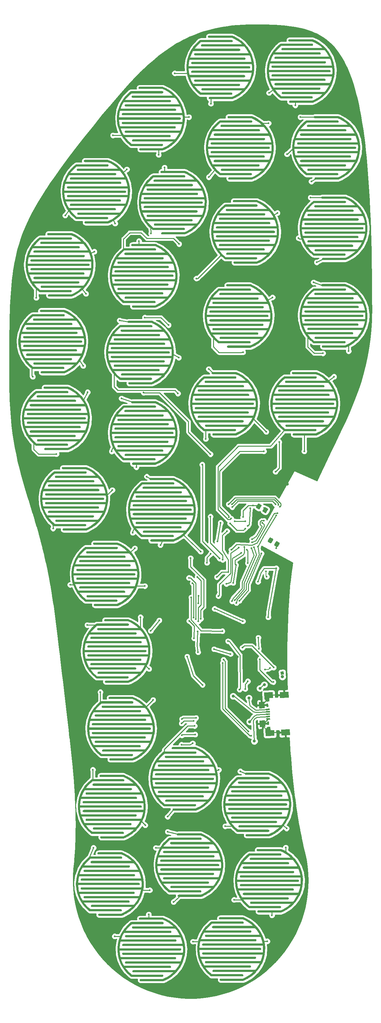
<source format=gtl>
G04 #@! TF.GenerationSoftware,KiCad,Pcbnew,(5.0.0)*
G04 #@! TF.CreationDate,2019-11-18T10:43:09+01:00*
G04 #@! TF.ProjectId,Insole_PCB,496E736F6C655F5043422E6B69636164,rev?*
G04 #@! TF.SameCoordinates,Original*
G04 #@! TF.FileFunction,Copper,L1,Top,Signal*
G04 #@! TF.FilePolarity,Positive*
%FSLAX46Y46*%
G04 Gerber Fmt 4.6, Leading zero omitted, Abs format (unit mm)*
G04 Created by KiCad (PCBNEW (5.0.0)) date 11/18/19 10:43:09*
%MOMM*%
%LPD*%
G01*
G04 APERTURE LIST*
G04 #@! TA.AperFunction,SMDPad,CuDef*
%ADD10C,0.500000*%
G04 #@! TD*
G04 #@! TA.AperFunction,Conductor*
%ADD11C,0.100000*%
G04 #@! TD*
G04 #@! TA.AperFunction,ComponentPad*
%ADD12C,0.850000*%
G04 #@! TD*
G04 #@! TA.AperFunction,Conductor*
%ADD13C,0.850000*%
G04 #@! TD*
G04 #@! TA.AperFunction,SMDPad,CuDef*
%ADD14C,1.150000*%
G04 #@! TD*
G04 #@! TA.AperFunction,SMDPad,CuDef*
%ADD15C,1.600000*%
G04 #@! TD*
G04 #@! TA.AperFunction,SMDPad,CuDef*
%ADD16C,1.500000*%
G04 #@! TD*
G04 #@! TA.AperFunction,SMDPad,CuDef*
%ADD17C,0.400000*%
G04 #@! TD*
G04 #@! TA.AperFunction,ViaPad*
%ADD18C,0.500000*%
G04 #@! TD*
G04 #@! TA.AperFunction,ViaPad*
%ADD19C,0.800000*%
G04 #@! TD*
G04 #@! TA.AperFunction,Conductor*
%ADD20C,0.250000*%
G04 #@! TD*
G04 #@! TA.AperFunction,Conductor*
%ADD21C,0.160000*%
G04 #@! TD*
G04 #@! TA.AperFunction,Conductor*
%ADD22C,0.254000*%
G04 #@! TD*
G04 APERTURE END LIST*
D10*
G04 #@! TO.P,S0,2*
G04 #@! TO.N,/U1_A0*
X194029453Y-118850707D03*
D11*
G04 #@! TD*
G04 #@! TO.N,/U1_A0*
G04 #@! TO.C,S0*
G36*
X197627141Y-126350691D02*
X197626993Y-126350697D01*
X197626853Y-126350689D01*
X197625264Y-126350678D01*
X197611499Y-126349812D01*
X197597731Y-126349025D01*
X197596874Y-126348891D01*
X197596012Y-126348837D01*
X197582363Y-126346626D01*
X197568771Y-126344505D01*
X197567939Y-126344290D01*
X197567079Y-126344151D01*
X197553712Y-126340619D01*
X197540391Y-126337182D01*
X197539577Y-126336885D01*
X197538742Y-126336664D01*
X197525794Y-126331849D01*
X197512861Y-126327124D01*
X197512085Y-126326751D01*
X197511270Y-126326448D01*
X197498888Y-126320408D01*
X197486444Y-126314428D01*
X197485699Y-126313976D01*
X197484927Y-126313599D01*
X197473194Y-126306381D01*
X197461392Y-126299213D01*
X197460703Y-126298696D01*
X197459963Y-126298241D01*
X197449011Y-126289927D01*
X197437944Y-126281628D01*
X196761119Y-125720317D01*
X196757913Y-125717621D01*
X196748743Y-125708989D01*
X196739499Y-125700527D01*
X196120679Y-125075849D01*
X196117751Y-125072853D01*
X196109483Y-125063384D01*
X196101093Y-125054044D01*
X195546184Y-124371961D01*
X195543563Y-124368693D01*
X195536252Y-124358454D01*
X195528820Y-124348348D01*
X195043119Y-123615371D01*
X195040830Y-123611863D01*
X195034552Y-123600958D01*
X195028142Y-123590176D01*
X194616285Y-122813301D01*
X194614349Y-122809586D01*
X194609191Y-122798178D01*
X194603838Y-122786766D01*
X194269756Y-121973409D01*
X194268191Y-121969523D01*
X194264148Y-121957598D01*
X194259958Y-121945785D01*
X194006841Y-121103708D01*
X194005663Y-121099688D01*
X194002807Y-121087446D01*
X193999785Y-121075260D01*
X193830048Y-120212504D01*
X193829267Y-120208388D01*
X193827618Y-120195910D01*
X193825801Y-120183503D01*
X193741064Y-119308298D01*
X193740689Y-119304126D01*
X193740266Y-119291573D01*
X193739668Y-119279022D01*
X193740741Y-118399727D01*
X193740775Y-118395538D01*
X193741581Y-118382981D01*
X193742209Y-118370454D01*
X193829081Y-117495460D01*
X193829523Y-117491294D01*
X193831556Y-117478842D01*
X193833398Y-117466470D01*
X194005239Y-116604129D01*
X194006086Y-116600026D01*
X194009310Y-116587883D01*
X194012364Y-116575698D01*
X194267535Y-115734242D01*
X194268779Y-115730242D01*
X194273173Y-115718471D01*
X194277401Y-115706643D01*
X194613466Y-114894103D01*
X194615094Y-114890243D01*
X194620607Y-114878975D01*
X194625978Y-114867597D01*
X195039730Y-114091729D01*
X195041727Y-114088047D01*
X195048306Y-114077383D01*
X195054768Y-114066572D01*
X195542256Y-113334782D01*
X195544603Y-113331312D01*
X195552200Y-113321329D01*
X195559678Y-113311211D01*
X196116249Y-112630485D01*
X196118923Y-112627260D01*
X196127479Y-112618043D01*
X196135887Y-112608728D01*
X196756231Y-111985560D01*
X196759207Y-111982612D01*
X196768395Y-111974475D01*
X196777495Y-111966157D01*
X197430541Y-111425332D01*
X197433786Y-111422682D01*
X197439544Y-111418494D01*
X197439844Y-111418224D01*
X197463436Y-111400831D01*
X197488612Y-111385823D01*
X197515132Y-111373343D01*
X197542743Y-111363511D01*
X197571183Y-111356420D01*
X197600178Y-111352139D01*
X197629453Y-111350707D01*
X206129453Y-111350707D01*
X206133642Y-111350736D01*
X206162894Y-111352577D01*
X206191827Y-111357263D01*
X206220164Y-111364750D01*
X206247636Y-111374966D01*
X206273979Y-111387815D01*
X206298943Y-111403173D01*
X206322289Y-111420894D01*
X206343795Y-111440808D01*
X206363254Y-111462726D01*
X206380482Y-111486438D01*
X206395314Y-111511718D01*
X206407608Y-111538325D01*
X206417247Y-111566005D01*
X206424139Y-111594493D01*
X206428218Y-111623517D01*
X206429446Y-111652801D01*
X206427810Y-111682066D01*
X206423326Y-111711030D01*
X206416037Y-111739419D01*
X206406012Y-111766962D01*
X206393348Y-111793394D01*
X206378164Y-111818465D01*
X206360607Y-111841934D01*
X206340843Y-111863578D01*
X206319062Y-111883190D01*
X206295470Y-111900583D01*
X206270294Y-111915591D01*
X206243774Y-111928071D01*
X206216163Y-111937903D01*
X206187723Y-111944994D01*
X206158728Y-111949275D01*
X206129453Y-111950707D01*
X197736842Y-111950707D01*
X197171291Y-112419072D01*
X196571465Y-113021629D01*
X196033471Y-113679635D01*
X195986126Y-113750707D01*
X208229453Y-113750707D01*
X208233642Y-113750736D01*
X208262894Y-113752577D01*
X208291827Y-113757263D01*
X208320164Y-113764750D01*
X208347636Y-113774966D01*
X208373979Y-113787815D01*
X208398943Y-113803173D01*
X208422289Y-113820894D01*
X208443795Y-113840808D01*
X208463254Y-113862726D01*
X208480482Y-113886438D01*
X208495314Y-113911718D01*
X208507608Y-113938325D01*
X208517247Y-113966005D01*
X208524139Y-113994493D01*
X208528218Y-114023517D01*
X208529446Y-114052801D01*
X208527810Y-114082066D01*
X208523326Y-114111030D01*
X208516037Y-114139419D01*
X208506012Y-114166962D01*
X208493348Y-114193394D01*
X208478164Y-114218465D01*
X208460607Y-114241934D01*
X208440843Y-114263578D01*
X208419062Y-114283190D01*
X208395470Y-114300583D01*
X208370294Y-114315591D01*
X208343774Y-114328071D01*
X208316163Y-114337903D01*
X208287723Y-114344994D01*
X208258728Y-114349275D01*
X208229453Y-114350707D01*
X195586431Y-114350707D01*
X195562249Y-114387007D01*
X195162305Y-115136982D01*
X194837457Y-115922402D01*
X194768224Y-116150707D01*
X209629453Y-116150707D01*
X209633642Y-116150736D01*
X209662894Y-116152577D01*
X209691827Y-116157263D01*
X209720164Y-116164750D01*
X209747636Y-116174966D01*
X209773979Y-116187815D01*
X209798943Y-116203173D01*
X209822289Y-116220894D01*
X209843795Y-116240808D01*
X209863254Y-116262726D01*
X209880482Y-116286438D01*
X209895314Y-116311718D01*
X209907608Y-116338325D01*
X209917247Y-116366005D01*
X209924139Y-116394493D01*
X209928218Y-116423517D01*
X209929446Y-116452801D01*
X209927810Y-116482066D01*
X209923326Y-116511030D01*
X209916037Y-116539419D01*
X209906012Y-116566962D01*
X209893348Y-116593394D01*
X209878164Y-116618465D01*
X209860607Y-116641934D01*
X209840843Y-116663578D01*
X209819062Y-116683190D01*
X209795470Y-116700583D01*
X209770294Y-116715591D01*
X209743774Y-116728071D01*
X209716163Y-116737903D01*
X209687723Y-116744994D01*
X209658728Y-116749275D01*
X209629453Y-116750707D01*
X194587826Y-116750707D01*
X194424695Y-117569339D01*
X194340723Y-118415126D01*
X194340558Y-118550707D01*
X210929453Y-118550707D01*
X210933642Y-118550736D01*
X210962894Y-118552577D01*
X210991827Y-118557263D01*
X211020164Y-118564750D01*
X211047636Y-118574966D01*
X211073979Y-118587815D01*
X211098943Y-118603173D01*
X211122289Y-118620894D01*
X211143795Y-118640808D01*
X211163254Y-118662726D01*
X211180482Y-118686438D01*
X211195314Y-118711718D01*
X211207608Y-118738325D01*
X211217247Y-118766005D01*
X211224139Y-118794493D01*
X211228218Y-118823517D01*
X211229446Y-118852801D01*
X211227810Y-118882066D01*
X211223326Y-118911030D01*
X211216037Y-118939419D01*
X211206012Y-118966962D01*
X211193348Y-118993394D01*
X211178164Y-119018465D01*
X211160607Y-119041934D01*
X211140843Y-119063578D01*
X211119062Y-119083190D01*
X211095470Y-119100583D01*
X211070294Y-119115591D01*
X211043774Y-119128071D01*
X211016163Y-119137903D01*
X210987723Y-119144994D01*
X210958728Y-119149275D01*
X210929453Y-119150707D01*
X194339825Y-119150707D01*
X194339686Y-119265080D01*
X194421596Y-120111085D01*
X194585665Y-120945032D01*
X194587371Y-120950707D01*
X209529453Y-120950707D01*
X209533642Y-120950736D01*
X209562894Y-120952577D01*
X209591827Y-120957263D01*
X209620164Y-120964750D01*
X209647636Y-120974966D01*
X209673979Y-120987815D01*
X209698943Y-121003173D01*
X209722289Y-121020894D01*
X209743795Y-121040808D01*
X209763254Y-121062726D01*
X209780482Y-121086438D01*
X209795314Y-121111718D01*
X209807608Y-121138325D01*
X209817247Y-121166005D01*
X209824139Y-121194493D01*
X209828218Y-121223517D01*
X209829446Y-121252801D01*
X209827810Y-121282066D01*
X209823326Y-121311030D01*
X209816037Y-121339419D01*
X209806012Y-121366962D01*
X209793348Y-121393394D01*
X209778164Y-121418465D01*
X209760607Y-121441934D01*
X209740843Y-121463578D01*
X209719062Y-121483190D01*
X209695470Y-121500583D01*
X209670294Y-121515591D01*
X209643774Y-121528071D01*
X209616163Y-121537903D01*
X209587723Y-121544994D01*
X209558728Y-121549275D01*
X209529453Y-121550707D01*
X194767722Y-121550707D01*
X194830336Y-121759015D01*
X195153268Y-122545224D01*
X195551382Y-123296177D01*
X195587516Y-123350707D01*
X208129453Y-123350707D01*
X208133642Y-123350736D01*
X208162894Y-123352577D01*
X208191827Y-123357263D01*
X208220164Y-123364750D01*
X208247636Y-123374966D01*
X208273979Y-123387815D01*
X208298943Y-123403173D01*
X208322289Y-123420894D01*
X208343795Y-123440808D01*
X208363254Y-123462726D01*
X208380482Y-123486438D01*
X208395314Y-123511718D01*
X208407608Y-123538325D01*
X208417247Y-123566005D01*
X208424139Y-123594493D01*
X208428218Y-123623517D01*
X208429446Y-123652801D01*
X208427810Y-123682066D01*
X208423326Y-123711030D01*
X208416037Y-123739419D01*
X208406012Y-123766962D01*
X208393348Y-123793394D01*
X208378164Y-123818465D01*
X208360607Y-123841934D01*
X208340843Y-123863578D01*
X208319062Y-123883190D01*
X208295470Y-123900583D01*
X208270294Y-123915591D01*
X208243774Y-123928071D01*
X208216163Y-123937903D01*
X208187723Y-123944994D01*
X208158728Y-123949275D01*
X208129453Y-123950707D01*
X195985100Y-123950707D01*
X196020875Y-124004696D01*
X196557263Y-124664012D01*
X197155427Y-125267839D01*
X197737667Y-125750707D01*
X206029453Y-125750707D01*
X206033642Y-125750736D01*
X206062894Y-125752577D01*
X206091827Y-125757263D01*
X206120164Y-125764750D01*
X206147636Y-125774966D01*
X206173979Y-125787815D01*
X206198943Y-125803173D01*
X206222289Y-125820894D01*
X206243795Y-125840808D01*
X206263254Y-125862726D01*
X206280482Y-125886438D01*
X206295314Y-125911718D01*
X206307608Y-125938325D01*
X206317247Y-125966005D01*
X206324139Y-125994493D01*
X206328218Y-126023517D01*
X206329446Y-126052801D01*
X206327810Y-126082066D01*
X206323326Y-126111030D01*
X206316037Y-126139419D01*
X206306012Y-126166962D01*
X206293348Y-126193394D01*
X206278164Y-126218465D01*
X206260607Y-126241934D01*
X206240843Y-126263578D01*
X206219062Y-126283190D01*
X206195470Y-126300583D01*
X206170294Y-126315591D01*
X206143774Y-126328071D01*
X206116163Y-126337903D01*
X206087723Y-126344994D01*
X206058728Y-126349275D01*
X206029453Y-126350707D01*
X197629453Y-126350707D01*
X197627141Y-126350691D01*
X197627141Y-126350691D01*
G37*
D10*
G04 #@! TO.P,S0,1*
G04 #@! TO.N,/U1_Data*
X212029453Y-118850707D03*
D11*
G04 #@! TD*
G04 #@! TO.N,/U1_Data*
G04 #@! TO.C,S0*
G36*
X200125264Y-127550678D02*
X200096012Y-127548837D01*
X200067079Y-127544151D01*
X200038742Y-127536664D01*
X200011270Y-127526448D01*
X199984927Y-127513599D01*
X199959963Y-127498241D01*
X199936617Y-127480520D01*
X199915111Y-127460606D01*
X199895652Y-127438688D01*
X199878424Y-127414976D01*
X199863592Y-127389696D01*
X199851298Y-127363089D01*
X199841659Y-127335409D01*
X199834767Y-127306921D01*
X199830688Y-127277897D01*
X199829460Y-127248613D01*
X199831096Y-127219348D01*
X199835580Y-127190384D01*
X199842869Y-127161995D01*
X199852894Y-127134452D01*
X199865558Y-127108020D01*
X199880742Y-127082949D01*
X199898299Y-127059480D01*
X199918063Y-127037836D01*
X199939844Y-127018224D01*
X199963436Y-127000831D01*
X199988612Y-126985823D01*
X200015132Y-126973343D01*
X200042743Y-126963511D01*
X200071183Y-126956420D01*
X200100178Y-126952139D01*
X200129453Y-126950707D01*
X206171318Y-126950707D01*
X206664170Y-126742563D01*
X207419013Y-126348854D01*
X208129751Y-125884725D01*
X208791817Y-125353445D01*
X208999240Y-125150707D01*
X198129453Y-125150707D01*
X198125264Y-125150678D01*
X198096012Y-125148837D01*
X198067079Y-125144151D01*
X198038742Y-125136664D01*
X198011270Y-125126448D01*
X197984927Y-125113599D01*
X197959963Y-125098241D01*
X197936617Y-125080520D01*
X197915111Y-125060606D01*
X197895652Y-125038688D01*
X197878424Y-125014976D01*
X197863592Y-124989696D01*
X197851298Y-124963089D01*
X197841659Y-124935409D01*
X197834767Y-124906921D01*
X197830688Y-124877897D01*
X197829460Y-124848613D01*
X197831096Y-124819348D01*
X197835580Y-124790384D01*
X197842869Y-124761995D01*
X197852894Y-124734452D01*
X197865558Y-124708020D01*
X197880742Y-124682949D01*
X197898299Y-124659480D01*
X197918063Y-124637836D01*
X197939844Y-124618224D01*
X197963436Y-124600831D01*
X197988612Y-124585823D01*
X198015132Y-124573343D01*
X198042743Y-124563511D01*
X198071183Y-124556420D01*
X198100178Y-124552139D01*
X198129453Y-124550707D01*
X209574913Y-124550707D01*
X209945128Y-124110353D01*
X210425374Y-123410399D01*
X210788860Y-122750707D01*
X196129453Y-122750707D01*
X196125264Y-122750678D01*
X196096012Y-122748837D01*
X196067079Y-122744151D01*
X196038742Y-122736664D01*
X196011270Y-122726448D01*
X195984927Y-122713599D01*
X195959963Y-122698241D01*
X195936617Y-122680520D01*
X195915111Y-122660606D01*
X195895652Y-122638688D01*
X195878424Y-122614976D01*
X195863592Y-122589696D01*
X195851298Y-122563089D01*
X195841659Y-122535409D01*
X195834767Y-122506921D01*
X195830688Y-122477897D01*
X195829460Y-122448613D01*
X195831096Y-122419348D01*
X195835580Y-122390384D01*
X195842869Y-122361995D01*
X195852894Y-122334452D01*
X195865558Y-122308020D01*
X195880742Y-122282949D01*
X195898299Y-122259480D01*
X195918063Y-122237836D01*
X195939844Y-122218224D01*
X195963436Y-122200831D01*
X195988612Y-122185823D01*
X196015132Y-122173343D01*
X196042743Y-122163511D01*
X196071183Y-122156420D01*
X196100178Y-122152139D01*
X196129453Y-122150707D01*
X211056855Y-122150707D01*
X211170165Y-121887028D01*
X211427608Y-121078135D01*
X211582950Y-120350707D01*
X195329453Y-120350707D01*
X195325264Y-120350678D01*
X195296012Y-120348837D01*
X195267079Y-120344151D01*
X195238742Y-120336664D01*
X195211270Y-120326448D01*
X195184927Y-120313599D01*
X195159963Y-120298241D01*
X195136617Y-120280520D01*
X195115111Y-120260606D01*
X195095652Y-120238688D01*
X195078424Y-120214976D01*
X195063592Y-120189696D01*
X195051298Y-120163089D01*
X195041659Y-120135409D01*
X195034767Y-120106921D01*
X195030688Y-120077897D01*
X195029460Y-120048613D01*
X195031096Y-120019348D01*
X195035580Y-119990384D01*
X195042869Y-119961995D01*
X195052894Y-119934452D01*
X195065558Y-119908020D01*
X195080742Y-119882949D01*
X195098299Y-119859480D01*
X195118063Y-119837836D01*
X195139844Y-119818224D01*
X195163436Y-119800831D01*
X195188612Y-119785823D01*
X195215132Y-119773343D01*
X195242743Y-119763511D01*
X195271183Y-119756420D01*
X195300178Y-119752139D01*
X195329453Y-119750707D01*
X211661143Y-119750707D01*
X211700309Y-119404514D01*
X211712967Y-118555736D01*
X211662741Y-117950707D01*
X195329453Y-117950707D01*
X195325264Y-117950678D01*
X195296012Y-117948837D01*
X195267079Y-117944151D01*
X195238742Y-117936664D01*
X195211270Y-117926448D01*
X195184927Y-117913599D01*
X195159963Y-117898241D01*
X195136617Y-117880520D01*
X195115111Y-117860606D01*
X195095652Y-117838688D01*
X195078424Y-117814976D01*
X195063592Y-117789696D01*
X195051298Y-117763089D01*
X195041659Y-117735409D01*
X195034767Y-117706921D01*
X195030688Y-117677897D01*
X195029460Y-117648613D01*
X195031096Y-117619348D01*
X195035580Y-117590384D01*
X195042869Y-117561995D01*
X195052894Y-117534452D01*
X195065558Y-117508020D01*
X195080742Y-117482949D01*
X195098299Y-117459480D01*
X195118063Y-117437836D01*
X195139844Y-117418224D01*
X195163436Y-117400831D01*
X195188612Y-117385823D01*
X195215132Y-117373343D01*
X195242743Y-117363511D01*
X195271183Y-117356420D01*
X195300178Y-117352139D01*
X195329453Y-117350707D01*
X211577191Y-117350707D01*
X211490298Y-116874714D01*
X211257095Y-116058514D01*
X211056599Y-115550707D01*
X196129453Y-115550707D01*
X196125264Y-115550678D01*
X196096012Y-115548837D01*
X196067079Y-115544151D01*
X196038742Y-115536664D01*
X196011270Y-115526448D01*
X195984927Y-115513599D01*
X195959963Y-115498241D01*
X195936617Y-115480520D01*
X195915111Y-115460606D01*
X195895652Y-115438688D01*
X195878424Y-115414976D01*
X195863592Y-115389696D01*
X195851298Y-115363089D01*
X195841659Y-115335409D01*
X195834767Y-115306921D01*
X195830688Y-115277897D01*
X195829460Y-115248613D01*
X195831096Y-115219348D01*
X195835580Y-115190384D01*
X195842869Y-115161995D01*
X195852894Y-115134452D01*
X195865558Y-115108020D01*
X195880742Y-115082949D01*
X195898299Y-115059480D01*
X195918063Y-115037836D01*
X195939844Y-115018224D01*
X195963436Y-115000831D01*
X195988612Y-114985823D01*
X196015132Y-114973343D01*
X196042743Y-114963511D01*
X196071183Y-114956420D01*
X196100178Y-114952139D01*
X196129453Y-114950707D01*
X210782179Y-114950707D01*
X210558061Y-114513598D01*
X210098903Y-113799637D01*
X209585571Y-113150707D01*
X198029453Y-113150707D01*
X198025264Y-113150678D01*
X197996012Y-113148837D01*
X197967079Y-113144151D01*
X197938742Y-113136664D01*
X197911270Y-113126448D01*
X197884927Y-113113599D01*
X197859963Y-113098241D01*
X197836617Y-113080520D01*
X197815111Y-113060606D01*
X197795652Y-113038688D01*
X197778424Y-113014976D01*
X197763592Y-112989696D01*
X197751298Y-112963089D01*
X197741659Y-112935409D01*
X197734767Y-112906921D01*
X197730688Y-112877897D01*
X197729460Y-112848613D01*
X197731096Y-112819348D01*
X197735580Y-112790384D01*
X197742869Y-112761995D01*
X197752894Y-112734452D01*
X197765558Y-112708020D01*
X197780742Y-112682949D01*
X197798299Y-112659480D01*
X197818063Y-112637836D01*
X197839844Y-112618224D01*
X197863436Y-112600831D01*
X197888612Y-112585823D01*
X197915132Y-112573343D01*
X197942743Y-112563511D01*
X197971183Y-112556420D01*
X198000178Y-112552139D01*
X198029453Y-112550707D01*
X209010165Y-112550707D01*
X208983171Y-112522701D01*
X208337257Y-111971924D01*
X207640668Y-111486800D01*
X206900077Y-111071973D01*
X206166632Y-110750707D01*
X199929453Y-110750707D01*
X199925264Y-110750678D01*
X199896012Y-110748837D01*
X199867079Y-110744151D01*
X199838742Y-110736664D01*
X199811270Y-110726448D01*
X199784927Y-110713599D01*
X199759963Y-110698241D01*
X199736617Y-110680520D01*
X199715111Y-110660606D01*
X199695652Y-110638688D01*
X199678424Y-110614976D01*
X199663592Y-110589696D01*
X199651298Y-110563089D01*
X199641659Y-110535409D01*
X199634767Y-110506921D01*
X199630688Y-110477897D01*
X199629460Y-110448613D01*
X199631096Y-110419348D01*
X199635580Y-110390384D01*
X199642869Y-110361995D01*
X199652894Y-110334452D01*
X199665558Y-110308020D01*
X199680742Y-110282949D01*
X199698299Y-110259480D01*
X199718063Y-110237836D01*
X199739844Y-110218224D01*
X199763436Y-110200831D01*
X199788612Y-110185823D01*
X199815132Y-110173343D01*
X199842743Y-110163511D01*
X199871183Y-110156420D01*
X199900178Y-110152139D01*
X199929453Y-110150707D01*
X206229453Y-110150707D01*
X206233642Y-110150736D01*
X206234834Y-110150811D01*
X206236021Y-110150779D01*
X206249470Y-110151732D01*
X206262894Y-110152577D01*
X206264064Y-110152766D01*
X206265257Y-110152851D01*
X206278615Y-110155123D01*
X206291827Y-110157263D01*
X206292969Y-110157565D01*
X206294152Y-110157766D01*
X206307218Y-110161330D01*
X206320164Y-110164750D01*
X206321276Y-110165164D01*
X206322429Y-110165478D01*
X206335026Y-110170277D01*
X206347636Y-110174966D01*
X206348707Y-110175488D01*
X206349819Y-110175912D01*
X207154243Y-110528267D01*
X207158068Y-110529975D01*
X207169231Y-110535726D01*
X207180484Y-110541325D01*
X207946685Y-110970497D01*
X207950325Y-110972569D01*
X207960890Y-110979392D01*
X207971526Y-110986052D01*
X208692190Y-111487943D01*
X208695611Y-111490361D01*
X208705428Y-111498157D01*
X208715395Y-111505848D01*
X209383644Y-112075669D01*
X209386813Y-112078410D01*
X209395845Y-112087148D01*
X209404991Y-112095754D01*
X210014446Y-112728064D01*
X210017332Y-112731100D01*
X210025482Y-112740695D01*
X210033731Y-112750136D01*
X210578575Y-113438901D01*
X210581151Y-113442205D01*
X210588294Y-113452503D01*
X210595614Y-113462749D01*
X211070646Y-114201394D01*
X211072888Y-114204933D01*
X211079033Y-114215953D01*
X211085277Y-114226792D01*
X211485962Y-115008266D01*
X211487848Y-115012007D01*
X211492875Y-115023545D01*
X211498045Y-115034970D01*
X211820559Y-115851816D01*
X211822070Y-115855723D01*
X211825938Y-115867668D01*
X211829978Y-115879571D01*
X212071243Y-116723990D01*
X212072366Y-116728026D01*
X212075051Y-116740294D01*
X212077909Y-116752532D01*
X212235621Y-117616464D01*
X212236345Y-117620590D01*
X212237820Y-117633063D01*
X212239470Y-117645519D01*
X212312125Y-118520719D01*
X212312442Y-118524896D01*
X212312693Y-118537462D01*
X212313120Y-118550012D01*
X212300024Y-119428124D01*
X212299932Y-119432312D01*
X212298954Y-119444862D01*
X212298155Y-119457374D01*
X212199432Y-120330018D01*
X212198933Y-120334177D01*
X212196735Y-120346570D01*
X212194719Y-120358945D01*
X212011313Y-121217790D01*
X212010410Y-121221881D01*
X212007022Y-121233971D01*
X212003799Y-121246121D01*
X211737459Y-122082969D01*
X211736161Y-122086951D01*
X211731604Y-122098666D01*
X211727216Y-122110430D01*
X211380486Y-122917295D01*
X211378806Y-122921133D01*
X211373114Y-122932374D01*
X211367612Y-122943627D01*
X210943801Y-123712805D01*
X210941754Y-123716460D01*
X210934986Y-123727102D01*
X210928419Y-123737754D01*
X210431571Y-124461905D01*
X210429177Y-124465343D01*
X210421434Y-124475234D01*
X210413828Y-124485235D01*
X209848686Y-125157446D01*
X209845968Y-125160633D01*
X209837286Y-125169732D01*
X209828751Y-125178932D01*
X209200711Y-125792786D01*
X209197695Y-125795694D01*
X209188164Y-125803905D01*
X209178775Y-125812225D01*
X208493830Y-126361864D01*
X208490545Y-126364463D01*
X208480250Y-126371711D01*
X208470101Y-126379069D01*
X207734790Y-126859246D01*
X207731267Y-126861513D01*
X207720312Y-126867722D01*
X207709496Y-126874054D01*
X206930837Y-127280185D01*
X206927109Y-127282097D01*
X206917898Y-127286187D01*
X206908817Y-127290557D01*
X206374166Y-127516353D01*
X206370296Y-127517956D01*
X206350667Y-127524827D01*
X206343774Y-127528071D01*
X206316163Y-127537903D01*
X206287723Y-127544994D01*
X206258728Y-127549275D01*
X206229453Y-127550707D01*
X200129453Y-127550707D01*
X200125264Y-127550678D01*
X200125264Y-127550678D01*
G37*
D10*
G04 #@! TO.P,S1,2*
G04 #@! TO.N,/U1_A1*
X202029453Y-94800707D03*
D11*
G04 #@! TD*
G04 #@! TO.N,/U1_A1*
G04 #@! TO.C,S1*
G36*
X205627141Y-102300691D02*
X205626993Y-102300697D01*
X205626853Y-102300689D01*
X205625264Y-102300678D01*
X205611499Y-102299812D01*
X205597731Y-102299025D01*
X205596874Y-102298891D01*
X205596012Y-102298837D01*
X205582363Y-102296626D01*
X205568771Y-102294505D01*
X205567939Y-102294290D01*
X205567079Y-102294151D01*
X205553712Y-102290619D01*
X205540391Y-102287182D01*
X205539577Y-102286885D01*
X205538742Y-102286664D01*
X205525794Y-102281849D01*
X205512861Y-102277124D01*
X205512085Y-102276751D01*
X205511270Y-102276448D01*
X205498888Y-102270408D01*
X205486444Y-102264428D01*
X205485699Y-102263976D01*
X205484927Y-102263599D01*
X205473194Y-102256381D01*
X205461392Y-102249213D01*
X205460703Y-102248696D01*
X205459963Y-102248241D01*
X205449011Y-102239927D01*
X205437944Y-102231628D01*
X204761119Y-101670317D01*
X204757913Y-101667621D01*
X204748743Y-101658989D01*
X204739499Y-101650527D01*
X204120679Y-101025849D01*
X204117751Y-101022853D01*
X204109483Y-101013384D01*
X204101093Y-101004044D01*
X203546184Y-100321961D01*
X203543563Y-100318693D01*
X203536252Y-100308454D01*
X203528820Y-100298348D01*
X203043119Y-99565371D01*
X203040830Y-99561863D01*
X203034552Y-99550958D01*
X203028142Y-99540176D01*
X202616285Y-98763301D01*
X202614349Y-98759586D01*
X202609191Y-98748178D01*
X202603838Y-98736766D01*
X202269756Y-97923409D01*
X202268191Y-97919523D01*
X202264148Y-97907598D01*
X202259958Y-97895785D01*
X202006841Y-97053708D01*
X202005663Y-97049688D01*
X202002807Y-97037446D01*
X201999785Y-97025260D01*
X201830048Y-96162504D01*
X201829267Y-96158388D01*
X201827618Y-96145910D01*
X201825801Y-96133503D01*
X201741064Y-95258298D01*
X201740689Y-95254126D01*
X201740266Y-95241573D01*
X201739668Y-95229022D01*
X201740741Y-94349727D01*
X201740775Y-94345538D01*
X201741581Y-94332981D01*
X201742209Y-94320454D01*
X201829081Y-93445460D01*
X201829523Y-93441294D01*
X201831556Y-93428842D01*
X201833398Y-93416470D01*
X202005239Y-92554129D01*
X202006086Y-92550026D01*
X202009310Y-92537883D01*
X202012364Y-92525698D01*
X202267535Y-91684242D01*
X202268779Y-91680242D01*
X202273173Y-91668471D01*
X202277401Y-91656643D01*
X202613466Y-90844103D01*
X202615094Y-90840243D01*
X202620607Y-90828975D01*
X202625978Y-90817597D01*
X203039730Y-90041729D01*
X203041727Y-90038047D01*
X203048306Y-90027383D01*
X203054768Y-90016572D01*
X203542256Y-89284782D01*
X203544603Y-89281312D01*
X203552200Y-89271329D01*
X203559678Y-89261211D01*
X204116249Y-88580485D01*
X204118923Y-88577260D01*
X204127479Y-88568043D01*
X204135887Y-88558728D01*
X204756231Y-87935560D01*
X204759207Y-87932612D01*
X204768395Y-87924475D01*
X204777495Y-87916157D01*
X205430541Y-87375332D01*
X205433786Y-87372682D01*
X205439544Y-87368494D01*
X205439844Y-87368224D01*
X205463436Y-87350831D01*
X205488612Y-87335823D01*
X205515132Y-87323343D01*
X205542743Y-87313511D01*
X205571183Y-87306420D01*
X205600178Y-87302139D01*
X205629453Y-87300707D01*
X214129453Y-87300707D01*
X214133642Y-87300736D01*
X214162894Y-87302577D01*
X214191827Y-87307263D01*
X214220164Y-87314750D01*
X214247636Y-87324966D01*
X214273979Y-87337815D01*
X214298943Y-87353173D01*
X214322289Y-87370894D01*
X214343795Y-87390808D01*
X214363254Y-87412726D01*
X214380482Y-87436438D01*
X214395314Y-87461718D01*
X214407608Y-87488325D01*
X214417247Y-87516005D01*
X214424139Y-87544493D01*
X214428218Y-87573517D01*
X214429446Y-87602801D01*
X214427810Y-87632066D01*
X214423326Y-87661030D01*
X214416037Y-87689419D01*
X214406012Y-87716962D01*
X214393348Y-87743394D01*
X214378164Y-87768465D01*
X214360607Y-87791934D01*
X214340843Y-87813578D01*
X214319062Y-87833190D01*
X214295470Y-87850583D01*
X214270294Y-87865591D01*
X214243774Y-87878071D01*
X214216163Y-87887903D01*
X214187723Y-87894994D01*
X214158728Y-87899275D01*
X214129453Y-87900707D01*
X205736842Y-87900707D01*
X205171291Y-88369072D01*
X204571465Y-88971629D01*
X204033471Y-89629635D01*
X203986126Y-89700707D01*
X216229453Y-89700707D01*
X216233642Y-89700736D01*
X216262894Y-89702577D01*
X216291827Y-89707263D01*
X216320164Y-89714750D01*
X216347636Y-89724966D01*
X216373979Y-89737815D01*
X216398943Y-89753173D01*
X216422289Y-89770894D01*
X216443795Y-89790808D01*
X216463254Y-89812726D01*
X216480482Y-89836438D01*
X216495314Y-89861718D01*
X216507608Y-89888325D01*
X216517247Y-89916005D01*
X216524139Y-89944493D01*
X216528218Y-89973517D01*
X216529446Y-90002801D01*
X216527810Y-90032066D01*
X216523326Y-90061030D01*
X216516037Y-90089419D01*
X216506012Y-90116962D01*
X216493348Y-90143394D01*
X216478164Y-90168465D01*
X216460607Y-90191934D01*
X216440843Y-90213578D01*
X216419062Y-90233190D01*
X216395470Y-90250583D01*
X216370294Y-90265591D01*
X216343774Y-90278071D01*
X216316163Y-90287903D01*
X216287723Y-90294994D01*
X216258728Y-90299275D01*
X216229453Y-90300707D01*
X203586431Y-90300707D01*
X203562249Y-90337007D01*
X203162305Y-91086982D01*
X202837457Y-91872402D01*
X202768224Y-92100707D01*
X217629453Y-92100707D01*
X217633642Y-92100736D01*
X217662894Y-92102577D01*
X217691827Y-92107263D01*
X217720164Y-92114750D01*
X217747636Y-92124966D01*
X217773979Y-92137815D01*
X217798943Y-92153173D01*
X217822289Y-92170894D01*
X217843795Y-92190808D01*
X217863254Y-92212726D01*
X217880482Y-92236438D01*
X217895314Y-92261718D01*
X217907608Y-92288325D01*
X217917247Y-92316005D01*
X217924139Y-92344493D01*
X217928218Y-92373517D01*
X217929446Y-92402801D01*
X217927810Y-92432066D01*
X217923326Y-92461030D01*
X217916037Y-92489419D01*
X217906012Y-92516962D01*
X217893348Y-92543394D01*
X217878164Y-92568465D01*
X217860607Y-92591934D01*
X217840843Y-92613578D01*
X217819062Y-92633190D01*
X217795470Y-92650583D01*
X217770294Y-92665591D01*
X217743774Y-92678071D01*
X217716163Y-92687903D01*
X217687723Y-92694994D01*
X217658728Y-92699275D01*
X217629453Y-92700707D01*
X202587826Y-92700707D01*
X202424695Y-93519339D01*
X202340723Y-94365126D01*
X202340558Y-94500707D01*
X218929453Y-94500707D01*
X218933642Y-94500736D01*
X218962894Y-94502577D01*
X218991827Y-94507263D01*
X219020164Y-94514750D01*
X219047636Y-94524966D01*
X219073979Y-94537815D01*
X219098943Y-94553173D01*
X219122289Y-94570894D01*
X219143795Y-94590808D01*
X219163254Y-94612726D01*
X219180482Y-94636438D01*
X219195314Y-94661718D01*
X219207608Y-94688325D01*
X219217247Y-94716005D01*
X219224139Y-94744493D01*
X219228218Y-94773517D01*
X219229446Y-94802801D01*
X219227810Y-94832066D01*
X219223326Y-94861030D01*
X219216037Y-94889419D01*
X219206012Y-94916962D01*
X219193348Y-94943394D01*
X219178164Y-94968465D01*
X219160607Y-94991934D01*
X219140843Y-95013578D01*
X219119062Y-95033190D01*
X219095470Y-95050583D01*
X219070294Y-95065591D01*
X219043774Y-95078071D01*
X219016163Y-95087903D01*
X218987723Y-95094994D01*
X218958728Y-95099275D01*
X218929453Y-95100707D01*
X202339825Y-95100707D01*
X202339686Y-95215080D01*
X202421596Y-96061085D01*
X202585665Y-96895032D01*
X202587371Y-96900707D01*
X217529453Y-96900707D01*
X217533642Y-96900736D01*
X217562894Y-96902577D01*
X217591827Y-96907263D01*
X217620164Y-96914750D01*
X217647636Y-96924966D01*
X217673979Y-96937815D01*
X217698943Y-96953173D01*
X217722289Y-96970894D01*
X217743795Y-96990808D01*
X217763254Y-97012726D01*
X217780482Y-97036438D01*
X217795314Y-97061718D01*
X217807608Y-97088325D01*
X217817247Y-97116005D01*
X217824139Y-97144493D01*
X217828218Y-97173517D01*
X217829446Y-97202801D01*
X217827810Y-97232066D01*
X217823326Y-97261030D01*
X217816037Y-97289419D01*
X217806012Y-97316962D01*
X217793348Y-97343394D01*
X217778164Y-97368465D01*
X217760607Y-97391934D01*
X217740843Y-97413578D01*
X217719062Y-97433190D01*
X217695470Y-97450583D01*
X217670294Y-97465591D01*
X217643774Y-97478071D01*
X217616163Y-97487903D01*
X217587723Y-97494994D01*
X217558728Y-97499275D01*
X217529453Y-97500707D01*
X202767722Y-97500707D01*
X202830336Y-97709015D01*
X203153268Y-98495224D01*
X203551382Y-99246177D01*
X203587516Y-99300707D01*
X216129453Y-99300707D01*
X216133642Y-99300736D01*
X216162894Y-99302577D01*
X216191827Y-99307263D01*
X216220164Y-99314750D01*
X216247636Y-99324966D01*
X216273979Y-99337815D01*
X216298943Y-99353173D01*
X216322289Y-99370894D01*
X216343795Y-99390808D01*
X216363254Y-99412726D01*
X216380482Y-99436438D01*
X216395314Y-99461718D01*
X216407608Y-99488325D01*
X216417247Y-99516005D01*
X216424139Y-99544493D01*
X216428218Y-99573517D01*
X216429446Y-99602801D01*
X216427810Y-99632066D01*
X216423326Y-99661030D01*
X216416037Y-99689419D01*
X216406012Y-99716962D01*
X216393348Y-99743394D01*
X216378164Y-99768465D01*
X216360607Y-99791934D01*
X216340843Y-99813578D01*
X216319062Y-99833190D01*
X216295470Y-99850583D01*
X216270294Y-99865591D01*
X216243774Y-99878071D01*
X216216163Y-99887903D01*
X216187723Y-99894994D01*
X216158728Y-99899275D01*
X216129453Y-99900707D01*
X203985100Y-99900707D01*
X204020875Y-99954696D01*
X204557263Y-100614012D01*
X205155427Y-101217839D01*
X205737667Y-101700707D01*
X214029453Y-101700707D01*
X214033642Y-101700736D01*
X214062894Y-101702577D01*
X214091827Y-101707263D01*
X214120164Y-101714750D01*
X214147636Y-101724966D01*
X214173979Y-101737815D01*
X214198943Y-101753173D01*
X214222289Y-101770894D01*
X214243795Y-101790808D01*
X214263254Y-101812726D01*
X214280482Y-101836438D01*
X214295314Y-101861718D01*
X214307608Y-101888325D01*
X214317247Y-101916005D01*
X214324139Y-101944493D01*
X214328218Y-101973517D01*
X214329446Y-102002801D01*
X214327810Y-102032066D01*
X214323326Y-102061030D01*
X214316037Y-102089419D01*
X214306012Y-102116962D01*
X214293348Y-102143394D01*
X214278164Y-102168465D01*
X214260607Y-102191934D01*
X214240843Y-102213578D01*
X214219062Y-102233190D01*
X214195470Y-102250583D01*
X214170294Y-102265591D01*
X214143774Y-102278071D01*
X214116163Y-102287903D01*
X214087723Y-102294994D01*
X214058728Y-102299275D01*
X214029453Y-102300707D01*
X205629453Y-102300707D01*
X205627141Y-102300691D01*
X205627141Y-102300691D01*
G37*
D10*
G04 #@! TO.P,S1,1*
G04 #@! TO.N,/U1_Data*
X220029453Y-94800707D03*
D11*
G04 #@! TD*
G04 #@! TO.N,/U1_Data*
G04 #@! TO.C,S1*
G36*
X208125264Y-103500678D02*
X208096012Y-103498837D01*
X208067079Y-103494151D01*
X208038742Y-103486664D01*
X208011270Y-103476448D01*
X207984927Y-103463599D01*
X207959963Y-103448241D01*
X207936617Y-103430520D01*
X207915111Y-103410606D01*
X207895652Y-103388688D01*
X207878424Y-103364976D01*
X207863592Y-103339696D01*
X207851298Y-103313089D01*
X207841659Y-103285409D01*
X207834767Y-103256921D01*
X207830688Y-103227897D01*
X207829460Y-103198613D01*
X207831096Y-103169348D01*
X207835580Y-103140384D01*
X207842869Y-103111995D01*
X207852894Y-103084452D01*
X207865558Y-103058020D01*
X207880742Y-103032949D01*
X207898299Y-103009480D01*
X207918063Y-102987836D01*
X207939844Y-102968224D01*
X207963436Y-102950831D01*
X207988612Y-102935823D01*
X208015132Y-102923343D01*
X208042743Y-102913511D01*
X208071183Y-102906420D01*
X208100178Y-102902139D01*
X208129453Y-102900707D01*
X214171318Y-102900707D01*
X214664170Y-102692563D01*
X215419013Y-102298854D01*
X216129751Y-101834725D01*
X216791817Y-101303445D01*
X216999240Y-101100707D01*
X206129453Y-101100707D01*
X206125264Y-101100678D01*
X206096012Y-101098837D01*
X206067079Y-101094151D01*
X206038742Y-101086664D01*
X206011270Y-101076448D01*
X205984927Y-101063599D01*
X205959963Y-101048241D01*
X205936617Y-101030520D01*
X205915111Y-101010606D01*
X205895652Y-100988688D01*
X205878424Y-100964976D01*
X205863592Y-100939696D01*
X205851298Y-100913089D01*
X205841659Y-100885409D01*
X205834767Y-100856921D01*
X205830688Y-100827897D01*
X205829460Y-100798613D01*
X205831096Y-100769348D01*
X205835580Y-100740384D01*
X205842869Y-100711995D01*
X205852894Y-100684452D01*
X205865558Y-100658020D01*
X205880742Y-100632949D01*
X205898299Y-100609480D01*
X205918063Y-100587836D01*
X205939844Y-100568224D01*
X205963436Y-100550831D01*
X205988612Y-100535823D01*
X206015132Y-100523343D01*
X206042743Y-100513511D01*
X206071183Y-100506420D01*
X206100178Y-100502139D01*
X206129453Y-100500707D01*
X217574913Y-100500707D01*
X217945128Y-100060353D01*
X218425374Y-99360399D01*
X218788860Y-98700707D01*
X204129453Y-98700707D01*
X204125264Y-98700678D01*
X204096012Y-98698837D01*
X204067079Y-98694151D01*
X204038742Y-98686664D01*
X204011270Y-98676448D01*
X203984927Y-98663599D01*
X203959963Y-98648241D01*
X203936617Y-98630520D01*
X203915111Y-98610606D01*
X203895652Y-98588688D01*
X203878424Y-98564976D01*
X203863592Y-98539696D01*
X203851298Y-98513089D01*
X203841659Y-98485409D01*
X203834767Y-98456921D01*
X203830688Y-98427897D01*
X203829460Y-98398613D01*
X203831096Y-98369348D01*
X203835580Y-98340384D01*
X203842869Y-98311995D01*
X203852894Y-98284452D01*
X203865558Y-98258020D01*
X203880742Y-98232949D01*
X203898299Y-98209480D01*
X203918063Y-98187836D01*
X203939844Y-98168224D01*
X203963436Y-98150831D01*
X203988612Y-98135823D01*
X204015132Y-98123343D01*
X204042743Y-98113511D01*
X204071183Y-98106420D01*
X204100178Y-98102139D01*
X204129453Y-98100707D01*
X219056855Y-98100707D01*
X219170165Y-97837028D01*
X219427608Y-97028135D01*
X219582950Y-96300707D01*
X203329453Y-96300707D01*
X203325264Y-96300678D01*
X203296012Y-96298837D01*
X203267079Y-96294151D01*
X203238742Y-96286664D01*
X203211270Y-96276448D01*
X203184927Y-96263599D01*
X203159963Y-96248241D01*
X203136617Y-96230520D01*
X203115111Y-96210606D01*
X203095652Y-96188688D01*
X203078424Y-96164976D01*
X203063592Y-96139696D01*
X203051298Y-96113089D01*
X203041659Y-96085409D01*
X203034767Y-96056921D01*
X203030688Y-96027897D01*
X203029460Y-95998613D01*
X203031096Y-95969348D01*
X203035580Y-95940384D01*
X203042869Y-95911995D01*
X203052894Y-95884452D01*
X203065558Y-95858020D01*
X203080742Y-95832949D01*
X203098299Y-95809480D01*
X203118063Y-95787836D01*
X203139844Y-95768224D01*
X203163436Y-95750831D01*
X203188612Y-95735823D01*
X203215132Y-95723343D01*
X203242743Y-95713511D01*
X203271183Y-95706420D01*
X203300178Y-95702139D01*
X203329453Y-95700707D01*
X219661143Y-95700707D01*
X219700309Y-95354514D01*
X219712967Y-94505736D01*
X219662741Y-93900707D01*
X203329453Y-93900707D01*
X203325264Y-93900678D01*
X203296012Y-93898837D01*
X203267079Y-93894151D01*
X203238742Y-93886664D01*
X203211270Y-93876448D01*
X203184927Y-93863599D01*
X203159963Y-93848241D01*
X203136617Y-93830520D01*
X203115111Y-93810606D01*
X203095652Y-93788688D01*
X203078424Y-93764976D01*
X203063592Y-93739696D01*
X203051298Y-93713089D01*
X203041659Y-93685409D01*
X203034767Y-93656921D01*
X203030688Y-93627897D01*
X203029460Y-93598613D01*
X203031096Y-93569348D01*
X203035580Y-93540384D01*
X203042869Y-93511995D01*
X203052894Y-93484452D01*
X203065558Y-93458020D01*
X203080742Y-93432949D01*
X203098299Y-93409480D01*
X203118063Y-93387836D01*
X203139844Y-93368224D01*
X203163436Y-93350831D01*
X203188612Y-93335823D01*
X203215132Y-93323343D01*
X203242743Y-93313511D01*
X203271183Y-93306420D01*
X203300178Y-93302139D01*
X203329453Y-93300707D01*
X219577191Y-93300707D01*
X219490298Y-92824714D01*
X219257095Y-92008514D01*
X219056599Y-91500707D01*
X204129453Y-91500707D01*
X204125264Y-91500678D01*
X204096012Y-91498837D01*
X204067079Y-91494151D01*
X204038742Y-91486664D01*
X204011270Y-91476448D01*
X203984927Y-91463599D01*
X203959963Y-91448241D01*
X203936617Y-91430520D01*
X203915111Y-91410606D01*
X203895652Y-91388688D01*
X203878424Y-91364976D01*
X203863592Y-91339696D01*
X203851298Y-91313089D01*
X203841659Y-91285409D01*
X203834767Y-91256921D01*
X203830688Y-91227897D01*
X203829460Y-91198613D01*
X203831096Y-91169348D01*
X203835580Y-91140384D01*
X203842869Y-91111995D01*
X203852894Y-91084452D01*
X203865558Y-91058020D01*
X203880742Y-91032949D01*
X203898299Y-91009480D01*
X203918063Y-90987836D01*
X203939844Y-90968224D01*
X203963436Y-90950831D01*
X203988612Y-90935823D01*
X204015132Y-90923343D01*
X204042743Y-90913511D01*
X204071183Y-90906420D01*
X204100178Y-90902139D01*
X204129453Y-90900707D01*
X218782179Y-90900707D01*
X218558061Y-90463598D01*
X218098903Y-89749637D01*
X217585571Y-89100707D01*
X206029453Y-89100707D01*
X206025264Y-89100678D01*
X205996012Y-89098837D01*
X205967079Y-89094151D01*
X205938742Y-89086664D01*
X205911270Y-89076448D01*
X205884927Y-89063599D01*
X205859963Y-89048241D01*
X205836617Y-89030520D01*
X205815111Y-89010606D01*
X205795652Y-88988688D01*
X205778424Y-88964976D01*
X205763592Y-88939696D01*
X205751298Y-88913089D01*
X205741659Y-88885409D01*
X205734767Y-88856921D01*
X205730688Y-88827897D01*
X205729460Y-88798613D01*
X205731096Y-88769348D01*
X205735580Y-88740384D01*
X205742869Y-88711995D01*
X205752894Y-88684452D01*
X205765558Y-88658020D01*
X205780742Y-88632949D01*
X205798299Y-88609480D01*
X205818063Y-88587836D01*
X205839844Y-88568224D01*
X205863436Y-88550831D01*
X205888612Y-88535823D01*
X205915132Y-88523343D01*
X205942743Y-88513511D01*
X205971183Y-88506420D01*
X206000178Y-88502139D01*
X206029453Y-88500707D01*
X217010165Y-88500707D01*
X216983171Y-88472701D01*
X216337257Y-87921924D01*
X215640668Y-87436800D01*
X214900077Y-87021973D01*
X214166632Y-86700707D01*
X207929453Y-86700707D01*
X207925264Y-86700678D01*
X207896012Y-86698837D01*
X207867079Y-86694151D01*
X207838742Y-86686664D01*
X207811270Y-86676448D01*
X207784927Y-86663599D01*
X207759963Y-86648241D01*
X207736617Y-86630520D01*
X207715111Y-86610606D01*
X207695652Y-86588688D01*
X207678424Y-86564976D01*
X207663592Y-86539696D01*
X207651298Y-86513089D01*
X207641659Y-86485409D01*
X207634767Y-86456921D01*
X207630688Y-86427897D01*
X207629460Y-86398613D01*
X207631096Y-86369348D01*
X207635580Y-86340384D01*
X207642869Y-86311995D01*
X207652894Y-86284452D01*
X207665558Y-86258020D01*
X207680742Y-86232949D01*
X207698299Y-86209480D01*
X207718063Y-86187836D01*
X207739844Y-86168224D01*
X207763436Y-86150831D01*
X207788612Y-86135823D01*
X207815132Y-86123343D01*
X207842743Y-86113511D01*
X207871183Y-86106420D01*
X207900178Y-86102139D01*
X207929453Y-86100707D01*
X214229453Y-86100707D01*
X214233642Y-86100736D01*
X214234834Y-86100811D01*
X214236021Y-86100779D01*
X214249470Y-86101732D01*
X214262894Y-86102577D01*
X214264064Y-86102766D01*
X214265257Y-86102851D01*
X214278615Y-86105123D01*
X214291827Y-86107263D01*
X214292969Y-86107565D01*
X214294152Y-86107766D01*
X214307218Y-86111330D01*
X214320164Y-86114750D01*
X214321276Y-86115164D01*
X214322429Y-86115478D01*
X214335026Y-86120277D01*
X214347636Y-86124966D01*
X214348707Y-86125488D01*
X214349819Y-86125912D01*
X215154243Y-86478267D01*
X215158068Y-86479975D01*
X215169231Y-86485726D01*
X215180484Y-86491325D01*
X215946685Y-86920497D01*
X215950325Y-86922569D01*
X215960890Y-86929392D01*
X215971526Y-86936052D01*
X216692190Y-87437943D01*
X216695611Y-87440361D01*
X216705428Y-87448157D01*
X216715395Y-87455848D01*
X217383644Y-88025669D01*
X217386813Y-88028410D01*
X217395845Y-88037148D01*
X217404991Y-88045754D01*
X218014446Y-88678064D01*
X218017332Y-88681100D01*
X218025482Y-88690695D01*
X218033731Y-88700136D01*
X218578575Y-89388901D01*
X218581151Y-89392205D01*
X218588294Y-89402503D01*
X218595614Y-89412749D01*
X219070646Y-90151394D01*
X219072888Y-90154933D01*
X219079033Y-90165953D01*
X219085277Y-90176792D01*
X219485962Y-90958266D01*
X219487848Y-90962007D01*
X219492875Y-90973545D01*
X219498045Y-90984970D01*
X219820559Y-91801816D01*
X219822070Y-91805723D01*
X219825938Y-91817668D01*
X219829978Y-91829571D01*
X220071243Y-92673990D01*
X220072366Y-92678026D01*
X220075051Y-92690294D01*
X220077909Y-92702532D01*
X220235621Y-93566464D01*
X220236345Y-93570590D01*
X220237820Y-93583063D01*
X220239470Y-93595519D01*
X220312125Y-94470719D01*
X220312442Y-94474896D01*
X220312693Y-94487462D01*
X220313120Y-94500012D01*
X220300024Y-95378124D01*
X220299932Y-95382312D01*
X220298954Y-95394862D01*
X220298155Y-95407374D01*
X220199432Y-96280018D01*
X220198933Y-96284177D01*
X220196735Y-96296570D01*
X220194719Y-96308945D01*
X220011313Y-97167790D01*
X220010410Y-97171881D01*
X220007022Y-97183971D01*
X220003799Y-97196121D01*
X219737459Y-98032969D01*
X219736161Y-98036951D01*
X219731604Y-98048666D01*
X219727216Y-98060430D01*
X219380486Y-98867295D01*
X219378806Y-98871133D01*
X219373114Y-98882374D01*
X219367612Y-98893627D01*
X218943801Y-99662805D01*
X218941754Y-99666460D01*
X218934986Y-99677102D01*
X218928419Y-99687754D01*
X218431571Y-100411905D01*
X218429177Y-100415343D01*
X218421434Y-100425234D01*
X218413828Y-100435235D01*
X217848686Y-101107446D01*
X217845968Y-101110633D01*
X217837286Y-101119732D01*
X217828751Y-101128932D01*
X217200711Y-101742786D01*
X217197695Y-101745694D01*
X217188164Y-101753905D01*
X217178775Y-101762225D01*
X216493830Y-102311864D01*
X216490545Y-102314463D01*
X216480250Y-102321711D01*
X216470101Y-102329069D01*
X215734790Y-102809246D01*
X215731267Y-102811513D01*
X215720312Y-102817722D01*
X215709496Y-102824054D01*
X214930837Y-103230185D01*
X214927109Y-103232097D01*
X214917898Y-103236187D01*
X214908817Y-103240557D01*
X214374166Y-103466353D01*
X214370296Y-103467956D01*
X214350667Y-103474827D01*
X214343774Y-103478071D01*
X214316163Y-103487903D01*
X214287723Y-103494994D01*
X214258728Y-103499275D01*
X214229453Y-103500707D01*
X208129453Y-103500707D01*
X208125264Y-103500678D01*
X208125264Y-103500678D01*
G37*
D10*
G04 #@! TO.P,S2,2*
G04 #@! TO.N,/U1_A2*
X202029453Y-70850707D03*
D11*
G04 #@! TD*
G04 #@! TO.N,/U1_A2*
G04 #@! TO.C,S2*
G36*
X205627141Y-78350691D02*
X205626993Y-78350697D01*
X205626853Y-78350689D01*
X205625264Y-78350678D01*
X205611499Y-78349812D01*
X205597731Y-78349025D01*
X205596874Y-78348891D01*
X205596012Y-78348837D01*
X205582363Y-78346626D01*
X205568771Y-78344505D01*
X205567939Y-78344290D01*
X205567079Y-78344151D01*
X205553712Y-78340619D01*
X205540391Y-78337182D01*
X205539577Y-78336885D01*
X205538742Y-78336664D01*
X205525794Y-78331849D01*
X205512861Y-78327124D01*
X205512085Y-78326751D01*
X205511270Y-78326448D01*
X205498888Y-78320408D01*
X205486444Y-78314428D01*
X205485699Y-78313976D01*
X205484927Y-78313599D01*
X205473194Y-78306381D01*
X205461392Y-78299213D01*
X205460703Y-78298696D01*
X205459963Y-78298241D01*
X205449011Y-78289927D01*
X205437944Y-78281628D01*
X204761119Y-77720317D01*
X204757913Y-77717621D01*
X204748743Y-77708989D01*
X204739499Y-77700527D01*
X204120679Y-77075849D01*
X204117751Y-77072853D01*
X204109483Y-77063384D01*
X204101093Y-77054044D01*
X203546184Y-76371961D01*
X203543563Y-76368693D01*
X203536252Y-76358454D01*
X203528820Y-76348348D01*
X203043119Y-75615371D01*
X203040830Y-75611863D01*
X203034552Y-75600958D01*
X203028142Y-75590176D01*
X202616285Y-74813301D01*
X202614349Y-74809586D01*
X202609191Y-74798178D01*
X202603838Y-74786766D01*
X202269756Y-73973409D01*
X202268191Y-73969523D01*
X202264148Y-73957598D01*
X202259958Y-73945785D01*
X202006841Y-73103708D01*
X202005663Y-73099688D01*
X202002807Y-73087446D01*
X201999785Y-73075260D01*
X201830048Y-72212504D01*
X201829267Y-72208388D01*
X201827618Y-72195910D01*
X201825801Y-72183503D01*
X201741064Y-71308298D01*
X201740689Y-71304126D01*
X201740266Y-71291573D01*
X201739668Y-71279022D01*
X201740741Y-70399727D01*
X201740775Y-70395538D01*
X201741581Y-70382981D01*
X201742209Y-70370454D01*
X201829081Y-69495460D01*
X201829523Y-69491294D01*
X201831556Y-69478842D01*
X201833398Y-69466470D01*
X202005239Y-68604129D01*
X202006086Y-68600026D01*
X202009310Y-68587883D01*
X202012364Y-68575698D01*
X202267535Y-67734242D01*
X202268779Y-67730242D01*
X202273173Y-67718471D01*
X202277401Y-67706643D01*
X202613466Y-66894103D01*
X202615094Y-66890243D01*
X202620607Y-66878975D01*
X202625978Y-66867597D01*
X203039730Y-66091729D01*
X203041727Y-66088047D01*
X203048306Y-66077383D01*
X203054768Y-66066572D01*
X203542256Y-65334782D01*
X203544603Y-65331312D01*
X203552200Y-65321329D01*
X203559678Y-65311211D01*
X204116249Y-64630485D01*
X204118923Y-64627260D01*
X204127479Y-64618043D01*
X204135887Y-64608728D01*
X204756231Y-63985560D01*
X204759207Y-63982612D01*
X204768395Y-63974475D01*
X204777495Y-63966157D01*
X205430541Y-63425332D01*
X205433786Y-63422682D01*
X205439544Y-63418494D01*
X205439844Y-63418224D01*
X205463436Y-63400831D01*
X205488612Y-63385823D01*
X205515132Y-63373343D01*
X205542743Y-63363511D01*
X205571183Y-63356420D01*
X205600178Y-63352139D01*
X205629453Y-63350707D01*
X214129453Y-63350707D01*
X214133642Y-63350736D01*
X214162894Y-63352577D01*
X214191827Y-63357263D01*
X214220164Y-63364750D01*
X214247636Y-63374966D01*
X214273979Y-63387815D01*
X214298943Y-63403173D01*
X214322289Y-63420894D01*
X214343795Y-63440808D01*
X214363254Y-63462726D01*
X214380482Y-63486438D01*
X214395314Y-63511718D01*
X214407608Y-63538325D01*
X214417247Y-63566005D01*
X214424139Y-63594493D01*
X214428218Y-63623517D01*
X214429446Y-63652801D01*
X214427810Y-63682066D01*
X214423326Y-63711030D01*
X214416037Y-63739419D01*
X214406012Y-63766962D01*
X214393348Y-63793394D01*
X214378164Y-63818465D01*
X214360607Y-63841934D01*
X214340843Y-63863578D01*
X214319062Y-63883190D01*
X214295470Y-63900583D01*
X214270294Y-63915591D01*
X214243774Y-63928071D01*
X214216163Y-63937903D01*
X214187723Y-63944994D01*
X214158728Y-63949275D01*
X214129453Y-63950707D01*
X205736842Y-63950707D01*
X205171291Y-64419072D01*
X204571465Y-65021629D01*
X204033471Y-65679635D01*
X203986126Y-65750707D01*
X216229453Y-65750707D01*
X216233642Y-65750736D01*
X216262894Y-65752577D01*
X216291827Y-65757263D01*
X216320164Y-65764750D01*
X216347636Y-65774966D01*
X216373979Y-65787815D01*
X216398943Y-65803173D01*
X216422289Y-65820894D01*
X216443795Y-65840808D01*
X216463254Y-65862726D01*
X216480482Y-65886438D01*
X216495314Y-65911718D01*
X216507608Y-65938325D01*
X216517247Y-65966005D01*
X216524139Y-65994493D01*
X216528218Y-66023517D01*
X216529446Y-66052801D01*
X216527810Y-66082066D01*
X216523326Y-66111030D01*
X216516037Y-66139419D01*
X216506012Y-66166962D01*
X216493348Y-66193394D01*
X216478164Y-66218465D01*
X216460607Y-66241934D01*
X216440843Y-66263578D01*
X216419062Y-66283190D01*
X216395470Y-66300583D01*
X216370294Y-66315591D01*
X216343774Y-66328071D01*
X216316163Y-66337903D01*
X216287723Y-66344994D01*
X216258728Y-66349275D01*
X216229453Y-66350707D01*
X203586431Y-66350707D01*
X203562249Y-66387007D01*
X203162305Y-67136982D01*
X202837457Y-67922402D01*
X202768224Y-68150707D01*
X217629453Y-68150707D01*
X217633642Y-68150736D01*
X217662894Y-68152577D01*
X217691827Y-68157263D01*
X217720164Y-68164750D01*
X217747636Y-68174966D01*
X217773979Y-68187815D01*
X217798943Y-68203173D01*
X217822289Y-68220894D01*
X217843795Y-68240808D01*
X217863254Y-68262726D01*
X217880482Y-68286438D01*
X217895314Y-68311718D01*
X217907608Y-68338325D01*
X217917247Y-68366005D01*
X217924139Y-68394493D01*
X217928218Y-68423517D01*
X217929446Y-68452801D01*
X217927810Y-68482066D01*
X217923326Y-68511030D01*
X217916037Y-68539419D01*
X217906012Y-68566962D01*
X217893348Y-68593394D01*
X217878164Y-68618465D01*
X217860607Y-68641934D01*
X217840843Y-68663578D01*
X217819062Y-68683190D01*
X217795470Y-68700583D01*
X217770294Y-68715591D01*
X217743774Y-68728071D01*
X217716163Y-68737903D01*
X217687723Y-68744994D01*
X217658728Y-68749275D01*
X217629453Y-68750707D01*
X202587826Y-68750707D01*
X202424695Y-69569339D01*
X202340723Y-70415126D01*
X202340558Y-70550707D01*
X218929453Y-70550707D01*
X218933642Y-70550736D01*
X218962894Y-70552577D01*
X218991827Y-70557263D01*
X219020164Y-70564750D01*
X219047636Y-70574966D01*
X219073979Y-70587815D01*
X219098943Y-70603173D01*
X219122289Y-70620894D01*
X219143795Y-70640808D01*
X219163254Y-70662726D01*
X219180482Y-70686438D01*
X219195314Y-70711718D01*
X219207608Y-70738325D01*
X219217247Y-70766005D01*
X219224139Y-70794493D01*
X219228218Y-70823517D01*
X219229446Y-70852801D01*
X219227810Y-70882066D01*
X219223326Y-70911030D01*
X219216037Y-70939419D01*
X219206012Y-70966962D01*
X219193348Y-70993394D01*
X219178164Y-71018465D01*
X219160607Y-71041934D01*
X219140843Y-71063578D01*
X219119062Y-71083190D01*
X219095470Y-71100583D01*
X219070294Y-71115591D01*
X219043774Y-71128071D01*
X219016163Y-71137903D01*
X218987723Y-71144994D01*
X218958728Y-71149275D01*
X218929453Y-71150707D01*
X202339825Y-71150707D01*
X202339686Y-71265080D01*
X202421596Y-72111085D01*
X202585665Y-72945032D01*
X202587371Y-72950707D01*
X217529453Y-72950707D01*
X217533642Y-72950736D01*
X217562894Y-72952577D01*
X217591827Y-72957263D01*
X217620164Y-72964750D01*
X217647636Y-72974966D01*
X217673979Y-72987815D01*
X217698943Y-73003173D01*
X217722289Y-73020894D01*
X217743795Y-73040808D01*
X217763254Y-73062726D01*
X217780482Y-73086438D01*
X217795314Y-73111718D01*
X217807608Y-73138325D01*
X217817247Y-73166005D01*
X217824139Y-73194493D01*
X217828218Y-73223517D01*
X217829446Y-73252801D01*
X217827810Y-73282066D01*
X217823326Y-73311030D01*
X217816037Y-73339419D01*
X217806012Y-73366962D01*
X217793348Y-73393394D01*
X217778164Y-73418465D01*
X217760607Y-73441934D01*
X217740843Y-73463578D01*
X217719062Y-73483190D01*
X217695470Y-73500583D01*
X217670294Y-73515591D01*
X217643774Y-73528071D01*
X217616163Y-73537903D01*
X217587723Y-73544994D01*
X217558728Y-73549275D01*
X217529453Y-73550707D01*
X202767722Y-73550707D01*
X202830336Y-73759015D01*
X203153268Y-74545224D01*
X203551382Y-75296177D01*
X203587516Y-75350707D01*
X216129453Y-75350707D01*
X216133642Y-75350736D01*
X216162894Y-75352577D01*
X216191827Y-75357263D01*
X216220164Y-75364750D01*
X216247636Y-75374966D01*
X216273979Y-75387815D01*
X216298943Y-75403173D01*
X216322289Y-75420894D01*
X216343795Y-75440808D01*
X216363254Y-75462726D01*
X216380482Y-75486438D01*
X216395314Y-75511718D01*
X216407608Y-75538325D01*
X216417247Y-75566005D01*
X216424139Y-75594493D01*
X216428218Y-75623517D01*
X216429446Y-75652801D01*
X216427810Y-75682066D01*
X216423326Y-75711030D01*
X216416037Y-75739419D01*
X216406012Y-75766962D01*
X216393348Y-75793394D01*
X216378164Y-75818465D01*
X216360607Y-75841934D01*
X216340843Y-75863578D01*
X216319062Y-75883190D01*
X216295470Y-75900583D01*
X216270294Y-75915591D01*
X216243774Y-75928071D01*
X216216163Y-75937903D01*
X216187723Y-75944994D01*
X216158728Y-75949275D01*
X216129453Y-75950707D01*
X203985100Y-75950707D01*
X204020875Y-76004696D01*
X204557263Y-76664012D01*
X205155427Y-77267839D01*
X205737667Y-77750707D01*
X214029453Y-77750707D01*
X214033642Y-77750736D01*
X214062894Y-77752577D01*
X214091827Y-77757263D01*
X214120164Y-77764750D01*
X214147636Y-77774966D01*
X214173979Y-77787815D01*
X214198943Y-77803173D01*
X214222289Y-77820894D01*
X214243795Y-77840808D01*
X214263254Y-77862726D01*
X214280482Y-77886438D01*
X214295314Y-77911718D01*
X214307608Y-77938325D01*
X214317247Y-77966005D01*
X214324139Y-77994493D01*
X214328218Y-78023517D01*
X214329446Y-78052801D01*
X214327810Y-78082066D01*
X214323326Y-78111030D01*
X214316037Y-78139419D01*
X214306012Y-78166962D01*
X214293348Y-78193394D01*
X214278164Y-78218465D01*
X214260607Y-78241934D01*
X214240843Y-78263578D01*
X214219062Y-78283190D01*
X214195470Y-78300583D01*
X214170294Y-78315591D01*
X214143774Y-78328071D01*
X214116163Y-78337903D01*
X214087723Y-78344994D01*
X214058728Y-78349275D01*
X214029453Y-78350707D01*
X205629453Y-78350707D01*
X205627141Y-78350691D01*
X205627141Y-78350691D01*
G37*
D10*
G04 #@! TO.P,S2,1*
G04 #@! TO.N,/U1_Data*
X220029453Y-70850707D03*
D11*
G04 #@! TD*
G04 #@! TO.N,/U1_Data*
G04 #@! TO.C,S2*
G36*
X208125264Y-79550678D02*
X208096012Y-79548837D01*
X208067079Y-79544151D01*
X208038742Y-79536664D01*
X208011270Y-79526448D01*
X207984927Y-79513599D01*
X207959963Y-79498241D01*
X207936617Y-79480520D01*
X207915111Y-79460606D01*
X207895652Y-79438688D01*
X207878424Y-79414976D01*
X207863592Y-79389696D01*
X207851298Y-79363089D01*
X207841659Y-79335409D01*
X207834767Y-79306921D01*
X207830688Y-79277897D01*
X207829460Y-79248613D01*
X207831096Y-79219348D01*
X207835580Y-79190384D01*
X207842869Y-79161995D01*
X207852894Y-79134452D01*
X207865558Y-79108020D01*
X207880742Y-79082949D01*
X207898299Y-79059480D01*
X207918063Y-79037836D01*
X207939844Y-79018224D01*
X207963436Y-79000831D01*
X207988612Y-78985823D01*
X208015132Y-78973343D01*
X208042743Y-78963511D01*
X208071183Y-78956420D01*
X208100178Y-78952139D01*
X208129453Y-78950707D01*
X214171318Y-78950707D01*
X214664170Y-78742563D01*
X215419013Y-78348854D01*
X216129751Y-77884725D01*
X216791817Y-77353445D01*
X216999240Y-77150707D01*
X206129453Y-77150707D01*
X206125264Y-77150678D01*
X206096012Y-77148837D01*
X206067079Y-77144151D01*
X206038742Y-77136664D01*
X206011270Y-77126448D01*
X205984927Y-77113599D01*
X205959963Y-77098241D01*
X205936617Y-77080520D01*
X205915111Y-77060606D01*
X205895652Y-77038688D01*
X205878424Y-77014976D01*
X205863592Y-76989696D01*
X205851298Y-76963089D01*
X205841659Y-76935409D01*
X205834767Y-76906921D01*
X205830688Y-76877897D01*
X205829460Y-76848613D01*
X205831096Y-76819348D01*
X205835580Y-76790384D01*
X205842869Y-76761995D01*
X205852894Y-76734452D01*
X205865558Y-76708020D01*
X205880742Y-76682949D01*
X205898299Y-76659480D01*
X205918063Y-76637836D01*
X205939844Y-76618224D01*
X205963436Y-76600831D01*
X205988612Y-76585823D01*
X206015132Y-76573343D01*
X206042743Y-76563511D01*
X206071183Y-76556420D01*
X206100178Y-76552139D01*
X206129453Y-76550707D01*
X217574913Y-76550707D01*
X217945128Y-76110353D01*
X218425374Y-75410399D01*
X218788860Y-74750707D01*
X204129453Y-74750707D01*
X204125264Y-74750678D01*
X204096012Y-74748837D01*
X204067079Y-74744151D01*
X204038742Y-74736664D01*
X204011270Y-74726448D01*
X203984927Y-74713599D01*
X203959963Y-74698241D01*
X203936617Y-74680520D01*
X203915111Y-74660606D01*
X203895652Y-74638688D01*
X203878424Y-74614976D01*
X203863592Y-74589696D01*
X203851298Y-74563089D01*
X203841659Y-74535409D01*
X203834767Y-74506921D01*
X203830688Y-74477897D01*
X203829460Y-74448613D01*
X203831096Y-74419348D01*
X203835580Y-74390384D01*
X203842869Y-74361995D01*
X203852894Y-74334452D01*
X203865558Y-74308020D01*
X203880742Y-74282949D01*
X203898299Y-74259480D01*
X203918063Y-74237836D01*
X203939844Y-74218224D01*
X203963436Y-74200831D01*
X203988612Y-74185823D01*
X204015132Y-74173343D01*
X204042743Y-74163511D01*
X204071183Y-74156420D01*
X204100178Y-74152139D01*
X204129453Y-74150707D01*
X219056855Y-74150707D01*
X219170165Y-73887028D01*
X219427608Y-73078135D01*
X219582950Y-72350707D01*
X203329453Y-72350707D01*
X203325264Y-72350678D01*
X203296012Y-72348837D01*
X203267079Y-72344151D01*
X203238742Y-72336664D01*
X203211270Y-72326448D01*
X203184927Y-72313599D01*
X203159963Y-72298241D01*
X203136617Y-72280520D01*
X203115111Y-72260606D01*
X203095652Y-72238688D01*
X203078424Y-72214976D01*
X203063592Y-72189696D01*
X203051298Y-72163089D01*
X203041659Y-72135409D01*
X203034767Y-72106921D01*
X203030688Y-72077897D01*
X203029460Y-72048613D01*
X203031096Y-72019348D01*
X203035580Y-71990384D01*
X203042869Y-71961995D01*
X203052894Y-71934452D01*
X203065558Y-71908020D01*
X203080742Y-71882949D01*
X203098299Y-71859480D01*
X203118063Y-71837836D01*
X203139844Y-71818224D01*
X203163436Y-71800831D01*
X203188612Y-71785823D01*
X203215132Y-71773343D01*
X203242743Y-71763511D01*
X203271183Y-71756420D01*
X203300178Y-71752139D01*
X203329453Y-71750707D01*
X219661143Y-71750707D01*
X219700309Y-71404514D01*
X219712967Y-70555736D01*
X219662741Y-69950707D01*
X203329453Y-69950707D01*
X203325264Y-69950678D01*
X203296012Y-69948837D01*
X203267079Y-69944151D01*
X203238742Y-69936664D01*
X203211270Y-69926448D01*
X203184927Y-69913599D01*
X203159963Y-69898241D01*
X203136617Y-69880520D01*
X203115111Y-69860606D01*
X203095652Y-69838688D01*
X203078424Y-69814976D01*
X203063592Y-69789696D01*
X203051298Y-69763089D01*
X203041659Y-69735409D01*
X203034767Y-69706921D01*
X203030688Y-69677897D01*
X203029460Y-69648613D01*
X203031096Y-69619348D01*
X203035580Y-69590384D01*
X203042869Y-69561995D01*
X203052894Y-69534452D01*
X203065558Y-69508020D01*
X203080742Y-69482949D01*
X203098299Y-69459480D01*
X203118063Y-69437836D01*
X203139844Y-69418224D01*
X203163436Y-69400831D01*
X203188612Y-69385823D01*
X203215132Y-69373343D01*
X203242743Y-69363511D01*
X203271183Y-69356420D01*
X203300178Y-69352139D01*
X203329453Y-69350707D01*
X219577191Y-69350707D01*
X219490298Y-68874714D01*
X219257095Y-68058514D01*
X219056599Y-67550707D01*
X204129453Y-67550707D01*
X204125264Y-67550678D01*
X204096012Y-67548837D01*
X204067079Y-67544151D01*
X204038742Y-67536664D01*
X204011270Y-67526448D01*
X203984927Y-67513599D01*
X203959963Y-67498241D01*
X203936617Y-67480520D01*
X203915111Y-67460606D01*
X203895652Y-67438688D01*
X203878424Y-67414976D01*
X203863592Y-67389696D01*
X203851298Y-67363089D01*
X203841659Y-67335409D01*
X203834767Y-67306921D01*
X203830688Y-67277897D01*
X203829460Y-67248613D01*
X203831096Y-67219348D01*
X203835580Y-67190384D01*
X203842869Y-67161995D01*
X203852894Y-67134452D01*
X203865558Y-67108020D01*
X203880742Y-67082949D01*
X203898299Y-67059480D01*
X203918063Y-67037836D01*
X203939844Y-67018224D01*
X203963436Y-67000831D01*
X203988612Y-66985823D01*
X204015132Y-66973343D01*
X204042743Y-66963511D01*
X204071183Y-66956420D01*
X204100178Y-66952139D01*
X204129453Y-66950707D01*
X218782179Y-66950707D01*
X218558061Y-66513598D01*
X218098903Y-65799637D01*
X217585571Y-65150707D01*
X206029453Y-65150707D01*
X206025264Y-65150678D01*
X205996012Y-65148837D01*
X205967079Y-65144151D01*
X205938742Y-65136664D01*
X205911270Y-65126448D01*
X205884927Y-65113599D01*
X205859963Y-65098241D01*
X205836617Y-65080520D01*
X205815111Y-65060606D01*
X205795652Y-65038688D01*
X205778424Y-65014976D01*
X205763592Y-64989696D01*
X205751298Y-64963089D01*
X205741659Y-64935409D01*
X205734767Y-64906921D01*
X205730688Y-64877897D01*
X205729460Y-64848613D01*
X205731096Y-64819348D01*
X205735580Y-64790384D01*
X205742869Y-64761995D01*
X205752894Y-64734452D01*
X205765558Y-64708020D01*
X205780742Y-64682949D01*
X205798299Y-64659480D01*
X205818063Y-64637836D01*
X205839844Y-64618224D01*
X205863436Y-64600831D01*
X205888612Y-64585823D01*
X205915132Y-64573343D01*
X205942743Y-64563511D01*
X205971183Y-64556420D01*
X206000178Y-64552139D01*
X206029453Y-64550707D01*
X217010165Y-64550707D01*
X216983171Y-64522701D01*
X216337257Y-63971924D01*
X215640668Y-63486800D01*
X214900077Y-63071973D01*
X214166632Y-62750707D01*
X207929453Y-62750707D01*
X207925264Y-62750678D01*
X207896012Y-62748837D01*
X207867079Y-62744151D01*
X207838742Y-62736664D01*
X207811270Y-62726448D01*
X207784927Y-62713599D01*
X207759963Y-62698241D01*
X207736617Y-62680520D01*
X207715111Y-62660606D01*
X207695652Y-62638688D01*
X207678424Y-62614976D01*
X207663592Y-62589696D01*
X207651298Y-62563089D01*
X207641659Y-62535409D01*
X207634767Y-62506921D01*
X207630688Y-62477897D01*
X207629460Y-62448613D01*
X207631096Y-62419348D01*
X207635580Y-62390384D01*
X207642869Y-62361995D01*
X207652894Y-62334452D01*
X207665558Y-62308020D01*
X207680742Y-62282949D01*
X207698299Y-62259480D01*
X207718063Y-62237836D01*
X207739844Y-62218224D01*
X207763436Y-62200831D01*
X207788612Y-62185823D01*
X207815132Y-62173343D01*
X207842743Y-62163511D01*
X207871183Y-62156420D01*
X207900178Y-62152139D01*
X207929453Y-62150707D01*
X214229453Y-62150707D01*
X214233642Y-62150736D01*
X214234834Y-62150811D01*
X214236021Y-62150779D01*
X214249470Y-62151732D01*
X214262894Y-62152577D01*
X214264064Y-62152766D01*
X214265257Y-62152851D01*
X214278615Y-62155123D01*
X214291827Y-62157263D01*
X214292969Y-62157565D01*
X214294152Y-62157766D01*
X214307218Y-62161330D01*
X214320164Y-62164750D01*
X214321276Y-62165164D01*
X214322429Y-62165478D01*
X214335026Y-62170277D01*
X214347636Y-62174966D01*
X214348707Y-62175488D01*
X214349819Y-62175912D01*
X215154243Y-62528267D01*
X215158068Y-62529975D01*
X215169231Y-62535726D01*
X215180484Y-62541325D01*
X215946685Y-62970497D01*
X215950325Y-62972569D01*
X215960890Y-62979392D01*
X215971526Y-62986052D01*
X216692190Y-63487943D01*
X216695611Y-63490361D01*
X216705428Y-63498157D01*
X216715395Y-63505848D01*
X217383644Y-64075669D01*
X217386813Y-64078410D01*
X217395845Y-64087148D01*
X217404991Y-64095754D01*
X218014446Y-64728064D01*
X218017332Y-64731100D01*
X218025482Y-64740695D01*
X218033731Y-64750136D01*
X218578575Y-65438901D01*
X218581151Y-65442205D01*
X218588294Y-65452503D01*
X218595614Y-65462749D01*
X219070646Y-66201394D01*
X219072888Y-66204933D01*
X219079033Y-66215953D01*
X219085277Y-66226792D01*
X219485962Y-67008266D01*
X219487848Y-67012007D01*
X219492875Y-67023545D01*
X219498045Y-67034970D01*
X219820559Y-67851816D01*
X219822070Y-67855723D01*
X219825938Y-67867668D01*
X219829978Y-67879571D01*
X220071243Y-68723990D01*
X220072366Y-68728026D01*
X220075051Y-68740294D01*
X220077909Y-68752532D01*
X220235621Y-69616464D01*
X220236345Y-69620590D01*
X220237820Y-69633063D01*
X220239470Y-69645519D01*
X220312125Y-70520719D01*
X220312442Y-70524896D01*
X220312693Y-70537462D01*
X220313120Y-70550012D01*
X220300024Y-71428124D01*
X220299932Y-71432312D01*
X220298954Y-71444862D01*
X220298155Y-71457374D01*
X220199432Y-72330018D01*
X220198933Y-72334177D01*
X220196735Y-72346570D01*
X220194719Y-72358945D01*
X220011313Y-73217790D01*
X220010410Y-73221881D01*
X220007022Y-73233971D01*
X220003799Y-73246121D01*
X219737459Y-74082969D01*
X219736161Y-74086951D01*
X219731604Y-74098666D01*
X219727216Y-74110430D01*
X219380486Y-74917295D01*
X219378806Y-74921133D01*
X219373114Y-74932374D01*
X219367612Y-74943627D01*
X218943801Y-75712805D01*
X218941754Y-75716460D01*
X218934986Y-75727102D01*
X218928419Y-75737754D01*
X218431571Y-76461905D01*
X218429177Y-76465343D01*
X218421434Y-76475234D01*
X218413828Y-76485235D01*
X217848686Y-77157446D01*
X217845968Y-77160633D01*
X217837286Y-77169732D01*
X217828751Y-77178932D01*
X217200711Y-77792786D01*
X217197695Y-77795694D01*
X217188164Y-77803905D01*
X217178775Y-77812225D01*
X216493830Y-78361864D01*
X216490545Y-78364463D01*
X216480250Y-78371711D01*
X216470101Y-78379069D01*
X215734790Y-78859246D01*
X215731267Y-78861513D01*
X215720312Y-78867722D01*
X215709496Y-78874054D01*
X214930837Y-79280185D01*
X214927109Y-79282097D01*
X214917898Y-79286187D01*
X214908817Y-79290557D01*
X214374166Y-79516353D01*
X214370296Y-79517956D01*
X214350667Y-79524827D01*
X214343774Y-79528071D01*
X214316163Y-79537903D01*
X214287723Y-79544994D01*
X214258728Y-79549275D01*
X214229453Y-79550707D01*
X208129453Y-79550707D01*
X208125264Y-79550678D01*
X208125264Y-79550678D01*
G37*
D10*
G04 #@! TO.P,S3,2*
G04 #@! TO.N,/U1_A3*
X200029453Y-48850707D03*
D11*
G04 #@! TD*
G04 #@! TO.N,/U1_A3*
G04 #@! TO.C,S3*
G36*
X203627141Y-56350691D02*
X203626993Y-56350697D01*
X203626853Y-56350689D01*
X203625264Y-56350678D01*
X203611499Y-56349812D01*
X203597731Y-56349025D01*
X203596874Y-56348891D01*
X203596012Y-56348837D01*
X203582363Y-56346626D01*
X203568771Y-56344505D01*
X203567939Y-56344290D01*
X203567079Y-56344151D01*
X203553712Y-56340619D01*
X203540391Y-56337182D01*
X203539577Y-56336885D01*
X203538742Y-56336664D01*
X203525794Y-56331849D01*
X203512861Y-56327124D01*
X203512085Y-56326751D01*
X203511270Y-56326448D01*
X203498888Y-56320408D01*
X203486444Y-56314428D01*
X203485699Y-56313976D01*
X203484927Y-56313599D01*
X203473194Y-56306381D01*
X203461392Y-56299213D01*
X203460703Y-56298696D01*
X203459963Y-56298241D01*
X203449011Y-56289927D01*
X203437944Y-56281628D01*
X202761119Y-55720317D01*
X202757913Y-55717621D01*
X202748743Y-55708989D01*
X202739499Y-55700527D01*
X202120679Y-55075849D01*
X202117751Y-55072853D01*
X202109483Y-55063384D01*
X202101093Y-55054044D01*
X201546184Y-54371961D01*
X201543563Y-54368693D01*
X201536252Y-54358454D01*
X201528820Y-54348348D01*
X201043119Y-53615371D01*
X201040830Y-53611863D01*
X201034552Y-53600958D01*
X201028142Y-53590176D01*
X200616285Y-52813301D01*
X200614349Y-52809586D01*
X200609191Y-52798178D01*
X200603838Y-52786766D01*
X200269756Y-51973409D01*
X200268191Y-51969523D01*
X200264148Y-51957598D01*
X200259958Y-51945785D01*
X200006841Y-51103708D01*
X200005663Y-51099688D01*
X200002807Y-51087446D01*
X199999785Y-51075260D01*
X199830048Y-50212504D01*
X199829267Y-50208388D01*
X199827618Y-50195910D01*
X199825801Y-50183503D01*
X199741064Y-49308298D01*
X199740689Y-49304126D01*
X199740266Y-49291573D01*
X199739668Y-49279022D01*
X199740741Y-48399727D01*
X199740775Y-48395538D01*
X199741581Y-48382981D01*
X199742209Y-48370454D01*
X199829081Y-47495460D01*
X199829523Y-47491294D01*
X199831556Y-47478842D01*
X199833398Y-47466470D01*
X200005239Y-46604129D01*
X200006086Y-46600026D01*
X200009310Y-46587883D01*
X200012364Y-46575698D01*
X200267535Y-45734242D01*
X200268779Y-45730242D01*
X200273173Y-45718471D01*
X200277401Y-45706643D01*
X200613466Y-44894103D01*
X200615094Y-44890243D01*
X200620607Y-44878975D01*
X200625978Y-44867597D01*
X201039730Y-44091729D01*
X201041727Y-44088047D01*
X201048306Y-44077383D01*
X201054768Y-44066572D01*
X201542256Y-43334782D01*
X201544603Y-43331312D01*
X201552200Y-43321329D01*
X201559678Y-43311211D01*
X202116249Y-42630485D01*
X202118923Y-42627260D01*
X202127479Y-42618043D01*
X202135887Y-42608728D01*
X202756231Y-41985560D01*
X202759207Y-41982612D01*
X202768395Y-41974475D01*
X202777495Y-41966157D01*
X203430541Y-41425332D01*
X203433786Y-41422682D01*
X203439544Y-41418494D01*
X203439844Y-41418224D01*
X203463436Y-41400831D01*
X203488612Y-41385823D01*
X203515132Y-41373343D01*
X203542743Y-41363511D01*
X203571183Y-41356420D01*
X203600178Y-41352139D01*
X203629453Y-41350707D01*
X212129453Y-41350707D01*
X212133642Y-41350736D01*
X212162894Y-41352577D01*
X212191827Y-41357263D01*
X212220164Y-41364750D01*
X212247636Y-41374966D01*
X212273979Y-41387815D01*
X212298943Y-41403173D01*
X212322289Y-41420894D01*
X212343795Y-41440808D01*
X212363254Y-41462726D01*
X212380482Y-41486438D01*
X212395314Y-41511718D01*
X212407608Y-41538325D01*
X212417247Y-41566005D01*
X212424139Y-41594493D01*
X212428218Y-41623517D01*
X212429446Y-41652801D01*
X212427810Y-41682066D01*
X212423326Y-41711030D01*
X212416037Y-41739419D01*
X212406012Y-41766962D01*
X212393348Y-41793394D01*
X212378164Y-41818465D01*
X212360607Y-41841934D01*
X212340843Y-41863578D01*
X212319062Y-41883190D01*
X212295470Y-41900583D01*
X212270294Y-41915591D01*
X212243774Y-41928071D01*
X212216163Y-41937903D01*
X212187723Y-41944994D01*
X212158728Y-41949275D01*
X212129453Y-41950707D01*
X203736842Y-41950707D01*
X203171291Y-42419072D01*
X202571465Y-43021629D01*
X202033471Y-43679635D01*
X201986126Y-43750707D01*
X214229453Y-43750707D01*
X214233642Y-43750736D01*
X214262894Y-43752577D01*
X214291827Y-43757263D01*
X214320164Y-43764750D01*
X214347636Y-43774966D01*
X214373979Y-43787815D01*
X214398943Y-43803173D01*
X214422289Y-43820894D01*
X214443795Y-43840808D01*
X214463254Y-43862726D01*
X214480482Y-43886438D01*
X214495314Y-43911718D01*
X214507608Y-43938325D01*
X214517247Y-43966005D01*
X214524139Y-43994493D01*
X214528218Y-44023517D01*
X214529446Y-44052801D01*
X214527810Y-44082066D01*
X214523326Y-44111030D01*
X214516037Y-44139419D01*
X214506012Y-44166962D01*
X214493348Y-44193394D01*
X214478164Y-44218465D01*
X214460607Y-44241934D01*
X214440843Y-44263578D01*
X214419062Y-44283190D01*
X214395470Y-44300583D01*
X214370294Y-44315591D01*
X214343774Y-44328071D01*
X214316163Y-44337903D01*
X214287723Y-44344994D01*
X214258728Y-44349275D01*
X214229453Y-44350707D01*
X201586431Y-44350707D01*
X201562249Y-44387007D01*
X201162305Y-45136982D01*
X200837457Y-45922402D01*
X200768224Y-46150707D01*
X215629453Y-46150707D01*
X215633642Y-46150736D01*
X215662894Y-46152577D01*
X215691827Y-46157263D01*
X215720164Y-46164750D01*
X215747636Y-46174966D01*
X215773979Y-46187815D01*
X215798943Y-46203173D01*
X215822289Y-46220894D01*
X215843795Y-46240808D01*
X215863254Y-46262726D01*
X215880482Y-46286438D01*
X215895314Y-46311718D01*
X215907608Y-46338325D01*
X215917247Y-46366005D01*
X215924139Y-46394493D01*
X215928218Y-46423517D01*
X215929446Y-46452801D01*
X215927810Y-46482066D01*
X215923326Y-46511030D01*
X215916037Y-46539419D01*
X215906012Y-46566962D01*
X215893348Y-46593394D01*
X215878164Y-46618465D01*
X215860607Y-46641934D01*
X215840843Y-46663578D01*
X215819062Y-46683190D01*
X215795470Y-46700583D01*
X215770294Y-46715591D01*
X215743774Y-46728071D01*
X215716163Y-46737903D01*
X215687723Y-46744994D01*
X215658728Y-46749275D01*
X215629453Y-46750707D01*
X200587826Y-46750707D01*
X200424695Y-47569339D01*
X200340723Y-48415126D01*
X200340558Y-48550707D01*
X216929453Y-48550707D01*
X216933642Y-48550736D01*
X216962894Y-48552577D01*
X216991827Y-48557263D01*
X217020164Y-48564750D01*
X217047636Y-48574966D01*
X217073979Y-48587815D01*
X217098943Y-48603173D01*
X217122289Y-48620894D01*
X217143795Y-48640808D01*
X217163254Y-48662726D01*
X217180482Y-48686438D01*
X217195314Y-48711718D01*
X217207608Y-48738325D01*
X217217247Y-48766005D01*
X217224139Y-48794493D01*
X217228218Y-48823517D01*
X217229446Y-48852801D01*
X217227810Y-48882066D01*
X217223326Y-48911030D01*
X217216037Y-48939419D01*
X217206012Y-48966962D01*
X217193348Y-48993394D01*
X217178164Y-49018465D01*
X217160607Y-49041934D01*
X217140843Y-49063578D01*
X217119062Y-49083190D01*
X217095470Y-49100583D01*
X217070294Y-49115591D01*
X217043774Y-49128071D01*
X217016163Y-49137903D01*
X216987723Y-49144994D01*
X216958728Y-49149275D01*
X216929453Y-49150707D01*
X200339825Y-49150707D01*
X200339686Y-49265080D01*
X200421596Y-50111085D01*
X200585665Y-50945032D01*
X200587371Y-50950707D01*
X215529453Y-50950707D01*
X215533642Y-50950736D01*
X215562894Y-50952577D01*
X215591827Y-50957263D01*
X215620164Y-50964750D01*
X215647636Y-50974966D01*
X215673979Y-50987815D01*
X215698943Y-51003173D01*
X215722289Y-51020894D01*
X215743795Y-51040808D01*
X215763254Y-51062726D01*
X215780482Y-51086438D01*
X215795314Y-51111718D01*
X215807608Y-51138325D01*
X215817247Y-51166005D01*
X215824139Y-51194493D01*
X215828218Y-51223517D01*
X215829446Y-51252801D01*
X215827810Y-51282066D01*
X215823326Y-51311030D01*
X215816037Y-51339419D01*
X215806012Y-51366962D01*
X215793348Y-51393394D01*
X215778164Y-51418465D01*
X215760607Y-51441934D01*
X215740843Y-51463578D01*
X215719062Y-51483190D01*
X215695470Y-51500583D01*
X215670294Y-51515591D01*
X215643774Y-51528071D01*
X215616163Y-51537903D01*
X215587723Y-51544994D01*
X215558728Y-51549275D01*
X215529453Y-51550707D01*
X200767722Y-51550707D01*
X200830336Y-51759015D01*
X201153268Y-52545224D01*
X201551382Y-53296177D01*
X201587516Y-53350707D01*
X214129453Y-53350707D01*
X214133642Y-53350736D01*
X214162894Y-53352577D01*
X214191827Y-53357263D01*
X214220164Y-53364750D01*
X214247636Y-53374966D01*
X214273979Y-53387815D01*
X214298943Y-53403173D01*
X214322289Y-53420894D01*
X214343795Y-53440808D01*
X214363254Y-53462726D01*
X214380482Y-53486438D01*
X214395314Y-53511718D01*
X214407608Y-53538325D01*
X214417247Y-53566005D01*
X214424139Y-53594493D01*
X214428218Y-53623517D01*
X214429446Y-53652801D01*
X214427810Y-53682066D01*
X214423326Y-53711030D01*
X214416037Y-53739419D01*
X214406012Y-53766962D01*
X214393348Y-53793394D01*
X214378164Y-53818465D01*
X214360607Y-53841934D01*
X214340843Y-53863578D01*
X214319062Y-53883190D01*
X214295470Y-53900583D01*
X214270294Y-53915591D01*
X214243774Y-53928071D01*
X214216163Y-53937903D01*
X214187723Y-53944994D01*
X214158728Y-53949275D01*
X214129453Y-53950707D01*
X201985100Y-53950707D01*
X202020875Y-54004696D01*
X202557263Y-54664012D01*
X203155427Y-55267839D01*
X203737667Y-55750707D01*
X212029453Y-55750707D01*
X212033642Y-55750736D01*
X212062894Y-55752577D01*
X212091827Y-55757263D01*
X212120164Y-55764750D01*
X212147636Y-55774966D01*
X212173979Y-55787815D01*
X212198943Y-55803173D01*
X212222289Y-55820894D01*
X212243795Y-55840808D01*
X212263254Y-55862726D01*
X212280482Y-55886438D01*
X212295314Y-55911718D01*
X212307608Y-55938325D01*
X212317247Y-55966005D01*
X212324139Y-55994493D01*
X212328218Y-56023517D01*
X212329446Y-56052801D01*
X212327810Y-56082066D01*
X212323326Y-56111030D01*
X212316037Y-56139419D01*
X212306012Y-56166962D01*
X212293348Y-56193394D01*
X212278164Y-56218465D01*
X212260607Y-56241934D01*
X212240843Y-56263578D01*
X212219062Y-56283190D01*
X212195470Y-56300583D01*
X212170294Y-56315591D01*
X212143774Y-56328071D01*
X212116163Y-56337903D01*
X212087723Y-56344994D01*
X212058728Y-56349275D01*
X212029453Y-56350707D01*
X203629453Y-56350707D01*
X203627141Y-56350691D01*
X203627141Y-56350691D01*
G37*
D10*
G04 #@! TO.P,S3,1*
G04 #@! TO.N,/U1_Data*
X218029453Y-48850707D03*
D11*
G04 #@! TD*
G04 #@! TO.N,/U1_Data*
G04 #@! TO.C,S3*
G36*
X206125264Y-57550678D02*
X206096012Y-57548837D01*
X206067079Y-57544151D01*
X206038742Y-57536664D01*
X206011270Y-57526448D01*
X205984927Y-57513599D01*
X205959963Y-57498241D01*
X205936617Y-57480520D01*
X205915111Y-57460606D01*
X205895652Y-57438688D01*
X205878424Y-57414976D01*
X205863592Y-57389696D01*
X205851298Y-57363089D01*
X205841659Y-57335409D01*
X205834767Y-57306921D01*
X205830688Y-57277897D01*
X205829460Y-57248613D01*
X205831096Y-57219348D01*
X205835580Y-57190384D01*
X205842869Y-57161995D01*
X205852894Y-57134452D01*
X205865558Y-57108020D01*
X205880742Y-57082949D01*
X205898299Y-57059480D01*
X205918063Y-57037836D01*
X205939844Y-57018224D01*
X205963436Y-57000831D01*
X205988612Y-56985823D01*
X206015132Y-56973343D01*
X206042743Y-56963511D01*
X206071183Y-56956420D01*
X206100178Y-56952139D01*
X206129453Y-56950707D01*
X212171318Y-56950707D01*
X212664170Y-56742563D01*
X213419013Y-56348854D01*
X214129751Y-55884725D01*
X214791817Y-55353445D01*
X214999240Y-55150707D01*
X204129453Y-55150707D01*
X204125264Y-55150678D01*
X204096012Y-55148837D01*
X204067079Y-55144151D01*
X204038742Y-55136664D01*
X204011270Y-55126448D01*
X203984927Y-55113599D01*
X203959963Y-55098241D01*
X203936617Y-55080520D01*
X203915111Y-55060606D01*
X203895652Y-55038688D01*
X203878424Y-55014976D01*
X203863592Y-54989696D01*
X203851298Y-54963089D01*
X203841659Y-54935409D01*
X203834767Y-54906921D01*
X203830688Y-54877897D01*
X203829460Y-54848613D01*
X203831096Y-54819348D01*
X203835580Y-54790384D01*
X203842869Y-54761995D01*
X203852894Y-54734452D01*
X203865558Y-54708020D01*
X203880742Y-54682949D01*
X203898299Y-54659480D01*
X203918063Y-54637836D01*
X203939844Y-54618224D01*
X203963436Y-54600831D01*
X203988612Y-54585823D01*
X204015132Y-54573343D01*
X204042743Y-54563511D01*
X204071183Y-54556420D01*
X204100178Y-54552139D01*
X204129453Y-54550707D01*
X215574913Y-54550707D01*
X215945128Y-54110353D01*
X216425374Y-53410399D01*
X216788860Y-52750707D01*
X202129453Y-52750707D01*
X202125264Y-52750678D01*
X202096012Y-52748837D01*
X202067079Y-52744151D01*
X202038742Y-52736664D01*
X202011270Y-52726448D01*
X201984927Y-52713599D01*
X201959963Y-52698241D01*
X201936617Y-52680520D01*
X201915111Y-52660606D01*
X201895652Y-52638688D01*
X201878424Y-52614976D01*
X201863592Y-52589696D01*
X201851298Y-52563089D01*
X201841659Y-52535409D01*
X201834767Y-52506921D01*
X201830688Y-52477897D01*
X201829460Y-52448613D01*
X201831096Y-52419348D01*
X201835580Y-52390384D01*
X201842869Y-52361995D01*
X201852894Y-52334452D01*
X201865558Y-52308020D01*
X201880742Y-52282949D01*
X201898299Y-52259480D01*
X201918063Y-52237836D01*
X201939844Y-52218224D01*
X201963436Y-52200831D01*
X201988612Y-52185823D01*
X202015132Y-52173343D01*
X202042743Y-52163511D01*
X202071183Y-52156420D01*
X202100178Y-52152139D01*
X202129453Y-52150707D01*
X217056855Y-52150707D01*
X217170165Y-51887028D01*
X217427608Y-51078135D01*
X217582950Y-50350707D01*
X201329453Y-50350707D01*
X201325264Y-50350678D01*
X201296012Y-50348837D01*
X201267079Y-50344151D01*
X201238742Y-50336664D01*
X201211270Y-50326448D01*
X201184927Y-50313599D01*
X201159963Y-50298241D01*
X201136617Y-50280520D01*
X201115111Y-50260606D01*
X201095652Y-50238688D01*
X201078424Y-50214976D01*
X201063592Y-50189696D01*
X201051298Y-50163089D01*
X201041659Y-50135409D01*
X201034767Y-50106921D01*
X201030688Y-50077897D01*
X201029460Y-50048613D01*
X201031096Y-50019348D01*
X201035580Y-49990384D01*
X201042869Y-49961995D01*
X201052894Y-49934452D01*
X201065558Y-49908020D01*
X201080742Y-49882949D01*
X201098299Y-49859480D01*
X201118063Y-49837836D01*
X201139844Y-49818224D01*
X201163436Y-49800831D01*
X201188612Y-49785823D01*
X201215132Y-49773343D01*
X201242743Y-49763511D01*
X201271183Y-49756420D01*
X201300178Y-49752139D01*
X201329453Y-49750707D01*
X217661143Y-49750707D01*
X217700309Y-49404514D01*
X217712967Y-48555736D01*
X217662741Y-47950707D01*
X201329453Y-47950707D01*
X201325264Y-47950678D01*
X201296012Y-47948837D01*
X201267079Y-47944151D01*
X201238742Y-47936664D01*
X201211270Y-47926448D01*
X201184927Y-47913599D01*
X201159963Y-47898241D01*
X201136617Y-47880520D01*
X201115111Y-47860606D01*
X201095652Y-47838688D01*
X201078424Y-47814976D01*
X201063592Y-47789696D01*
X201051298Y-47763089D01*
X201041659Y-47735409D01*
X201034767Y-47706921D01*
X201030688Y-47677897D01*
X201029460Y-47648613D01*
X201031096Y-47619348D01*
X201035580Y-47590384D01*
X201042869Y-47561995D01*
X201052894Y-47534452D01*
X201065558Y-47508020D01*
X201080742Y-47482949D01*
X201098299Y-47459480D01*
X201118063Y-47437836D01*
X201139844Y-47418224D01*
X201163436Y-47400831D01*
X201188612Y-47385823D01*
X201215132Y-47373343D01*
X201242743Y-47363511D01*
X201271183Y-47356420D01*
X201300178Y-47352139D01*
X201329453Y-47350707D01*
X217577191Y-47350707D01*
X217490298Y-46874714D01*
X217257095Y-46058514D01*
X217056599Y-45550707D01*
X202129453Y-45550707D01*
X202125264Y-45550678D01*
X202096012Y-45548837D01*
X202067079Y-45544151D01*
X202038742Y-45536664D01*
X202011270Y-45526448D01*
X201984927Y-45513599D01*
X201959963Y-45498241D01*
X201936617Y-45480520D01*
X201915111Y-45460606D01*
X201895652Y-45438688D01*
X201878424Y-45414976D01*
X201863592Y-45389696D01*
X201851298Y-45363089D01*
X201841659Y-45335409D01*
X201834767Y-45306921D01*
X201830688Y-45277897D01*
X201829460Y-45248613D01*
X201831096Y-45219348D01*
X201835580Y-45190384D01*
X201842869Y-45161995D01*
X201852894Y-45134452D01*
X201865558Y-45108020D01*
X201880742Y-45082949D01*
X201898299Y-45059480D01*
X201918063Y-45037836D01*
X201939844Y-45018224D01*
X201963436Y-45000831D01*
X201988612Y-44985823D01*
X202015132Y-44973343D01*
X202042743Y-44963511D01*
X202071183Y-44956420D01*
X202100178Y-44952139D01*
X202129453Y-44950707D01*
X216782179Y-44950707D01*
X216558061Y-44513598D01*
X216098903Y-43799637D01*
X215585571Y-43150707D01*
X204029453Y-43150707D01*
X204025264Y-43150678D01*
X203996012Y-43148837D01*
X203967079Y-43144151D01*
X203938742Y-43136664D01*
X203911270Y-43126448D01*
X203884927Y-43113599D01*
X203859963Y-43098241D01*
X203836617Y-43080520D01*
X203815111Y-43060606D01*
X203795652Y-43038688D01*
X203778424Y-43014976D01*
X203763592Y-42989696D01*
X203751298Y-42963089D01*
X203741659Y-42935409D01*
X203734767Y-42906921D01*
X203730688Y-42877897D01*
X203729460Y-42848613D01*
X203731096Y-42819348D01*
X203735580Y-42790384D01*
X203742869Y-42761995D01*
X203752894Y-42734452D01*
X203765558Y-42708020D01*
X203780742Y-42682949D01*
X203798299Y-42659480D01*
X203818063Y-42637836D01*
X203839844Y-42618224D01*
X203863436Y-42600831D01*
X203888612Y-42585823D01*
X203915132Y-42573343D01*
X203942743Y-42563511D01*
X203971183Y-42556420D01*
X204000178Y-42552139D01*
X204029453Y-42550707D01*
X215010165Y-42550707D01*
X214983171Y-42522701D01*
X214337257Y-41971924D01*
X213640668Y-41486800D01*
X212900077Y-41071973D01*
X212166632Y-40750707D01*
X205929453Y-40750707D01*
X205925264Y-40750678D01*
X205896012Y-40748837D01*
X205867079Y-40744151D01*
X205838742Y-40736664D01*
X205811270Y-40726448D01*
X205784927Y-40713599D01*
X205759963Y-40698241D01*
X205736617Y-40680520D01*
X205715111Y-40660606D01*
X205695652Y-40638688D01*
X205678424Y-40614976D01*
X205663592Y-40589696D01*
X205651298Y-40563089D01*
X205641659Y-40535409D01*
X205634767Y-40506921D01*
X205630688Y-40477897D01*
X205629460Y-40448613D01*
X205631096Y-40419348D01*
X205635580Y-40390384D01*
X205642869Y-40361995D01*
X205652894Y-40334452D01*
X205665558Y-40308020D01*
X205680742Y-40282949D01*
X205698299Y-40259480D01*
X205718063Y-40237836D01*
X205739844Y-40218224D01*
X205763436Y-40200831D01*
X205788612Y-40185823D01*
X205815132Y-40173343D01*
X205842743Y-40163511D01*
X205871183Y-40156420D01*
X205900178Y-40152139D01*
X205929453Y-40150707D01*
X212229453Y-40150707D01*
X212233642Y-40150736D01*
X212234834Y-40150811D01*
X212236021Y-40150779D01*
X212249470Y-40151732D01*
X212262894Y-40152577D01*
X212264064Y-40152766D01*
X212265257Y-40152851D01*
X212278615Y-40155123D01*
X212291827Y-40157263D01*
X212292969Y-40157565D01*
X212294152Y-40157766D01*
X212307218Y-40161330D01*
X212320164Y-40164750D01*
X212321276Y-40165164D01*
X212322429Y-40165478D01*
X212335026Y-40170277D01*
X212347636Y-40174966D01*
X212348707Y-40175488D01*
X212349819Y-40175912D01*
X213154243Y-40528267D01*
X213158068Y-40529975D01*
X213169231Y-40535726D01*
X213180484Y-40541325D01*
X213946685Y-40970497D01*
X213950325Y-40972569D01*
X213960890Y-40979392D01*
X213971526Y-40986052D01*
X214692190Y-41487943D01*
X214695611Y-41490361D01*
X214705428Y-41498157D01*
X214715395Y-41505848D01*
X215383644Y-42075669D01*
X215386813Y-42078410D01*
X215395845Y-42087148D01*
X215404991Y-42095754D01*
X216014446Y-42728064D01*
X216017332Y-42731100D01*
X216025482Y-42740695D01*
X216033731Y-42750136D01*
X216578575Y-43438901D01*
X216581151Y-43442205D01*
X216588294Y-43452503D01*
X216595614Y-43462749D01*
X217070646Y-44201394D01*
X217072888Y-44204933D01*
X217079033Y-44215953D01*
X217085277Y-44226792D01*
X217485962Y-45008266D01*
X217487848Y-45012007D01*
X217492875Y-45023545D01*
X217498045Y-45034970D01*
X217820559Y-45851816D01*
X217822070Y-45855723D01*
X217825938Y-45867668D01*
X217829978Y-45879571D01*
X218071243Y-46723990D01*
X218072366Y-46728026D01*
X218075051Y-46740294D01*
X218077909Y-46752532D01*
X218235621Y-47616464D01*
X218236345Y-47620590D01*
X218237820Y-47633063D01*
X218239470Y-47645519D01*
X218312125Y-48520719D01*
X218312442Y-48524896D01*
X218312693Y-48537462D01*
X218313120Y-48550012D01*
X218300024Y-49428124D01*
X218299932Y-49432312D01*
X218298954Y-49444862D01*
X218298155Y-49457374D01*
X218199432Y-50330018D01*
X218198933Y-50334177D01*
X218196735Y-50346570D01*
X218194719Y-50358945D01*
X218011313Y-51217790D01*
X218010410Y-51221881D01*
X218007022Y-51233971D01*
X218003799Y-51246121D01*
X217737459Y-52082969D01*
X217736161Y-52086951D01*
X217731604Y-52098666D01*
X217727216Y-52110430D01*
X217380486Y-52917295D01*
X217378806Y-52921133D01*
X217373114Y-52932374D01*
X217367612Y-52943627D01*
X216943801Y-53712805D01*
X216941754Y-53716460D01*
X216934986Y-53727102D01*
X216928419Y-53737754D01*
X216431571Y-54461905D01*
X216429177Y-54465343D01*
X216421434Y-54475234D01*
X216413828Y-54485235D01*
X215848686Y-55157446D01*
X215845968Y-55160633D01*
X215837286Y-55169732D01*
X215828751Y-55178932D01*
X215200711Y-55792786D01*
X215197695Y-55795694D01*
X215188164Y-55803905D01*
X215178775Y-55812225D01*
X214493830Y-56361864D01*
X214490545Y-56364463D01*
X214480250Y-56371711D01*
X214470101Y-56379069D01*
X213734790Y-56859246D01*
X213731267Y-56861513D01*
X213720312Y-56867722D01*
X213709496Y-56874054D01*
X212930837Y-57280185D01*
X212927109Y-57282097D01*
X212917898Y-57286187D01*
X212908817Y-57290557D01*
X212374166Y-57516353D01*
X212370296Y-57517956D01*
X212350667Y-57524827D01*
X212343774Y-57528071D01*
X212316163Y-57537903D01*
X212287723Y-57544994D01*
X212258728Y-57549275D01*
X212229453Y-57550707D01*
X206129453Y-57550707D01*
X206125264Y-57550678D01*
X206125264Y-57550678D01*
G37*
D10*
G04 #@! TO.P,S4,2*
G04 #@! TO.N,/U1_A4*
X193029453Y-27850707D03*
D11*
G04 #@! TD*
G04 #@! TO.N,/U1_A4*
G04 #@! TO.C,S4*
G36*
X196627141Y-35350691D02*
X196626993Y-35350697D01*
X196626853Y-35350689D01*
X196625264Y-35350678D01*
X196611499Y-35349812D01*
X196597731Y-35349025D01*
X196596874Y-35348891D01*
X196596012Y-35348837D01*
X196582363Y-35346626D01*
X196568771Y-35344505D01*
X196567939Y-35344290D01*
X196567079Y-35344151D01*
X196553712Y-35340619D01*
X196540391Y-35337182D01*
X196539577Y-35336885D01*
X196538742Y-35336664D01*
X196525794Y-35331849D01*
X196512861Y-35327124D01*
X196512085Y-35326751D01*
X196511270Y-35326448D01*
X196498888Y-35320408D01*
X196486444Y-35314428D01*
X196485699Y-35313976D01*
X196484927Y-35313599D01*
X196473194Y-35306381D01*
X196461392Y-35299213D01*
X196460703Y-35298696D01*
X196459963Y-35298241D01*
X196449011Y-35289927D01*
X196437944Y-35281628D01*
X195761119Y-34720317D01*
X195757913Y-34717621D01*
X195748743Y-34708989D01*
X195739499Y-34700527D01*
X195120679Y-34075849D01*
X195117751Y-34072853D01*
X195109483Y-34063384D01*
X195101093Y-34054044D01*
X194546184Y-33371961D01*
X194543563Y-33368693D01*
X194536252Y-33358454D01*
X194528820Y-33348348D01*
X194043119Y-32615371D01*
X194040830Y-32611863D01*
X194034552Y-32600958D01*
X194028142Y-32590176D01*
X193616285Y-31813301D01*
X193614349Y-31809586D01*
X193609191Y-31798178D01*
X193603838Y-31786766D01*
X193269756Y-30973409D01*
X193268191Y-30969523D01*
X193264148Y-30957598D01*
X193259958Y-30945785D01*
X193006841Y-30103708D01*
X193005663Y-30099688D01*
X193002807Y-30087446D01*
X192999785Y-30075260D01*
X192830048Y-29212504D01*
X192829267Y-29208388D01*
X192827618Y-29195910D01*
X192825801Y-29183503D01*
X192741064Y-28308298D01*
X192740689Y-28304126D01*
X192740266Y-28291573D01*
X192739668Y-28279022D01*
X192740741Y-27399727D01*
X192740775Y-27395538D01*
X192741581Y-27382981D01*
X192742209Y-27370454D01*
X192829081Y-26495460D01*
X192829523Y-26491294D01*
X192831556Y-26478842D01*
X192833398Y-26466470D01*
X193005239Y-25604129D01*
X193006086Y-25600026D01*
X193009310Y-25587883D01*
X193012364Y-25575698D01*
X193267535Y-24734242D01*
X193268779Y-24730242D01*
X193273173Y-24718471D01*
X193277401Y-24706643D01*
X193613466Y-23894103D01*
X193615094Y-23890243D01*
X193620607Y-23878975D01*
X193625978Y-23867597D01*
X194039730Y-23091729D01*
X194041727Y-23088047D01*
X194048306Y-23077383D01*
X194054768Y-23066572D01*
X194542256Y-22334782D01*
X194544603Y-22331312D01*
X194552200Y-22321329D01*
X194559678Y-22311211D01*
X195116249Y-21630485D01*
X195118923Y-21627260D01*
X195127479Y-21618043D01*
X195135887Y-21608728D01*
X195756231Y-20985560D01*
X195759207Y-20982612D01*
X195768395Y-20974475D01*
X195777495Y-20966157D01*
X196430541Y-20425332D01*
X196433786Y-20422682D01*
X196439544Y-20418494D01*
X196439844Y-20418224D01*
X196463436Y-20400831D01*
X196488612Y-20385823D01*
X196515132Y-20373343D01*
X196542743Y-20363511D01*
X196571183Y-20356420D01*
X196600178Y-20352139D01*
X196629453Y-20350707D01*
X205129453Y-20350707D01*
X205133642Y-20350736D01*
X205162894Y-20352577D01*
X205191827Y-20357263D01*
X205220164Y-20364750D01*
X205247636Y-20374966D01*
X205273979Y-20387815D01*
X205298943Y-20403173D01*
X205322289Y-20420894D01*
X205343795Y-20440808D01*
X205363254Y-20462726D01*
X205380482Y-20486438D01*
X205395314Y-20511718D01*
X205407608Y-20538325D01*
X205417247Y-20566005D01*
X205424139Y-20594493D01*
X205428218Y-20623517D01*
X205429446Y-20652801D01*
X205427810Y-20682066D01*
X205423326Y-20711030D01*
X205416037Y-20739419D01*
X205406012Y-20766962D01*
X205393348Y-20793394D01*
X205378164Y-20818465D01*
X205360607Y-20841934D01*
X205340843Y-20863578D01*
X205319062Y-20883190D01*
X205295470Y-20900583D01*
X205270294Y-20915591D01*
X205243774Y-20928071D01*
X205216163Y-20937903D01*
X205187723Y-20944994D01*
X205158728Y-20949275D01*
X205129453Y-20950707D01*
X196736842Y-20950707D01*
X196171291Y-21419072D01*
X195571465Y-22021629D01*
X195033471Y-22679635D01*
X194986126Y-22750707D01*
X207229453Y-22750707D01*
X207233642Y-22750736D01*
X207262894Y-22752577D01*
X207291827Y-22757263D01*
X207320164Y-22764750D01*
X207347636Y-22774966D01*
X207373979Y-22787815D01*
X207398943Y-22803173D01*
X207422289Y-22820894D01*
X207443795Y-22840808D01*
X207463254Y-22862726D01*
X207480482Y-22886438D01*
X207495314Y-22911718D01*
X207507608Y-22938325D01*
X207517247Y-22966005D01*
X207524139Y-22994493D01*
X207528218Y-23023517D01*
X207529446Y-23052801D01*
X207527810Y-23082066D01*
X207523326Y-23111030D01*
X207516037Y-23139419D01*
X207506012Y-23166962D01*
X207493348Y-23193394D01*
X207478164Y-23218465D01*
X207460607Y-23241934D01*
X207440843Y-23263578D01*
X207419062Y-23283190D01*
X207395470Y-23300583D01*
X207370294Y-23315591D01*
X207343774Y-23328071D01*
X207316163Y-23337903D01*
X207287723Y-23344994D01*
X207258728Y-23349275D01*
X207229453Y-23350707D01*
X194586431Y-23350707D01*
X194562249Y-23387007D01*
X194162305Y-24136982D01*
X193837457Y-24922402D01*
X193768224Y-25150707D01*
X208629453Y-25150707D01*
X208633642Y-25150736D01*
X208662894Y-25152577D01*
X208691827Y-25157263D01*
X208720164Y-25164750D01*
X208747636Y-25174966D01*
X208773979Y-25187815D01*
X208798943Y-25203173D01*
X208822289Y-25220894D01*
X208843795Y-25240808D01*
X208863254Y-25262726D01*
X208880482Y-25286438D01*
X208895314Y-25311718D01*
X208907608Y-25338325D01*
X208917247Y-25366005D01*
X208924139Y-25394493D01*
X208928218Y-25423517D01*
X208929446Y-25452801D01*
X208927810Y-25482066D01*
X208923326Y-25511030D01*
X208916037Y-25539419D01*
X208906012Y-25566962D01*
X208893348Y-25593394D01*
X208878164Y-25618465D01*
X208860607Y-25641934D01*
X208840843Y-25663578D01*
X208819062Y-25683190D01*
X208795470Y-25700583D01*
X208770294Y-25715591D01*
X208743774Y-25728071D01*
X208716163Y-25737903D01*
X208687723Y-25744994D01*
X208658728Y-25749275D01*
X208629453Y-25750707D01*
X193587826Y-25750707D01*
X193424695Y-26569339D01*
X193340723Y-27415126D01*
X193340558Y-27550707D01*
X209929453Y-27550707D01*
X209933642Y-27550736D01*
X209962894Y-27552577D01*
X209991827Y-27557263D01*
X210020164Y-27564750D01*
X210047636Y-27574966D01*
X210073979Y-27587815D01*
X210098943Y-27603173D01*
X210122289Y-27620894D01*
X210143795Y-27640808D01*
X210163254Y-27662726D01*
X210180482Y-27686438D01*
X210195314Y-27711718D01*
X210207608Y-27738325D01*
X210217247Y-27766005D01*
X210224139Y-27794493D01*
X210228218Y-27823517D01*
X210229446Y-27852801D01*
X210227810Y-27882066D01*
X210223326Y-27911030D01*
X210216037Y-27939419D01*
X210206012Y-27966962D01*
X210193348Y-27993394D01*
X210178164Y-28018465D01*
X210160607Y-28041934D01*
X210140843Y-28063578D01*
X210119062Y-28083190D01*
X210095470Y-28100583D01*
X210070294Y-28115591D01*
X210043774Y-28128071D01*
X210016163Y-28137903D01*
X209987723Y-28144994D01*
X209958728Y-28149275D01*
X209929453Y-28150707D01*
X193339825Y-28150707D01*
X193339686Y-28265080D01*
X193421596Y-29111085D01*
X193585665Y-29945032D01*
X193587371Y-29950707D01*
X208529453Y-29950707D01*
X208533642Y-29950736D01*
X208562894Y-29952577D01*
X208591827Y-29957263D01*
X208620164Y-29964750D01*
X208647636Y-29974966D01*
X208673979Y-29987815D01*
X208698943Y-30003173D01*
X208722289Y-30020894D01*
X208743795Y-30040808D01*
X208763254Y-30062726D01*
X208780482Y-30086438D01*
X208795314Y-30111718D01*
X208807608Y-30138325D01*
X208817247Y-30166005D01*
X208824139Y-30194493D01*
X208828218Y-30223517D01*
X208829446Y-30252801D01*
X208827810Y-30282066D01*
X208823326Y-30311030D01*
X208816037Y-30339419D01*
X208806012Y-30366962D01*
X208793348Y-30393394D01*
X208778164Y-30418465D01*
X208760607Y-30441934D01*
X208740843Y-30463578D01*
X208719062Y-30483190D01*
X208695470Y-30500583D01*
X208670294Y-30515591D01*
X208643774Y-30528071D01*
X208616163Y-30537903D01*
X208587723Y-30544994D01*
X208558728Y-30549275D01*
X208529453Y-30550707D01*
X193767722Y-30550707D01*
X193830336Y-30759015D01*
X194153268Y-31545224D01*
X194551382Y-32296177D01*
X194587516Y-32350707D01*
X207129453Y-32350707D01*
X207133642Y-32350736D01*
X207162894Y-32352577D01*
X207191827Y-32357263D01*
X207220164Y-32364750D01*
X207247636Y-32374966D01*
X207273979Y-32387815D01*
X207298943Y-32403173D01*
X207322289Y-32420894D01*
X207343795Y-32440808D01*
X207363254Y-32462726D01*
X207380482Y-32486438D01*
X207395314Y-32511718D01*
X207407608Y-32538325D01*
X207417247Y-32566005D01*
X207424139Y-32594493D01*
X207428218Y-32623517D01*
X207429446Y-32652801D01*
X207427810Y-32682066D01*
X207423326Y-32711030D01*
X207416037Y-32739419D01*
X207406012Y-32766962D01*
X207393348Y-32793394D01*
X207378164Y-32818465D01*
X207360607Y-32841934D01*
X207340843Y-32863578D01*
X207319062Y-32883190D01*
X207295470Y-32900583D01*
X207270294Y-32915591D01*
X207243774Y-32928071D01*
X207216163Y-32937903D01*
X207187723Y-32944994D01*
X207158728Y-32949275D01*
X207129453Y-32950707D01*
X194985100Y-32950707D01*
X195020875Y-33004696D01*
X195557263Y-33664012D01*
X196155427Y-34267839D01*
X196737667Y-34750707D01*
X205029453Y-34750707D01*
X205033642Y-34750736D01*
X205062894Y-34752577D01*
X205091827Y-34757263D01*
X205120164Y-34764750D01*
X205147636Y-34774966D01*
X205173979Y-34787815D01*
X205198943Y-34803173D01*
X205222289Y-34820894D01*
X205243795Y-34840808D01*
X205263254Y-34862726D01*
X205280482Y-34886438D01*
X205295314Y-34911718D01*
X205307608Y-34938325D01*
X205317247Y-34966005D01*
X205324139Y-34994493D01*
X205328218Y-35023517D01*
X205329446Y-35052801D01*
X205327810Y-35082066D01*
X205323326Y-35111030D01*
X205316037Y-35139419D01*
X205306012Y-35166962D01*
X205293348Y-35193394D01*
X205278164Y-35218465D01*
X205260607Y-35241934D01*
X205240843Y-35263578D01*
X205219062Y-35283190D01*
X205195470Y-35300583D01*
X205170294Y-35315591D01*
X205143774Y-35328071D01*
X205116163Y-35337903D01*
X205087723Y-35344994D01*
X205058728Y-35349275D01*
X205029453Y-35350707D01*
X196629453Y-35350707D01*
X196627141Y-35350691D01*
X196627141Y-35350691D01*
G37*
D10*
G04 #@! TO.P,S4,1*
G04 #@! TO.N,/U1_Data*
X211029453Y-27850707D03*
D11*
G04 #@! TD*
G04 #@! TO.N,/U1_Data*
G04 #@! TO.C,S4*
G36*
X199125264Y-36550678D02*
X199096012Y-36548837D01*
X199067079Y-36544151D01*
X199038742Y-36536664D01*
X199011270Y-36526448D01*
X198984927Y-36513599D01*
X198959963Y-36498241D01*
X198936617Y-36480520D01*
X198915111Y-36460606D01*
X198895652Y-36438688D01*
X198878424Y-36414976D01*
X198863592Y-36389696D01*
X198851298Y-36363089D01*
X198841659Y-36335409D01*
X198834767Y-36306921D01*
X198830688Y-36277897D01*
X198829460Y-36248613D01*
X198831096Y-36219348D01*
X198835580Y-36190384D01*
X198842869Y-36161995D01*
X198852894Y-36134452D01*
X198865558Y-36108020D01*
X198880742Y-36082949D01*
X198898299Y-36059480D01*
X198918063Y-36037836D01*
X198939844Y-36018224D01*
X198963436Y-36000831D01*
X198988612Y-35985823D01*
X199015132Y-35973343D01*
X199042743Y-35963511D01*
X199071183Y-35956420D01*
X199100178Y-35952139D01*
X199129453Y-35950707D01*
X205171318Y-35950707D01*
X205664170Y-35742563D01*
X206419013Y-35348854D01*
X207129751Y-34884725D01*
X207791817Y-34353445D01*
X207999240Y-34150707D01*
X197129453Y-34150707D01*
X197125264Y-34150678D01*
X197096012Y-34148837D01*
X197067079Y-34144151D01*
X197038742Y-34136664D01*
X197011270Y-34126448D01*
X196984927Y-34113599D01*
X196959963Y-34098241D01*
X196936617Y-34080520D01*
X196915111Y-34060606D01*
X196895652Y-34038688D01*
X196878424Y-34014976D01*
X196863592Y-33989696D01*
X196851298Y-33963089D01*
X196841659Y-33935409D01*
X196834767Y-33906921D01*
X196830688Y-33877897D01*
X196829460Y-33848613D01*
X196831096Y-33819348D01*
X196835580Y-33790384D01*
X196842869Y-33761995D01*
X196852894Y-33734452D01*
X196865558Y-33708020D01*
X196880742Y-33682949D01*
X196898299Y-33659480D01*
X196918063Y-33637836D01*
X196939844Y-33618224D01*
X196963436Y-33600831D01*
X196988612Y-33585823D01*
X197015132Y-33573343D01*
X197042743Y-33563511D01*
X197071183Y-33556420D01*
X197100178Y-33552139D01*
X197129453Y-33550707D01*
X208574913Y-33550707D01*
X208945128Y-33110353D01*
X209425374Y-32410399D01*
X209788860Y-31750707D01*
X195129453Y-31750707D01*
X195125264Y-31750678D01*
X195096012Y-31748837D01*
X195067079Y-31744151D01*
X195038742Y-31736664D01*
X195011270Y-31726448D01*
X194984927Y-31713599D01*
X194959963Y-31698241D01*
X194936617Y-31680520D01*
X194915111Y-31660606D01*
X194895652Y-31638688D01*
X194878424Y-31614976D01*
X194863592Y-31589696D01*
X194851298Y-31563089D01*
X194841659Y-31535409D01*
X194834767Y-31506921D01*
X194830688Y-31477897D01*
X194829460Y-31448613D01*
X194831096Y-31419348D01*
X194835580Y-31390384D01*
X194842869Y-31361995D01*
X194852894Y-31334452D01*
X194865558Y-31308020D01*
X194880742Y-31282949D01*
X194898299Y-31259480D01*
X194918063Y-31237836D01*
X194939844Y-31218224D01*
X194963436Y-31200831D01*
X194988612Y-31185823D01*
X195015132Y-31173343D01*
X195042743Y-31163511D01*
X195071183Y-31156420D01*
X195100178Y-31152139D01*
X195129453Y-31150707D01*
X210056855Y-31150707D01*
X210170165Y-30887028D01*
X210427608Y-30078135D01*
X210582950Y-29350707D01*
X194329453Y-29350707D01*
X194325264Y-29350678D01*
X194296012Y-29348837D01*
X194267079Y-29344151D01*
X194238742Y-29336664D01*
X194211270Y-29326448D01*
X194184927Y-29313599D01*
X194159963Y-29298241D01*
X194136617Y-29280520D01*
X194115111Y-29260606D01*
X194095652Y-29238688D01*
X194078424Y-29214976D01*
X194063592Y-29189696D01*
X194051298Y-29163089D01*
X194041659Y-29135409D01*
X194034767Y-29106921D01*
X194030688Y-29077897D01*
X194029460Y-29048613D01*
X194031096Y-29019348D01*
X194035580Y-28990384D01*
X194042869Y-28961995D01*
X194052894Y-28934452D01*
X194065558Y-28908020D01*
X194080742Y-28882949D01*
X194098299Y-28859480D01*
X194118063Y-28837836D01*
X194139844Y-28818224D01*
X194163436Y-28800831D01*
X194188612Y-28785823D01*
X194215132Y-28773343D01*
X194242743Y-28763511D01*
X194271183Y-28756420D01*
X194300178Y-28752139D01*
X194329453Y-28750707D01*
X210661143Y-28750707D01*
X210700309Y-28404514D01*
X210712967Y-27555736D01*
X210662741Y-26950707D01*
X194329453Y-26950707D01*
X194325264Y-26950678D01*
X194296012Y-26948837D01*
X194267079Y-26944151D01*
X194238742Y-26936664D01*
X194211270Y-26926448D01*
X194184927Y-26913599D01*
X194159963Y-26898241D01*
X194136617Y-26880520D01*
X194115111Y-26860606D01*
X194095652Y-26838688D01*
X194078424Y-26814976D01*
X194063592Y-26789696D01*
X194051298Y-26763089D01*
X194041659Y-26735409D01*
X194034767Y-26706921D01*
X194030688Y-26677897D01*
X194029460Y-26648613D01*
X194031096Y-26619348D01*
X194035580Y-26590384D01*
X194042869Y-26561995D01*
X194052894Y-26534452D01*
X194065558Y-26508020D01*
X194080742Y-26482949D01*
X194098299Y-26459480D01*
X194118063Y-26437836D01*
X194139844Y-26418224D01*
X194163436Y-26400831D01*
X194188612Y-26385823D01*
X194215132Y-26373343D01*
X194242743Y-26363511D01*
X194271183Y-26356420D01*
X194300178Y-26352139D01*
X194329453Y-26350707D01*
X210577191Y-26350707D01*
X210490298Y-25874714D01*
X210257095Y-25058514D01*
X210056599Y-24550707D01*
X195129453Y-24550707D01*
X195125264Y-24550678D01*
X195096012Y-24548837D01*
X195067079Y-24544151D01*
X195038742Y-24536664D01*
X195011270Y-24526448D01*
X194984927Y-24513599D01*
X194959963Y-24498241D01*
X194936617Y-24480520D01*
X194915111Y-24460606D01*
X194895652Y-24438688D01*
X194878424Y-24414976D01*
X194863592Y-24389696D01*
X194851298Y-24363089D01*
X194841659Y-24335409D01*
X194834767Y-24306921D01*
X194830688Y-24277897D01*
X194829460Y-24248613D01*
X194831096Y-24219348D01*
X194835580Y-24190384D01*
X194842869Y-24161995D01*
X194852894Y-24134452D01*
X194865558Y-24108020D01*
X194880742Y-24082949D01*
X194898299Y-24059480D01*
X194918063Y-24037836D01*
X194939844Y-24018224D01*
X194963436Y-24000831D01*
X194988612Y-23985823D01*
X195015132Y-23973343D01*
X195042743Y-23963511D01*
X195071183Y-23956420D01*
X195100178Y-23952139D01*
X195129453Y-23950707D01*
X209782179Y-23950707D01*
X209558061Y-23513598D01*
X209098903Y-22799637D01*
X208585571Y-22150707D01*
X197029453Y-22150707D01*
X197025264Y-22150678D01*
X196996012Y-22148837D01*
X196967079Y-22144151D01*
X196938742Y-22136664D01*
X196911270Y-22126448D01*
X196884927Y-22113599D01*
X196859963Y-22098241D01*
X196836617Y-22080520D01*
X196815111Y-22060606D01*
X196795652Y-22038688D01*
X196778424Y-22014976D01*
X196763592Y-21989696D01*
X196751298Y-21963089D01*
X196741659Y-21935409D01*
X196734767Y-21906921D01*
X196730688Y-21877897D01*
X196729460Y-21848613D01*
X196731096Y-21819348D01*
X196735580Y-21790384D01*
X196742869Y-21761995D01*
X196752894Y-21734452D01*
X196765558Y-21708020D01*
X196780742Y-21682949D01*
X196798299Y-21659480D01*
X196818063Y-21637836D01*
X196839844Y-21618224D01*
X196863436Y-21600831D01*
X196888612Y-21585823D01*
X196915132Y-21573343D01*
X196942743Y-21563511D01*
X196971183Y-21556420D01*
X197000178Y-21552139D01*
X197029453Y-21550707D01*
X208010165Y-21550707D01*
X207983171Y-21522701D01*
X207337257Y-20971924D01*
X206640668Y-20486800D01*
X205900077Y-20071973D01*
X205166632Y-19750707D01*
X198929453Y-19750707D01*
X198925264Y-19750678D01*
X198896012Y-19748837D01*
X198867079Y-19744151D01*
X198838742Y-19736664D01*
X198811270Y-19726448D01*
X198784927Y-19713599D01*
X198759963Y-19698241D01*
X198736617Y-19680520D01*
X198715111Y-19660606D01*
X198695652Y-19638688D01*
X198678424Y-19614976D01*
X198663592Y-19589696D01*
X198651298Y-19563089D01*
X198641659Y-19535409D01*
X198634767Y-19506921D01*
X198630688Y-19477897D01*
X198629460Y-19448613D01*
X198631096Y-19419348D01*
X198635580Y-19390384D01*
X198642869Y-19361995D01*
X198652894Y-19334452D01*
X198665558Y-19308020D01*
X198680742Y-19282949D01*
X198698299Y-19259480D01*
X198718063Y-19237836D01*
X198739844Y-19218224D01*
X198763436Y-19200831D01*
X198788612Y-19185823D01*
X198815132Y-19173343D01*
X198842743Y-19163511D01*
X198871183Y-19156420D01*
X198900178Y-19152139D01*
X198929453Y-19150707D01*
X205229453Y-19150707D01*
X205233642Y-19150736D01*
X205234834Y-19150811D01*
X205236021Y-19150779D01*
X205249470Y-19151732D01*
X205262894Y-19152577D01*
X205264064Y-19152766D01*
X205265257Y-19152851D01*
X205278615Y-19155123D01*
X205291827Y-19157263D01*
X205292969Y-19157565D01*
X205294152Y-19157766D01*
X205307218Y-19161330D01*
X205320164Y-19164750D01*
X205321276Y-19165164D01*
X205322429Y-19165478D01*
X205335026Y-19170277D01*
X205347636Y-19174966D01*
X205348707Y-19175488D01*
X205349819Y-19175912D01*
X206154243Y-19528267D01*
X206158068Y-19529975D01*
X206169231Y-19535726D01*
X206180484Y-19541325D01*
X206946685Y-19970497D01*
X206950325Y-19972569D01*
X206960890Y-19979392D01*
X206971526Y-19986052D01*
X207692190Y-20487943D01*
X207695611Y-20490361D01*
X207705428Y-20498157D01*
X207715395Y-20505848D01*
X208383644Y-21075669D01*
X208386813Y-21078410D01*
X208395845Y-21087148D01*
X208404991Y-21095754D01*
X209014446Y-21728064D01*
X209017332Y-21731100D01*
X209025482Y-21740695D01*
X209033731Y-21750136D01*
X209578575Y-22438901D01*
X209581151Y-22442205D01*
X209588294Y-22452503D01*
X209595614Y-22462749D01*
X210070646Y-23201394D01*
X210072888Y-23204933D01*
X210079033Y-23215953D01*
X210085277Y-23226792D01*
X210485962Y-24008266D01*
X210487848Y-24012007D01*
X210492875Y-24023545D01*
X210498045Y-24034970D01*
X210820559Y-24851816D01*
X210822070Y-24855723D01*
X210825938Y-24867668D01*
X210829978Y-24879571D01*
X211071243Y-25723990D01*
X211072366Y-25728026D01*
X211075051Y-25740294D01*
X211077909Y-25752532D01*
X211235621Y-26616464D01*
X211236345Y-26620590D01*
X211237820Y-26633063D01*
X211239470Y-26645519D01*
X211312125Y-27520719D01*
X211312442Y-27524896D01*
X211312693Y-27537462D01*
X211313120Y-27550012D01*
X211300024Y-28428124D01*
X211299932Y-28432312D01*
X211298954Y-28444862D01*
X211298155Y-28457374D01*
X211199432Y-29330018D01*
X211198933Y-29334177D01*
X211196735Y-29346570D01*
X211194719Y-29358945D01*
X211011313Y-30217790D01*
X211010410Y-30221881D01*
X211007022Y-30233971D01*
X211003799Y-30246121D01*
X210737459Y-31082969D01*
X210736161Y-31086951D01*
X210731604Y-31098666D01*
X210727216Y-31110430D01*
X210380486Y-31917295D01*
X210378806Y-31921133D01*
X210373114Y-31932374D01*
X210367612Y-31943627D01*
X209943801Y-32712805D01*
X209941754Y-32716460D01*
X209934986Y-32727102D01*
X209928419Y-32737754D01*
X209431571Y-33461905D01*
X209429177Y-33465343D01*
X209421434Y-33475234D01*
X209413828Y-33485235D01*
X208848686Y-34157446D01*
X208845968Y-34160633D01*
X208837286Y-34169732D01*
X208828751Y-34178932D01*
X208200711Y-34792786D01*
X208197695Y-34795694D01*
X208188164Y-34803905D01*
X208178775Y-34812225D01*
X207493830Y-35361864D01*
X207490545Y-35364463D01*
X207480250Y-35371711D01*
X207470101Y-35379069D01*
X206734790Y-35859246D01*
X206731267Y-35861513D01*
X206720312Y-35867722D01*
X206709496Y-35874054D01*
X205930837Y-36280185D01*
X205927109Y-36282097D01*
X205917898Y-36286187D01*
X205908817Y-36290557D01*
X205374166Y-36516353D01*
X205370296Y-36517956D01*
X205350667Y-36524827D01*
X205343774Y-36528071D01*
X205316163Y-36537903D01*
X205287723Y-36544994D01*
X205258728Y-36549275D01*
X205229453Y-36550707D01*
X199129453Y-36550707D01*
X199125264Y-36550678D01*
X199125264Y-36550678D01*
G37*
D10*
G04 #@! TO.P,S5,2*
G04 #@! TO.N,/U1_A5*
X176379453Y-48850707D03*
D11*
G04 #@! TD*
G04 #@! TO.N,/U1_A5*
G04 #@! TO.C,S5*
G36*
X179977141Y-56350691D02*
X179976993Y-56350697D01*
X179976853Y-56350689D01*
X179975264Y-56350678D01*
X179961499Y-56349812D01*
X179947731Y-56349025D01*
X179946874Y-56348891D01*
X179946012Y-56348837D01*
X179932363Y-56346626D01*
X179918771Y-56344505D01*
X179917939Y-56344290D01*
X179917079Y-56344151D01*
X179903712Y-56340619D01*
X179890391Y-56337182D01*
X179889577Y-56336885D01*
X179888742Y-56336664D01*
X179875794Y-56331849D01*
X179862861Y-56327124D01*
X179862085Y-56326751D01*
X179861270Y-56326448D01*
X179848888Y-56320408D01*
X179836444Y-56314428D01*
X179835699Y-56313976D01*
X179834927Y-56313599D01*
X179823194Y-56306381D01*
X179811392Y-56299213D01*
X179810703Y-56298696D01*
X179809963Y-56298241D01*
X179799011Y-56289927D01*
X179787944Y-56281628D01*
X179111119Y-55720317D01*
X179107913Y-55717621D01*
X179098743Y-55708989D01*
X179089499Y-55700527D01*
X178470679Y-55075849D01*
X178467751Y-55072853D01*
X178459483Y-55063384D01*
X178451093Y-55054044D01*
X177896184Y-54371961D01*
X177893563Y-54368693D01*
X177886252Y-54358454D01*
X177878820Y-54348348D01*
X177393119Y-53615371D01*
X177390830Y-53611863D01*
X177384552Y-53600958D01*
X177378142Y-53590176D01*
X176966285Y-52813301D01*
X176964349Y-52809586D01*
X176959191Y-52798178D01*
X176953838Y-52786766D01*
X176619756Y-51973409D01*
X176618191Y-51969523D01*
X176614148Y-51957598D01*
X176609958Y-51945785D01*
X176356841Y-51103708D01*
X176355663Y-51099688D01*
X176352807Y-51087446D01*
X176349785Y-51075260D01*
X176180048Y-50212504D01*
X176179267Y-50208388D01*
X176177618Y-50195910D01*
X176175801Y-50183503D01*
X176091064Y-49308298D01*
X176090689Y-49304126D01*
X176090266Y-49291573D01*
X176089668Y-49279022D01*
X176090741Y-48399727D01*
X176090775Y-48395538D01*
X176091581Y-48382981D01*
X176092209Y-48370454D01*
X176179081Y-47495460D01*
X176179523Y-47491294D01*
X176181556Y-47478842D01*
X176183398Y-47466470D01*
X176355239Y-46604129D01*
X176356086Y-46600026D01*
X176359310Y-46587883D01*
X176362364Y-46575698D01*
X176617535Y-45734242D01*
X176618779Y-45730242D01*
X176623173Y-45718471D01*
X176627401Y-45706643D01*
X176963466Y-44894103D01*
X176965094Y-44890243D01*
X176970607Y-44878975D01*
X176975978Y-44867597D01*
X177389730Y-44091729D01*
X177391727Y-44088047D01*
X177398306Y-44077383D01*
X177404768Y-44066572D01*
X177892256Y-43334782D01*
X177894603Y-43331312D01*
X177902200Y-43321329D01*
X177909678Y-43311211D01*
X178466249Y-42630485D01*
X178468923Y-42627260D01*
X178477479Y-42618043D01*
X178485887Y-42608728D01*
X179106231Y-41985560D01*
X179109207Y-41982612D01*
X179118395Y-41974475D01*
X179127495Y-41966157D01*
X179780541Y-41425332D01*
X179783786Y-41422682D01*
X179789544Y-41418494D01*
X179789844Y-41418224D01*
X179813436Y-41400831D01*
X179838612Y-41385823D01*
X179865132Y-41373343D01*
X179892743Y-41363511D01*
X179921183Y-41356420D01*
X179950178Y-41352139D01*
X179979453Y-41350707D01*
X188479453Y-41350707D01*
X188483642Y-41350736D01*
X188512894Y-41352577D01*
X188541827Y-41357263D01*
X188570164Y-41364750D01*
X188597636Y-41374966D01*
X188623979Y-41387815D01*
X188648943Y-41403173D01*
X188672289Y-41420894D01*
X188693795Y-41440808D01*
X188713254Y-41462726D01*
X188730482Y-41486438D01*
X188745314Y-41511718D01*
X188757608Y-41538325D01*
X188767247Y-41566005D01*
X188774139Y-41594493D01*
X188778218Y-41623517D01*
X188779446Y-41652801D01*
X188777810Y-41682066D01*
X188773326Y-41711030D01*
X188766037Y-41739419D01*
X188756012Y-41766962D01*
X188743348Y-41793394D01*
X188728164Y-41818465D01*
X188710607Y-41841934D01*
X188690843Y-41863578D01*
X188669062Y-41883190D01*
X188645470Y-41900583D01*
X188620294Y-41915591D01*
X188593774Y-41928071D01*
X188566163Y-41937903D01*
X188537723Y-41944994D01*
X188508728Y-41949275D01*
X188479453Y-41950707D01*
X180086842Y-41950707D01*
X179521291Y-42419072D01*
X178921465Y-43021629D01*
X178383471Y-43679635D01*
X178336126Y-43750707D01*
X190579453Y-43750707D01*
X190583642Y-43750736D01*
X190612894Y-43752577D01*
X190641827Y-43757263D01*
X190670164Y-43764750D01*
X190697636Y-43774966D01*
X190723979Y-43787815D01*
X190748943Y-43803173D01*
X190772289Y-43820894D01*
X190793795Y-43840808D01*
X190813254Y-43862726D01*
X190830482Y-43886438D01*
X190845314Y-43911718D01*
X190857608Y-43938325D01*
X190867247Y-43966005D01*
X190874139Y-43994493D01*
X190878218Y-44023517D01*
X190879446Y-44052801D01*
X190877810Y-44082066D01*
X190873326Y-44111030D01*
X190866037Y-44139419D01*
X190856012Y-44166962D01*
X190843348Y-44193394D01*
X190828164Y-44218465D01*
X190810607Y-44241934D01*
X190790843Y-44263578D01*
X190769062Y-44283190D01*
X190745470Y-44300583D01*
X190720294Y-44315591D01*
X190693774Y-44328071D01*
X190666163Y-44337903D01*
X190637723Y-44344994D01*
X190608728Y-44349275D01*
X190579453Y-44350707D01*
X177936431Y-44350707D01*
X177912249Y-44387007D01*
X177512305Y-45136982D01*
X177187457Y-45922402D01*
X177118224Y-46150707D01*
X191979453Y-46150707D01*
X191983642Y-46150736D01*
X192012894Y-46152577D01*
X192041827Y-46157263D01*
X192070164Y-46164750D01*
X192097636Y-46174966D01*
X192123979Y-46187815D01*
X192148943Y-46203173D01*
X192172289Y-46220894D01*
X192193795Y-46240808D01*
X192213254Y-46262726D01*
X192230482Y-46286438D01*
X192245314Y-46311718D01*
X192257608Y-46338325D01*
X192267247Y-46366005D01*
X192274139Y-46394493D01*
X192278218Y-46423517D01*
X192279446Y-46452801D01*
X192277810Y-46482066D01*
X192273326Y-46511030D01*
X192266037Y-46539419D01*
X192256012Y-46566962D01*
X192243348Y-46593394D01*
X192228164Y-46618465D01*
X192210607Y-46641934D01*
X192190843Y-46663578D01*
X192169062Y-46683190D01*
X192145470Y-46700583D01*
X192120294Y-46715591D01*
X192093774Y-46728071D01*
X192066163Y-46737903D01*
X192037723Y-46744994D01*
X192008728Y-46749275D01*
X191979453Y-46750707D01*
X176937826Y-46750707D01*
X176774695Y-47569339D01*
X176690723Y-48415126D01*
X176690558Y-48550707D01*
X193279453Y-48550707D01*
X193283642Y-48550736D01*
X193312894Y-48552577D01*
X193341827Y-48557263D01*
X193370164Y-48564750D01*
X193397636Y-48574966D01*
X193423979Y-48587815D01*
X193448943Y-48603173D01*
X193472289Y-48620894D01*
X193493795Y-48640808D01*
X193513254Y-48662726D01*
X193530482Y-48686438D01*
X193545314Y-48711718D01*
X193557608Y-48738325D01*
X193567247Y-48766005D01*
X193574139Y-48794493D01*
X193578218Y-48823517D01*
X193579446Y-48852801D01*
X193577810Y-48882066D01*
X193573326Y-48911030D01*
X193566037Y-48939419D01*
X193556012Y-48966962D01*
X193543348Y-48993394D01*
X193528164Y-49018465D01*
X193510607Y-49041934D01*
X193490843Y-49063578D01*
X193469062Y-49083190D01*
X193445470Y-49100583D01*
X193420294Y-49115591D01*
X193393774Y-49128071D01*
X193366163Y-49137903D01*
X193337723Y-49144994D01*
X193308728Y-49149275D01*
X193279453Y-49150707D01*
X176689825Y-49150707D01*
X176689686Y-49265080D01*
X176771596Y-50111085D01*
X176935665Y-50945032D01*
X176937371Y-50950707D01*
X191879453Y-50950707D01*
X191883642Y-50950736D01*
X191912894Y-50952577D01*
X191941827Y-50957263D01*
X191970164Y-50964750D01*
X191997636Y-50974966D01*
X192023979Y-50987815D01*
X192048943Y-51003173D01*
X192072289Y-51020894D01*
X192093795Y-51040808D01*
X192113254Y-51062726D01*
X192130482Y-51086438D01*
X192145314Y-51111718D01*
X192157608Y-51138325D01*
X192167247Y-51166005D01*
X192174139Y-51194493D01*
X192178218Y-51223517D01*
X192179446Y-51252801D01*
X192177810Y-51282066D01*
X192173326Y-51311030D01*
X192166037Y-51339419D01*
X192156012Y-51366962D01*
X192143348Y-51393394D01*
X192128164Y-51418465D01*
X192110607Y-51441934D01*
X192090843Y-51463578D01*
X192069062Y-51483190D01*
X192045470Y-51500583D01*
X192020294Y-51515591D01*
X191993774Y-51528071D01*
X191966163Y-51537903D01*
X191937723Y-51544994D01*
X191908728Y-51549275D01*
X191879453Y-51550707D01*
X177117722Y-51550707D01*
X177180336Y-51759015D01*
X177503268Y-52545224D01*
X177901382Y-53296177D01*
X177937516Y-53350707D01*
X190479453Y-53350707D01*
X190483642Y-53350736D01*
X190512894Y-53352577D01*
X190541827Y-53357263D01*
X190570164Y-53364750D01*
X190597636Y-53374966D01*
X190623979Y-53387815D01*
X190648943Y-53403173D01*
X190672289Y-53420894D01*
X190693795Y-53440808D01*
X190713254Y-53462726D01*
X190730482Y-53486438D01*
X190745314Y-53511718D01*
X190757608Y-53538325D01*
X190767247Y-53566005D01*
X190774139Y-53594493D01*
X190778218Y-53623517D01*
X190779446Y-53652801D01*
X190777810Y-53682066D01*
X190773326Y-53711030D01*
X190766037Y-53739419D01*
X190756012Y-53766962D01*
X190743348Y-53793394D01*
X190728164Y-53818465D01*
X190710607Y-53841934D01*
X190690843Y-53863578D01*
X190669062Y-53883190D01*
X190645470Y-53900583D01*
X190620294Y-53915591D01*
X190593774Y-53928071D01*
X190566163Y-53937903D01*
X190537723Y-53944994D01*
X190508728Y-53949275D01*
X190479453Y-53950707D01*
X178335100Y-53950707D01*
X178370875Y-54004696D01*
X178907263Y-54664012D01*
X179505427Y-55267839D01*
X180087667Y-55750707D01*
X188379453Y-55750707D01*
X188383642Y-55750736D01*
X188412894Y-55752577D01*
X188441827Y-55757263D01*
X188470164Y-55764750D01*
X188497636Y-55774966D01*
X188523979Y-55787815D01*
X188548943Y-55803173D01*
X188572289Y-55820894D01*
X188593795Y-55840808D01*
X188613254Y-55862726D01*
X188630482Y-55886438D01*
X188645314Y-55911718D01*
X188657608Y-55938325D01*
X188667247Y-55966005D01*
X188674139Y-55994493D01*
X188678218Y-56023517D01*
X188679446Y-56052801D01*
X188677810Y-56082066D01*
X188673326Y-56111030D01*
X188666037Y-56139419D01*
X188656012Y-56166962D01*
X188643348Y-56193394D01*
X188628164Y-56218465D01*
X188610607Y-56241934D01*
X188590843Y-56263578D01*
X188569062Y-56283190D01*
X188545470Y-56300583D01*
X188520294Y-56315591D01*
X188493774Y-56328071D01*
X188466163Y-56337903D01*
X188437723Y-56344994D01*
X188408728Y-56349275D01*
X188379453Y-56350707D01*
X179979453Y-56350707D01*
X179977141Y-56350691D01*
X179977141Y-56350691D01*
G37*
D10*
G04 #@! TO.P,S5,1*
G04 #@! TO.N,/U1_Data*
X194379453Y-48850707D03*
D11*
G04 #@! TD*
G04 #@! TO.N,/U1_Data*
G04 #@! TO.C,S5*
G36*
X182475264Y-57550678D02*
X182446012Y-57548837D01*
X182417079Y-57544151D01*
X182388742Y-57536664D01*
X182361270Y-57526448D01*
X182334927Y-57513599D01*
X182309963Y-57498241D01*
X182286617Y-57480520D01*
X182265111Y-57460606D01*
X182245652Y-57438688D01*
X182228424Y-57414976D01*
X182213592Y-57389696D01*
X182201298Y-57363089D01*
X182191659Y-57335409D01*
X182184767Y-57306921D01*
X182180688Y-57277897D01*
X182179460Y-57248613D01*
X182181096Y-57219348D01*
X182185580Y-57190384D01*
X182192869Y-57161995D01*
X182202894Y-57134452D01*
X182215558Y-57108020D01*
X182230742Y-57082949D01*
X182248299Y-57059480D01*
X182268063Y-57037836D01*
X182289844Y-57018224D01*
X182313436Y-57000831D01*
X182338612Y-56985823D01*
X182365132Y-56973343D01*
X182392743Y-56963511D01*
X182421183Y-56956420D01*
X182450178Y-56952139D01*
X182479453Y-56950707D01*
X188521318Y-56950707D01*
X189014170Y-56742563D01*
X189769013Y-56348854D01*
X190479751Y-55884725D01*
X191141817Y-55353445D01*
X191349240Y-55150707D01*
X180479453Y-55150707D01*
X180475264Y-55150678D01*
X180446012Y-55148837D01*
X180417079Y-55144151D01*
X180388742Y-55136664D01*
X180361270Y-55126448D01*
X180334927Y-55113599D01*
X180309963Y-55098241D01*
X180286617Y-55080520D01*
X180265111Y-55060606D01*
X180245652Y-55038688D01*
X180228424Y-55014976D01*
X180213592Y-54989696D01*
X180201298Y-54963089D01*
X180191659Y-54935409D01*
X180184767Y-54906921D01*
X180180688Y-54877897D01*
X180179460Y-54848613D01*
X180181096Y-54819348D01*
X180185580Y-54790384D01*
X180192869Y-54761995D01*
X180202894Y-54734452D01*
X180215558Y-54708020D01*
X180230742Y-54682949D01*
X180248299Y-54659480D01*
X180268063Y-54637836D01*
X180289844Y-54618224D01*
X180313436Y-54600831D01*
X180338612Y-54585823D01*
X180365132Y-54573343D01*
X180392743Y-54563511D01*
X180421183Y-54556420D01*
X180450178Y-54552139D01*
X180479453Y-54550707D01*
X191924913Y-54550707D01*
X192295128Y-54110353D01*
X192775374Y-53410399D01*
X193138860Y-52750707D01*
X178479453Y-52750707D01*
X178475264Y-52750678D01*
X178446012Y-52748837D01*
X178417079Y-52744151D01*
X178388742Y-52736664D01*
X178361270Y-52726448D01*
X178334927Y-52713599D01*
X178309963Y-52698241D01*
X178286617Y-52680520D01*
X178265111Y-52660606D01*
X178245652Y-52638688D01*
X178228424Y-52614976D01*
X178213592Y-52589696D01*
X178201298Y-52563089D01*
X178191659Y-52535409D01*
X178184767Y-52506921D01*
X178180688Y-52477897D01*
X178179460Y-52448613D01*
X178181096Y-52419348D01*
X178185580Y-52390384D01*
X178192869Y-52361995D01*
X178202894Y-52334452D01*
X178215558Y-52308020D01*
X178230742Y-52282949D01*
X178248299Y-52259480D01*
X178268063Y-52237836D01*
X178289844Y-52218224D01*
X178313436Y-52200831D01*
X178338612Y-52185823D01*
X178365132Y-52173343D01*
X178392743Y-52163511D01*
X178421183Y-52156420D01*
X178450178Y-52152139D01*
X178479453Y-52150707D01*
X193406855Y-52150707D01*
X193520165Y-51887028D01*
X193777608Y-51078135D01*
X193932950Y-50350707D01*
X177679453Y-50350707D01*
X177675264Y-50350678D01*
X177646012Y-50348837D01*
X177617079Y-50344151D01*
X177588742Y-50336664D01*
X177561270Y-50326448D01*
X177534927Y-50313599D01*
X177509963Y-50298241D01*
X177486617Y-50280520D01*
X177465111Y-50260606D01*
X177445652Y-50238688D01*
X177428424Y-50214976D01*
X177413592Y-50189696D01*
X177401298Y-50163089D01*
X177391659Y-50135409D01*
X177384767Y-50106921D01*
X177380688Y-50077897D01*
X177379460Y-50048613D01*
X177381096Y-50019348D01*
X177385580Y-49990384D01*
X177392869Y-49961995D01*
X177402894Y-49934452D01*
X177415558Y-49908020D01*
X177430742Y-49882949D01*
X177448299Y-49859480D01*
X177468063Y-49837836D01*
X177489844Y-49818224D01*
X177513436Y-49800831D01*
X177538612Y-49785823D01*
X177565132Y-49773343D01*
X177592743Y-49763511D01*
X177621183Y-49756420D01*
X177650178Y-49752139D01*
X177679453Y-49750707D01*
X194011143Y-49750707D01*
X194050309Y-49404514D01*
X194062967Y-48555736D01*
X194012741Y-47950707D01*
X177679453Y-47950707D01*
X177675264Y-47950678D01*
X177646012Y-47948837D01*
X177617079Y-47944151D01*
X177588742Y-47936664D01*
X177561270Y-47926448D01*
X177534927Y-47913599D01*
X177509963Y-47898241D01*
X177486617Y-47880520D01*
X177465111Y-47860606D01*
X177445652Y-47838688D01*
X177428424Y-47814976D01*
X177413592Y-47789696D01*
X177401298Y-47763089D01*
X177391659Y-47735409D01*
X177384767Y-47706921D01*
X177380688Y-47677897D01*
X177379460Y-47648613D01*
X177381096Y-47619348D01*
X177385580Y-47590384D01*
X177392869Y-47561995D01*
X177402894Y-47534452D01*
X177415558Y-47508020D01*
X177430742Y-47482949D01*
X177448299Y-47459480D01*
X177468063Y-47437836D01*
X177489844Y-47418224D01*
X177513436Y-47400831D01*
X177538612Y-47385823D01*
X177565132Y-47373343D01*
X177592743Y-47363511D01*
X177621183Y-47356420D01*
X177650178Y-47352139D01*
X177679453Y-47350707D01*
X193927191Y-47350707D01*
X193840298Y-46874714D01*
X193607095Y-46058514D01*
X193406599Y-45550707D01*
X178479453Y-45550707D01*
X178475264Y-45550678D01*
X178446012Y-45548837D01*
X178417079Y-45544151D01*
X178388742Y-45536664D01*
X178361270Y-45526448D01*
X178334927Y-45513599D01*
X178309963Y-45498241D01*
X178286617Y-45480520D01*
X178265111Y-45460606D01*
X178245652Y-45438688D01*
X178228424Y-45414976D01*
X178213592Y-45389696D01*
X178201298Y-45363089D01*
X178191659Y-45335409D01*
X178184767Y-45306921D01*
X178180688Y-45277897D01*
X178179460Y-45248613D01*
X178181096Y-45219348D01*
X178185580Y-45190384D01*
X178192869Y-45161995D01*
X178202894Y-45134452D01*
X178215558Y-45108020D01*
X178230742Y-45082949D01*
X178248299Y-45059480D01*
X178268063Y-45037836D01*
X178289844Y-45018224D01*
X178313436Y-45000831D01*
X178338612Y-44985823D01*
X178365132Y-44973343D01*
X178392743Y-44963511D01*
X178421183Y-44956420D01*
X178450178Y-44952139D01*
X178479453Y-44950707D01*
X193132179Y-44950707D01*
X192908061Y-44513598D01*
X192448903Y-43799637D01*
X191935571Y-43150707D01*
X180379453Y-43150707D01*
X180375264Y-43150678D01*
X180346012Y-43148837D01*
X180317079Y-43144151D01*
X180288742Y-43136664D01*
X180261270Y-43126448D01*
X180234927Y-43113599D01*
X180209963Y-43098241D01*
X180186617Y-43080520D01*
X180165111Y-43060606D01*
X180145652Y-43038688D01*
X180128424Y-43014976D01*
X180113592Y-42989696D01*
X180101298Y-42963089D01*
X180091659Y-42935409D01*
X180084767Y-42906921D01*
X180080688Y-42877897D01*
X180079460Y-42848613D01*
X180081096Y-42819348D01*
X180085580Y-42790384D01*
X180092869Y-42761995D01*
X180102894Y-42734452D01*
X180115558Y-42708020D01*
X180130742Y-42682949D01*
X180148299Y-42659480D01*
X180168063Y-42637836D01*
X180189844Y-42618224D01*
X180213436Y-42600831D01*
X180238612Y-42585823D01*
X180265132Y-42573343D01*
X180292743Y-42563511D01*
X180321183Y-42556420D01*
X180350178Y-42552139D01*
X180379453Y-42550707D01*
X191360165Y-42550707D01*
X191333171Y-42522701D01*
X190687257Y-41971924D01*
X189990668Y-41486800D01*
X189250077Y-41071973D01*
X188516632Y-40750707D01*
X182279453Y-40750707D01*
X182275264Y-40750678D01*
X182246012Y-40748837D01*
X182217079Y-40744151D01*
X182188742Y-40736664D01*
X182161270Y-40726448D01*
X182134927Y-40713599D01*
X182109963Y-40698241D01*
X182086617Y-40680520D01*
X182065111Y-40660606D01*
X182045652Y-40638688D01*
X182028424Y-40614976D01*
X182013592Y-40589696D01*
X182001298Y-40563089D01*
X181991659Y-40535409D01*
X181984767Y-40506921D01*
X181980688Y-40477897D01*
X181979460Y-40448613D01*
X181981096Y-40419348D01*
X181985580Y-40390384D01*
X181992869Y-40361995D01*
X182002894Y-40334452D01*
X182015558Y-40308020D01*
X182030742Y-40282949D01*
X182048299Y-40259480D01*
X182068063Y-40237836D01*
X182089844Y-40218224D01*
X182113436Y-40200831D01*
X182138612Y-40185823D01*
X182165132Y-40173343D01*
X182192743Y-40163511D01*
X182221183Y-40156420D01*
X182250178Y-40152139D01*
X182279453Y-40150707D01*
X188579453Y-40150707D01*
X188583642Y-40150736D01*
X188584834Y-40150811D01*
X188586021Y-40150779D01*
X188599470Y-40151732D01*
X188612894Y-40152577D01*
X188614064Y-40152766D01*
X188615257Y-40152851D01*
X188628615Y-40155123D01*
X188641827Y-40157263D01*
X188642969Y-40157565D01*
X188644152Y-40157766D01*
X188657218Y-40161330D01*
X188670164Y-40164750D01*
X188671276Y-40165164D01*
X188672429Y-40165478D01*
X188685026Y-40170277D01*
X188697636Y-40174966D01*
X188698707Y-40175488D01*
X188699819Y-40175912D01*
X189504243Y-40528267D01*
X189508068Y-40529975D01*
X189519231Y-40535726D01*
X189530484Y-40541325D01*
X190296685Y-40970497D01*
X190300325Y-40972569D01*
X190310890Y-40979392D01*
X190321526Y-40986052D01*
X191042190Y-41487943D01*
X191045611Y-41490361D01*
X191055428Y-41498157D01*
X191065395Y-41505848D01*
X191733644Y-42075669D01*
X191736813Y-42078410D01*
X191745845Y-42087148D01*
X191754991Y-42095754D01*
X192364446Y-42728064D01*
X192367332Y-42731100D01*
X192375482Y-42740695D01*
X192383731Y-42750136D01*
X192928575Y-43438901D01*
X192931151Y-43442205D01*
X192938294Y-43452503D01*
X192945614Y-43462749D01*
X193420646Y-44201394D01*
X193422888Y-44204933D01*
X193429033Y-44215953D01*
X193435277Y-44226792D01*
X193835962Y-45008266D01*
X193837848Y-45012007D01*
X193842875Y-45023545D01*
X193848045Y-45034970D01*
X194170559Y-45851816D01*
X194172070Y-45855723D01*
X194175938Y-45867668D01*
X194179978Y-45879571D01*
X194421243Y-46723990D01*
X194422366Y-46728026D01*
X194425051Y-46740294D01*
X194427909Y-46752532D01*
X194585621Y-47616464D01*
X194586345Y-47620590D01*
X194587820Y-47633063D01*
X194589470Y-47645519D01*
X194662125Y-48520719D01*
X194662442Y-48524896D01*
X194662693Y-48537462D01*
X194663120Y-48550012D01*
X194650024Y-49428124D01*
X194649932Y-49432312D01*
X194648954Y-49444862D01*
X194648155Y-49457374D01*
X194549432Y-50330018D01*
X194548933Y-50334177D01*
X194546735Y-50346570D01*
X194544719Y-50358945D01*
X194361313Y-51217790D01*
X194360410Y-51221881D01*
X194357022Y-51233971D01*
X194353799Y-51246121D01*
X194087459Y-52082969D01*
X194086161Y-52086951D01*
X194081604Y-52098666D01*
X194077216Y-52110430D01*
X193730486Y-52917295D01*
X193728806Y-52921133D01*
X193723114Y-52932374D01*
X193717612Y-52943627D01*
X193293801Y-53712805D01*
X193291754Y-53716460D01*
X193284986Y-53727102D01*
X193278419Y-53737754D01*
X192781571Y-54461905D01*
X192779177Y-54465343D01*
X192771434Y-54475234D01*
X192763828Y-54485235D01*
X192198686Y-55157446D01*
X192195968Y-55160633D01*
X192187286Y-55169732D01*
X192178751Y-55178932D01*
X191550711Y-55792786D01*
X191547695Y-55795694D01*
X191538164Y-55803905D01*
X191528775Y-55812225D01*
X190843830Y-56361864D01*
X190840545Y-56364463D01*
X190830250Y-56371711D01*
X190820101Y-56379069D01*
X190084790Y-56859246D01*
X190081267Y-56861513D01*
X190070312Y-56867722D01*
X190059496Y-56874054D01*
X189280837Y-57280185D01*
X189277109Y-57282097D01*
X189267898Y-57286187D01*
X189258817Y-57290557D01*
X188724166Y-57516353D01*
X188720296Y-57517956D01*
X188700667Y-57524827D01*
X188693774Y-57528071D01*
X188666163Y-57537903D01*
X188637723Y-57544994D01*
X188608728Y-57549275D01*
X188579453Y-57550707D01*
X182479453Y-57550707D01*
X182475264Y-57550678D01*
X182475264Y-57550678D01*
G37*
D10*
G04 #@! TO.P,S6,2*
G04 #@! TO.N,/U1_A6*
X177819453Y-71840707D03*
D11*
G04 #@! TD*
G04 #@! TO.N,/U1_A6*
G04 #@! TO.C,S6*
G36*
X181417141Y-79340691D02*
X181416993Y-79340697D01*
X181416853Y-79340689D01*
X181415264Y-79340678D01*
X181401499Y-79339812D01*
X181387731Y-79339025D01*
X181386874Y-79338891D01*
X181386012Y-79338837D01*
X181372363Y-79336626D01*
X181358771Y-79334505D01*
X181357939Y-79334290D01*
X181357079Y-79334151D01*
X181343712Y-79330619D01*
X181330391Y-79327182D01*
X181329577Y-79326885D01*
X181328742Y-79326664D01*
X181315794Y-79321849D01*
X181302861Y-79317124D01*
X181302085Y-79316751D01*
X181301270Y-79316448D01*
X181288888Y-79310408D01*
X181276444Y-79304428D01*
X181275699Y-79303976D01*
X181274927Y-79303599D01*
X181263194Y-79296381D01*
X181251392Y-79289213D01*
X181250703Y-79288696D01*
X181249963Y-79288241D01*
X181239011Y-79279927D01*
X181227944Y-79271628D01*
X180551119Y-78710317D01*
X180547913Y-78707621D01*
X180538743Y-78698989D01*
X180529499Y-78690527D01*
X179910679Y-78065849D01*
X179907751Y-78062853D01*
X179899483Y-78053384D01*
X179891093Y-78044044D01*
X179336184Y-77361961D01*
X179333563Y-77358693D01*
X179326252Y-77348454D01*
X179318820Y-77338348D01*
X178833119Y-76605371D01*
X178830830Y-76601863D01*
X178824552Y-76590958D01*
X178818142Y-76580176D01*
X178406285Y-75803301D01*
X178404349Y-75799586D01*
X178399191Y-75788178D01*
X178393838Y-75776766D01*
X178059756Y-74963409D01*
X178058191Y-74959523D01*
X178054148Y-74947598D01*
X178049958Y-74935785D01*
X177796841Y-74093708D01*
X177795663Y-74089688D01*
X177792807Y-74077446D01*
X177789785Y-74065260D01*
X177620048Y-73202504D01*
X177619267Y-73198388D01*
X177617618Y-73185910D01*
X177615801Y-73173503D01*
X177531064Y-72298298D01*
X177530689Y-72294126D01*
X177530266Y-72281573D01*
X177529668Y-72269022D01*
X177530741Y-71389727D01*
X177530775Y-71385538D01*
X177531581Y-71372981D01*
X177532209Y-71360454D01*
X177619081Y-70485460D01*
X177619523Y-70481294D01*
X177621556Y-70468842D01*
X177623398Y-70456470D01*
X177795239Y-69594129D01*
X177796086Y-69590026D01*
X177799310Y-69577883D01*
X177802364Y-69565698D01*
X178057535Y-68724242D01*
X178058779Y-68720242D01*
X178063173Y-68708471D01*
X178067401Y-68696643D01*
X178403466Y-67884103D01*
X178405094Y-67880243D01*
X178410607Y-67868975D01*
X178415978Y-67857597D01*
X178829730Y-67081729D01*
X178831727Y-67078047D01*
X178838306Y-67067383D01*
X178844768Y-67056572D01*
X179332256Y-66324782D01*
X179334603Y-66321312D01*
X179342200Y-66311329D01*
X179349678Y-66301211D01*
X179906249Y-65620485D01*
X179908923Y-65617260D01*
X179917479Y-65608043D01*
X179925887Y-65598728D01*
X180546231Y-64975560D01*
X180549207Y-64972612D01*
X180558395Y-64964475D01*
X180567495Y-64956157D01*
X181220541Y-64415332D01*
X181223786Y-64412682D01*
X181229544Y-64408494D01*
X181229844Y-64408224D01*
X181253436Y-64390831D01*
X181278612Y-64375823D01*
X181305132Y-64363343D01*
X181332743Y-64353511D01*
X181361183Y-64346420D01*
X181390178Y-64342139D01*
X181419453Y-64340707D01*
X189919453Y-64340707D01*
X189923642Y-64340736D01*
X189952894Y-64342577D01*
X189981827Y-64347263D01*
X190010164Y-64354750D01*
X190037636Y-64364966D01*
X190063979Y-64377815D01*
X190088943Y-64393173D01*
X190112289Y-64410894D01*
X190133795Y-64430808D01*
X190153254Y-64452726D01*
X190170482Y-64476438D01*
X190185314Y-64501718D01*
X190197608Y-64528325D01*
X190207247Y-64556005D01*
X190214139Y-64584493D01*
X190218218Y-64613517D01*
X190219446Y-64642801D01*
X190217810Y-64672066D01*
X190213326Y-64701030D01*
X190206037Y-64729419D01*
X190196012Y-64756962D01*
X190183348Y-64783394D01*
X190168164Y-64808465D01*
X190150607Y-64831934D01*
X190130843Y-64853578D01*
X190109062Y-64873190D01*
X190085470Y-64890583D01*
X190060294Y-64905591D01*
X190033774Y-64918071D01*
X190006163Y-64927903D01*
X189977723Y-64934994D01*
X189948728Y-64939275D01*
X189919453Y-64940707D01*
X181526842Y-64940707D01*
X180961291Y-65409072D01*
X180361465Y-66011629D01*
X179823471Y-66669635D01*
X179776126Y-66740707D01*
X192019453Y-66740707D01*
X192023642Y-66740736D01*
X192052894Y-66742577D01*
X192081827Y-66747263D01*
X192110164Y-66754750D01*
X192137636Y-66764966D01*
X192163979Y-66777815D01*
X192188943Y-66793173D01*
X192212289Y-66810894D01*
X192233795Y-66830808D01*
X192253254Y-66852726D01*
X192270482Y-66876438D01*
X192285314Y-66901718D01*
X192297608Y-66928325D01*
X192307247Y-66956005D01*
X192314139Y-66984493D01*
X192318218Y-67013517D01*
X192319446Y-67042801D01*
X192317810Y-67072066D01*
X192313326Y-67101030D01*
X192306037Y-67129419D01*
X192296012Y-67156962D01*
X192283348Y-67183394D01*
X192268164Y-67208465D01*
X192250607Y-67231934D01*
X192230843Y-67253578D01*
X192209062Y-67273190D01*
X192185470Y-67290583D01*
X192160294Y-67305591D01*
X192133774Y-67318071D01*
X192106163Y-67327903D01*
X192077723Y-67334994D01*
X192048728Y-67339275D01*
X192019453Y-67340707D01*
X179376431Y-67340707D01*
X179352249Y-67377007D01*
X178952305Y-68126982D01*
X178627457Y-68912402D01*
X178558224Y-69140707D01*
X193419453Y-69140707D01*
X193423642Y-69140736D01*
X193452894Y-69142577D01*
X193481827Y-69147263D01*
X193510164Y-69154750D01*
X193537636Y-69164966D01*
X193563979Y-69177815D01*
X193588943Y-69193173D01*
X193612289Y-69210894D01*
X193633795Y-69230808D01*
X193653254Y-69252726D01*
X193670482Y-69276438D01*
X193685314Y-69301718D01*
X193697608Y-69328325D01*
X193707247Y-69356005D01*
X193714139Y-69384493D01*
X193718218Y-69413517D01*
X193719446Y-69442801D01*
X193717810Y-69472066D01*
X193713326Y-69501030D01*
X193706037Y-69529419D01*
X193696012Y-69556962D01*
X193683348Y-69583394D01*
X193668164Y-69608465D01*
X193650607Y-69631934D01*
X193630843Y-69653578D01*
X193609062Y-69673190D01*
X193585470Y-69690583D01*
X193560294Y-69705591D01*
X193533774Y-69718071D01*
X193506163Y-69727903D01*
X193477723Y-69734994D01*
X193448728Y-69739275D01*
X193419453Y-69740707D01*
X178377826Y-69740707D01*
X178214695Y-70559339D01*
X178130723Y-71405126D01*
X178130558Y-71540707D01*
X194719453Y-71540707D01*
X194723642Y-71540736D01*
X194752894Y-71542577D01*
X194781827Y-71547263D01*
X194810164Y-71554750D01*
X194837636Y-71564966D01*
X194863979Y-71577815D01*
X194888943Y-71593173D01*
X194912289Y-71610894D01*
X194933795Y-71630808D01*
X194953254Y-71652726D01*
X194970482Y-71676438D01*
X194985314Y-71701718D01*
X194997608Y-71728325D01*
X195007247Y-71756005D01*
X195014139Y-71784493D01*
X195018218Y-71813517D01*
X195019446Y-71842801D01*
X195017810Y-71872066D01*
X195013326Y-71901030D01*
X195006037Y-71929419D01*
X194996012Y-71956962D01*
X194983348Y-71983394D01*
X194968164Y-72008465D01*
X194950607Y-72031934D01*
X194930843Y-72053578D01*
X194909062Y-72073190D01*
X194885470Y-72090583D01*
X194860294Y-72105591D01*
X194833774Y-72118071D01*
X194806163Y-72127903D01*
X194777723Y-72134994D01*
X194748728Y-72139275D01*
X194719453Y-72140707D01*
X178129825Y-72140707D01*
X178129686Y-72255080D01*
X178211596Y-73101085D01*
X178375665Y-73935032D01*
X178377371Y-73940707D01*
X193319453Y-73940707D01*
X193323642Y-73940736D01*
X193352894Y-73942577D01*
X193381827Y-73947263D01*
X193410164Y-73954750D01*
X193437636Y-73964966D01*
X193463979Y-73977815D01*
X193488943Y-73993173D01*
X193512289Y-74010894D01*
X193533795Y-74030808D01*
X193553254Y-74052726D01*
X193570482Y-74076438D01*
X193585314Y-74101718D01*
X193597608Y-74128325D01*
X193607247Y-74156005D01*
X193614139Y-74184493D01*
X193618218Y-74213517D01*
X193619446Y-74242801D01*
X193617810Y-74272066D01*
X193613326Y-74301030D01*
X193606037Y-74329419D01*
X193596012Y-74356962D01*
X193583348Y-74383394D01*
X193568164Y-74408465D01*
X193550607Y-74431934D01*
X193530843Y-74453578D01*
X193509062Y-74473190D01*
X193485470Y-74490583D01*
X193460294Y-74505591D01*
X193433774Y-74518071D01*
X193406163Y-74527903D01*
X193377723Y-74534994D01*
X193348728Y-74539275D01*
X193319453Y-74540707D01*
X178557722Y-74540707D01*
X178620336Y-74749015D01*
X178943268Y-75535224D01*
X179341382Y-76286177D01*
X179377516Y-76340707D01*
X191919453Y-76340707D01*
X191923642Y-76340736D01*
X191952894Y-76342577D01*
X191981827Y-76347263D01*
X192010164Y-76354750D01*
X192037636Y-76364966D01*
X192063979Y-76377815D01*
X192088943Y-76393173D01*
X192112289Y-76410894D01*
X192133795Y-76430808D01*
X192153254Y-76452726D01*
X192170482Y-76476438D01*
X192185314Y-76501718D01*
X192197608Y-76528325D01*
X192207247Y-76556005D01*
X192214139Y-76584493D01*
X192218218Y-76613517D01*
X192219446Y-76642801D01*
X192217810Y-76672066D01*
X192213326Y-76701030D01*
X192206037Y-76729419D01*
X192196012Y-76756962D01*
X192183348Y-76783394D01*
X192168164Y-76808465D01*
X192150607Y-76831934D01*
X192130843Y-76853578D01*
X192109062Y-76873190D01*
X192085470Y-76890583D01*
X192060294Y-76905591D01*
X192033774Y-76918071D01*
X192006163Y-76927903D01*
X191977723Y-76934994D01*
X191948728Y-76939275D01*
X191919453Y-76940707D01*
X179775100Y-76940707D01*
X179810875Y-76994696D01*
X180347263Y-77654012D01*
X180945427Y-78257839D01*
X181527667Y-78740707D01*
X189819453Y-78740707D01*
X189823642Y-78740736D01*
X189852894Y-78742577D01*
X189881827Y-78747263D01*
X189910164Y-78754750D01*
X189937636Y-78764966D01*
X189963979Y-78777815D01*
X189988943Y-78793173D01*
X190012289Y-78810894D01*
X190033795Y-78830808D01*
X190053254Y-78852726D01*
X190070482Y-78876438D01*
X190085314Y-78901718D01*
X190097608Y-78928325D01*
X190107247Y-78956005D01*
X190114139Y-78984493D01*
X190118218Y-79013517D01*
X190119446Y-79042801D01*
X190117810Y-79072066D01*
X190113326Y-79101030D01*
X190106037Y-79129419D01*
X190096012Y-79156962D01*
X190083348Y-79183394D01*
X190068164Y-79208465D01*
X190050607Y-79231934D01*
X190030843Y-79253578D01*
X190009062Y-79273190D01*
X189985470Y-79290583D01*
X189960294Y-79305591D01*
X189933774Y-79318071D01*
X189906163Y-79327903D01*
X189877723Y-79334994D01*
X189848728Y-79339275D01*
X189819453Y-79340707D01*
X181419453Y-79340707D01*
X181417141Y-79340691D01*
X181417141Y-79340691D01*
G37*
D10*
G04 #@! TO.P,S6,1*
G04 #@! TO.N,/U1_Data*
X195819453Y-71840707D03*
D11*
G04 #@! TD*
G04 #@! TO.N,/U1_Data*
G04 #@! TO.C,S6*
G36*
X183915264Y-80540678D02*
X183886012Y-80538837D01*
X183857079Y-80534151D01*
X183828742Y-80526664D01*
X183801270Y-80516448D01*
X183774927Y-80503599D01*
X183749963Y-80488241D01*
X183726617Y-80470520D01*
X183705111Y-80450606D01*
X183685652Y-80428688D01*
X183668424Y-80404976D01*
X183653592Y-80379696D01*
X183641298Y-80353089D01*
X183631659Y-80325409D01*
X183624767Y-80296921D01*
X183620688Y-80267897D01*
X183619460Y-80238613D01*
X183621096Y-80209348D01*
X183625580Y-80180384D01*
X183632869Y-80151995D01*
X183642894Y-80124452D01*
X183655558Y-80098020D01*
X183670742Y-80072949D01*
X183688299Y-80049480D01*
X183708063Y-80027836D01*
X183729844Y-80008224D01*
X183753436Y-79990831D01*
X183778612Y-79975823D01*
X183805132Y-79963343D01*
X183832743Y-79953511D01*
X183861183Y-79946420D01*
X183890178Y-79942139D01*
X183919453Y-79940707D01*
X189961318Y-79940707D01*
X190454170Y-79732563D01*
X191209013Y-79338854D01*
X191919751Y-78874725D01*
X192581817Y-78343445D01*
X192789240Y-78140707D01*
X181919453Y-78140707D01*
X181915264Y-78140678D01*
X181886012Y-78138837D01*
X181857079Y-78134151D01*
X181828742Y-78126664D01*
X181801270Y-78116448D01*
X181774927Y-78103599D01*
X181749963Y-78088241D01*
X181726617Y-78070520D01*
X181705111Y-78050606D01*
X181685652Y-78028688D01*
X181668424Y-78004976D01*
X181653592Y-77979696D01*
X181641298Y-77953089D01*
X181631659Y-77925409D01*
X181624767Y-77896921D01*
X181620688Y-77867897D01*
X181619460Y-77838613D01*
X181621096Y-77809348D01*
X181625580Y-77780384D01*
X181632869Y-77751995D01*
X181642894Y-77724452D01*
X181655558Y-77698020D01*
X181670742Y-77672949D01*
X181688299Y-77649480D01*
X181708063Y-77627836D01*
X181729844Y-77608224D01*
X181753436Y-77590831D01*
X181778612Y-77575823D01*
X181805132Y-77563343D01*
X181832743Y-77553511D01*
X181861183Y-77546420D01*
X181890178Y-77542139D01*
X181919453Y-77540707D01*
X193364913Y-77540707D01*
X193735128Y-77100353D01*
X194215374Y-76400399D01*
X194578860Y-75740707D01*
X179919453Y-75740707D01*
X179915264Y-75740678D01*
X179886012Y-75738837D01*
X179857079Y-75734151D01*
X179828742Y-75726664D01*
X179801270Y-75716448D01*
X179774927Y-75703599D01*
X179749963Y-75688241D01*
X179726617Y-75670520D01*
X179705111Y-75650606D01*
X179685652Y-75628688D01*
X179668424Y-75604976D01*
X179653592Y-75579696D01*
X179641298Y-75553089D01*
X179631659Y-75525409D01*
X179624767Y-75496921D01*
X179620688Y-75467897D01*
X179619460Y-75438613D01*
X179621096Y-75409348D01*
X179625580Y-75380384D01*
X179632869Y-75351995D01*
X179642894Y-75324452D01*
X179655558Y-75298020D01*
X179670742Y-75272949D01*
X179688299Y-75249480D01*
X179708063Y-75227836D01*
X179729844Y-75208224D01*
X179753436Y-75190831D01*
X179778612Y-75175823D01*
X179805132Y-75163343D01*
X179832743Y-75153511D01*
X179861183Y-75146420D01*
X179890178Y-75142139D01*
X179919453Y-75140707D01*
X194846855Y-75140707D01*
X194960165Y-74877028D01*
X195217608Y-74068135D01*
X195372950Y-73340707D01*
X179119453Y-73340707D01*
X179115264Y-73340678D01*
X179086012Y-73338837D01*
X179057079Y-73334151D01*
X179028742Y-73326664D01*
X179001270Y-73316448D01*
X178974927Y-73303599D01*
X178949963Y-73288241D01*
X178926617Y-73270520D01*
X178905111Y-73250606D01*
X178885652Y-73228688D01*
X178868424Y-73204976D01*
X178853592Y-73179696D01*
X178841298Y-73153089D01*
X178831659Y-73125409D01*
X178824767Y-73096921D01*
X178820688Y-73067897D01*
X178819460Y-73038613D01*
X178821096Y-73009348D01*
X178825580Y-72980384D01*
X178832869Y-72951995D01*
X178842894Y-72924452D01*
X178855558Y-72898020D01*
X178870742Y-72872949D01*
X178888299Y-72849480D01*
X178908063Y-72827836D01*
X178929844Y-72808224D01*
X178953436Y-72790831D01*
X178978612Y-72775823D01*
X179005132Y-72763343D01*
X179032743Y-72753511D01*
X179061183Y-72746420D01*
X179090178Y-72742139D01*
X179119453Y-72740707D01*
X195451143Y-72740707D01*
X195490309Y-72394514D01*
X195502967Y-71545736D01*
X195452741Y-70940707D01*
X179119453Y-70940707D01*
X179115264Y-70940678D01*
X179086012Y-70938837D01*
X179057079Y-70934151D01*
X179028742Y-70926664D01*
X179001270Y-70916448D01*
X178974927Y-70903599D01*
X178949963Y-70888241D01*
X178926617Y-70870520D01*
X178905111Y-70850606D01*
X178885652Y-70828688D01*
X178868424Y-70804976D01*
X178853592Y-70779696D01*
X178841298Y-70753089D01*
X178831659Y-70725409D01*
X178824767Y-70696921D01*
X178820688Y-70667897D01*
X178819460Y-70638613D01*
X178821096Y-70609348D01*
X178825580Y-70580384D01*
X178832869Y-70551995D01*
X178842894Y-70524452D01*
X178855558Y-70498020D01*
X178870742Y-70472949D01*
X178888299Y-70449480D01*
X178908063Y-70427836D01*
X178929844Y-70408224D01*
X178953436Y-70390831D01*
X178978612Y-70375823D01*
X179005132Y-70363343D01*
X179032743Y-70353511D01*
X179061183Y-70346420D01*
X179090178Y-70342139D01*
X179119453Y-70340707D01*
X195367191Y-70340707D01*
X195280298Y-69864714D01*
X195047095Y-69048514D01*
X194846599Y-68540707D01*
X179919453Y-68540707D01*
X179915264Y-68540678D01*
X179886012Y-68538837D01*
X179857079Y-68534151D01*
X179828742Y-68526664D01*
X179801270Y-68516448D01*
X179774927Y-68503599D01*
X179749963Y-68488241D01*
X179726617Y-68470520D01*
X179705111Y-68450606D01*
X179685652Y-68428688D01*
X179668424Y-68404976D01*
X179653592Y-68379696D01*
X179641298Y-68353089D01*
X179631659Y-68325409D01*
X179624767Y-68296921D01*
X179620688Y-68267897D01*
X179619460Y-68238613D01*
X179621096Y-68209348D01*
X179625580Y-68180384D01*
X179632869Y-68151995D01*
X179642894Y-68124452D01*
X179655558Y-68098020D01*
X179670742Y-68072949D01*
X179688299Y-68049480D01*
X179708063Y-68027836D01*
X179729844Y-68008224D01*
X179753436Y-67990831D01*
X179778612Y-67975823D01*
X179805132Y-67963343D01*
X179832743Y-67953511D01*
X179861183Y-67946420D01*
X179890178Y-67942139D01*
X179919453Y-67940707D01*
X194572179Y-67940707D01*
X194348061Y-67503598D01*
X193888903Y-66789637D01*
X193375571Y-66140707D01*
X181819453Y-66140707D01*
X181815264Y-66140678D01*
X181786012Y-66138837D01*
X181757079Y-66134151D01*
X181728742Y-66126664D01*
X181701270Y-66116448D01*
X181674927Y-66103599D01*
X181649963Y-66088241D01*
X181626617Y-66070520D01*
X181605111Y-66050606D01*
X181585652Y-66028688D01*
X181568424Y-66004976D01*
X181553592Y-65979696D01*
X181541298Y-65953089D01*
X181531659Y-65925409D01*
X181524767Y-65896921D01*
X181520688Y-65867897D01*
X181519460Y-65838613D01*
X181521096Y-65809348D01*
X181525580Y-65780384D01*
X181532869Y-65751995D01*
X181542894Y-65724452D01*
X181555558Y-65698020D01*
X181570742Y-65672949D01*
X181588299Y-65649480D01*
X181608063Y-65627836D01*
X181629844Y-65608224D01*
X181653436Y-65590831D01*
X181678612Y-65575823D01*
X181705132Y-65563343D01*
X181732743Y-65553511D01*
X181761183Y-65546420D01*
X181790178Y-65542139D01*
X181819453Y-65540707D01*
X192800165Y-65540707D01*
X192773171Y-65512701D01*
X192127257Y-64961924D01*
X191430668Y-64476800D01*
X190690077Y-64061973D01*
X189956632Y-63740707D01*
X183719453Y-63740707D01*
X183715264Y-63740678D01*
X183686012Y-63738837D01*
X183657079Y-63734151D01*
X183628742Y-63726664D01*
X183601270Y-63716448D01*
X183574927Y-63703599D01*
X183549963Y-63688241D01*
X183526617Y-63670520D01*
X183505111Y-63650606D01*
X183485652Y-63628688D01*
X183468424Y-63604976D01*
X183453592Y-63579696D01*
X183441298Y-63553089D01*
X183431659Y-63525409D01*
X183424767Y-63496921D01*
X183420688Y-63467897D01*
X183419460Y-63438613D01*
X183421096Y-63409348D01*
X183425580Y-63380384D01*
X183432869Y-63351995D01*
X183442894Y-63324452D01*
X183455558Y-63298020D01*
X183470742Y-63272949D01*
X183488299Y-63249480D01*
X183508063Y-63227836D01*
X183529844Y-63208224D01*
X183553436Y-63190831D01*
X183578612Y-63175823D01*
X183605132Y-63163343D01*
X183632743Y-63153511D01*
X183661183Y-63146420D01*
X183690178Y-63142139D01*
X183719453Y-63140707D01*
X190019453Y-63140707D01*
X190023642Y-63140736D01*
X190024834Y-63140811D01*
X190026021Y-63140779D01*
X190039470Y-63141732D01*
X190052894Y-63142577D01*
X190054064Y-63142766D01*
X190055257Y-63142851D01*
X190068615Y-63145123D01*
X190081827Y-63147263D01*
X190082969Y-63147565D01*
X190084152Y-63147766D01*
X190097218Y-63151330D01*
X190110164Y-63154750D01*
X190111276Y-63155164D01*
X190112429Y-63155478D01*
X190125026Y-63160277D01*
X190137636Y-63164966D01*
X190138707Y-63165488D01*
X190139819Y-63165912D01*
X190944243Y-63518267D01*
X190948068Y-63519975D01*
X190959231Y-63525726D01*
X190970484Y-63531325D01*
X191736685Y-63960497D01*
X191740325Y-63962569D01*
X191750890Y-63969392D01*
X191761526Y-63976052D01*
X192482190Y-64477943D01*
X192485611Y-64480361D01*
X192495428Y-64488157D01*
X192505395Y-64495848D01*
X193173644Y-65065669D01*
X193176813Y-65068410D01*
X193185845Y-65077148D01*
X193194991Y-65085754D01*
X193804446Y-65718064D01*
X193807332Y-65721100D01*
X193815482Y-65730695D01*
X193823731Y-65740136D01*
X194368575Y-66428901D01*
X194371151Y-66432205D01*
X194378294Y-66442503D01*
X194385614Y-66452749D01*
X194860646Y-67191394D01*
X194862888Y-67194933D01*
X194869033Y-67205953D01*
X194875277Y-67216792D01*
X195275962Y-67998266D01*
X195277848Y-68002007D01*
X195282875Y-68013545D01*
X195288045Y-68024970D01*
X195610559Y-68841816D01*
X195612070Y-68845723D01*
X195615938Y-68857668D01*
X195619978Y-68869571D01*
X195861243Y-69713990D01*
X195862366Y-69718026D01*
X195865051Y-69730294D01*
X195867909Y-69742532D01*
X196025621Y-70606464D01*
X196026345Y-70610590D01*
X196027820Y-70623063D01*
X196029470Y-70635519D01*
X196102125Y-71510719D01*
X196102442Y-71514896D01*
X196102693Y-71527462D01*
X196103120Y-71540012D01*
X196090024Y-72418124D01*
X196089932Y-72422312D01*
X196088954Y-72434862D01*
X196088155Y-72447374D01*
X195989432Y-73320018D01*
X195988933Y-73324177D01*
X195986735Y-73336570D01*
X195984719Y-73348945D01*
X195801313Y-74207790D01*
X195800410Y-74211881D01*
X195797022Y-74223971D01*
X195793799Y-74236121D01*
X195527459Y-75072969D01*
X195526161Y-75076951D01*
X195521604Y-75088666D01*
X195517216Y-75100430D01*
X195170486Y-75907295D01*
X195168806Y-75911133D01*
X195163114Y-75922374D01*
X195157612Y-75933627D01*
X194733801Y-76702805D01*
X194731754Y-76706460D01*
X194724986Y-76717102D01*
X194718419Y-76727754D01*
X194221571Y-77451905D01*
X194219177Y-77455343D01*
X194211434Y-77465234D01*
X194203828Y-77475235D01*
X193638686Y-78147446D01*
X193635968Y-78150633D01*
X193627286Y-78159732D01*
X193618751Y-78168932D01*
X192990711Y-78782786D01*
X192987695Y-78785694D01*
X192978164Y-78793905D01*
X192968775Y-78802225D01*
X192283830Y-79351864D01*
X192280545Y-79354463D01*
X192270250Y-79361711D01*
X192260101Y-79369069D01*
X191524790Y-79849246D01*
X191521267Y-79851513D01*
X191510312Y-79857722D01*
X191499496Y-79864054D01*
X190720837Y-80270185D01*
X190717109Y-80272097D01*
X190707898Y-80276187D01*
X190698817Y-80280557D01*
X190164166Y-80506353D01*
X190160296Y-80507956D01*
X190140667Y-80514827D01*
X190133774Y-80518071D01*
X190106163Y-80527903D01*
X190077723Y-80534994D01*
X190048728Y-80539275D01*
X190019453Y-80540707D01*
X183919453Y-80540707D01*
X183915264Y-80540678D01*
X183915264Y-80540678D01*
G37*
D10*
G04 #@! TO.P,S7,2*
G04 #@! TO.N,/U1_A7*
X176029453Y-94850707D03*
D11*
G04 #@! TD*
G04 #@! TO.N,/U1_A7*
G04 #@! TO.C,S7*
G36*
X179627141Y-102350691D02*
X179626993Y-102350697D01*
X179626853Y-102350689D01*
X179625264Y-102350678D01*
X179611499Y-102349812D01*
X179597731Y-102349025D01*
X179596874Y-102348891D01*
X179596012Y-102348837D01*
X179582363Y-102346626D01*
X179568771Y-102344505D01*
X179567939Y-102344290D01*
X179567079Y-102344151D01*
X179553712Y-102340619D01*
X179540391Y-102337182D01*
X179539577Y-102336885D01*
X179538742Y-102336664D01*
X179525794Y-102331849D01*
X179512861Y-102327124D01*
X179512085Y-102326751D01*
X179511270Y-102326448D01*
X179498888Y-102320408D01*
X179486444Y-102314428D01*
X179485699Y-102313976D01*
X179484927Y-102313599D01*
X179473194Y-102306381D01*
X179461392Y-102299213D01*
X179460703Y-102298696D01*
X179459963Y-102298241D01*
X179449011Y-102289927D01*
X179437944Y-102281628D01*
X178761119Y-101720317D01*
X178757913Y-101717621D01*
X178748743Y-101708989D01*
X178739499Y-101700527D01*
X178120679Y-101075849D01*
X178117751Y-101072853D01*
X178109483Y-101063384D01*
X178101093Y-101054044D01*
X177546184Y-100371961D01*
X177543563Y-100368693D01*
X177536252Y-100358454D01*
X177528820Y-100348348D01*
X177043119Y-99615371D01*
X177040830Y-99611863D01*
X177034552Y-99600958D01*
X177028142Y-99590176D01*
X176616285Y-98813301D01*
X176614349Y-98809586D01*
X176609191Y-98798178D01*
X176603838Y-98786766D01*
X176269756Y-97973409D01*
X176268191Y-97969523D01*
X176264148Y-97957598D01*
X176259958Y-97945785D01*
X176006841Y-97103708D01*
X176005663Y-97099688D01*
X176002807Y-97087446D01*
X175999785Y-97075260D01*
X175830048Y-96212504D01*
X175829267Y-96208388D01*
X175827618Y-96195910D01*
X175825801Y-96183503D01*
X175741064Y-95308298D01*
X175740689Y-95304126D01*
X175740266Y-95291573D01*
X175739668Y-95279022D01*
X175740741Y-94399727D01*
X175740775Y-94395538D01*
X175741581Y-94382981D01*
X175742209Y-94370454D01*
X175829081Y-93495460D01*
X175829523Y-93491294D01*
X175831556Y-93478842D01*
X175833398Y-93466470D01*
X176005239Y-92604129D01*
X176006086Y-92600026D01*
X176009310Y-92587883D01*
X176012364Y-92575698D01*
X176267535Y-91734242D01*
X176268779Y-91730242D01*
X176273173Y-91718471D01*
X176277401Y-91706643D01*
X176613466Y-90894103D01*
X176615094Y-90890243D01*
X176620607Y-90878975D01*
X176625978Y-90867597D01*
X177039730Y-90091729D01*
X177041727Y-90088047D01*
X177048306Y-90077383D01*
X177054768Y-90066572D01*
X177542256Y-89334782D01*
X177544603Y-89331312D01*
X177552200Y-89321329D01*
X177559678Y-89311211D01*
X178116249Y-88630485D01*
X178118923Y-88627260D01*
X178127479Y-88618043D01*
X178135887Y-88608728D01*
X178756231Y-87985560D01*
X178759207Y-87982612D01*
X178768395Y-87974475D01*
X178777495Y-87966157D01*
X179430541Y-87425332D01*
X179433786Y-87422682D01*
X179439544Y-87418494D01*
X179439844Y-87418224D01*
X179463436Y-87400831D01*
X179488612Y-87385823D01*
X179515132Y-87373343D01*
X179542743Y-87363511D01*
X179571183Y-87356420D01*
X179600178Y-87352139D01*
X179629453Y-87350707D01*
X188129453Y-87350707D01*
X188133642Y-87350736D01*
X188162894Y-87352577D01*
X188191827Y-87357263D01*
X188220164Y-87364750D01*
X188247636Y-87374966D01*
X188273979Y-87387815D01*
X188298943Y-87403173D01*
X188322289Y-87420894D01*
X188343795Y-87440808D01*
X188363254Y-87462726D01*
X188380482Y-87486438D01*
X188395314Y-87511718D01*
X188407608Y-87538325D01*
X188417247Y-87566005D01*
X188424139Y-87594493D01*
X188428218Y-87623517D01*
X188429446Y-87652801D01*
X188427810Y-87682066D01*
X188423326Y-87711030D01*
X188416037Y-87739419D01*
X188406012Y-87766962D01*
X188393348Y-87793394D01*
X188378164Y-87818465D01*
X188360607Y-87841934D01*
X188340843Y-87863578D01*
X188319062Y-87883190D01*
X188295470Y-87900583D01*
X188270294Y-87915591D01*
X188243774Y-87928071D01*
X188216163Y-87937903D01*
X188187723Y-87944994D01*
X188158728Y-87949275D01*
X188129453Y-87950707D01*
X179736842Y-87950707D01*
X179171291Y-88419072D01*
X178571465Y-89021629D01*
X178033471Y-89679635D01*
X177986126Y-89750707D01*
X190229453Y-89750707D01*
X190233642Y-89750736D01*
X190262894Y-89752577D01*
X190291827Y-89757263D01*
X190320164Y-89764750D01*
X190347636Y-89774966D01*
X190373979Y-89787815D01*
X190398943Y-89803173D01*
X190422289Y-89820894D01*
X190443795Y-89840808D01*
X190463254Y-89862726D01*
X190480482Y-89886438D01*
X190495314Y-89911718D01*
X190507608Y-89938325D01*
X190517247Y-89966005D01*
X190524139Y-89994493D01*
X190528218Y-90023517D01*
X190529446Y-90052801D01*
X190527810Y-90082066D01*
X190523326Y-90111030D01*
X190516037Y-90139419D01*
X190506012Y-90166962D01*
X190493348Y-90193394D01*
X190478164Y-90218465D01*
X190460607Y-90241934D01*
X190440843Y-90263578D01*
X190419062Y-90283190D01*
X190395470Y-90300583D01*
X190370294Y-90315591D01*
X190343774Y-90328071D01*
X190316163Y-90337903D01*
X190287723Y-90344994D01*
X190258728Y-90349275D01*
X190229453Y-90350707D01*
X177586431Y-90350707D01*
X177562249Y-90387007D01*
X177162305Y-91136982D01*
X176837457Y-91922402D01*
X176768224Y-92150707D01*
X191629453Y-92150707D01*
X191633642Y-92150736D01*
X191662894Y-92152577D01*
X191691827Y-92157263D01*
X191720164Y-92164750D01*
X191747636Y-92174966D01*
X191773979Y-92187815D01*
X191798943Y-92203173D01*
X191822289Y-92220894D01*
X191843795Y-92240808D01*
X191863254Y-92262726D01*
X191880482Y-92286438D01*
X191895314Y-92311718D01*
X191907608Y-92338325D01*
X191917247Y-92366005D01*
X191924139Y-92394493D01*
X191928218Y-92423517D01*
X191929446Y-92452801D01*
X191927810Y-92482066D01*
X191923326Y-92511030D01*
X191916037Y-92539419D01*
X191906012Y-92566962D01*
X191893348Y-92593394D01*
X191878164Y-92618465D01*
X191860607Y-92641934D01*
X191840843Y-92663578D01*
X191819062Y-92683190D01*
X191795470Y-92700583D01*
X191770294Y-92715591D01*
X191743774Y-92728071D01*
X191716163Y-92737903D01*
X191687723Y-92744994D01*
X191658728Y-92749275D01*
X191629453Y-92750707D01*
X176587826Y-92750707D01*
X176424695Y-93569339D01*
X176340723Y-94415126D01*
X176340558Y-94550707D01*
X192929453Y-94550707D01*
X192933642Y-94550736D01*
X192962894Y-94552577D01*
X192991827Y-94557263D01*
X193020164Y-94564750D01*
X193047636Y-94574966D01*
X193073979Y-94587815D01*
X193098943Y-94603173D01*
X193122289Y-94620894D01*
X193143795Y-94640808D01*
X193163254Y-94662726D01*
X193180482Y-94686438D01*
X193195314Y-94711718D01*
X193207608Y-94738325D01*
X193217247Y-94766005D01*
X193224139Y-94794493D01*
X193228218Y-94823517D01*
X193229446Y-94852801D01*
X193227810Y-94882066D01*
X193223326Y-94911030D01*
X193216037Y-94939419D01*
X193206012Y-94966962D01*
X193193348Y-94993394D01*
X193178164Y-95018465D01*
X193160607Y-95041934D01*
X193140843Y-95063578D01*
X193119062Y-95083190D01*
X193095470Y-95100583D01*
X193070294Y-95115591D01*
X193043774Y-95128071D01*
X193016163Y-95137903D01*
X192987723Y-95144994D01*
X192958728Y-95149275D01*
X192929453Y-95150707D01*
X176339825Y-95150707D01*
X176339686Y-95265080D01*
X176421596Y-96111085D01*
X176585665Y-96945032D01*
X176587371Y-96950707D01*
X191529453Y-96950707D01*
X191533642Y-96950736D01*
X191562894Y-96952577D01*
X191591827Y-96957263D01*
X191620164Y-96964750D01*
X191647636Y-96974966D01*
X191673979Y-96987815D01*
X191698943Y-97003173D01*
X191722289Y-97020894D01*
X191743795Y-97040808D01*
X191763254Y-97062726D01*
X191780482Y-97086438D01*
X191795314Y-97111718D01*
X191807608Y-97138325D01*
X191817247Y-97166005D01*
X191824139Y-97194493D01*
X191828218Y-97223517D01*
X191829446Y-97252801D01*
X191827810Y-97282066D01*
X191823326Y-97311030D01*
X191816037Y-97339419D01*
X191806012Y-97366962D01*
X191793348Y-97393394D01*
X191778164Y-97418465D01*
X191760607Y-97441934D01*
X191740843Y-97463578D01*
X191719062Y-97483190D01*
X191695470Y-97500583D01*
X191670294Y-97515591D01*
X191643774Y-97528071D01*
X191616163Y-97537903D01*
X191587723Y-97544994D01*
X191558728Y-97549275D01*
X191529453Y-97550707D01*
X176767722Y-97550707D01*
X176830336Y-97759015D01*
X177153268Y-98545224D01*
X177551382Y-99296177D01*
X177587516Y-99350707D01*
X190129453Y-99350707D01*
X190133642Y-99350736D01*
X190162894Y-99352577D01*
X190191827Y-99357263D01*
X190220164Y-99364750D01*
X190247636Y-99374966D01*
X190273979Y-99387815D01*
X190298943Y-99403173D01*
X190322289Y-99420894D01*
X190343795Y-99440808D01*
X190363254Y-99462726D01*
X190380482Y-99486438D01*
X190395314Y-99511718D01*
X190407608Y-99538325D01*
X190417247Y-99566005D01*
X190424139Y-99594493D01*
X190428218Y-99623517D01*
X190429446Y-99652801D01*
X190427810Y-99682066D01*
X190423326Y-99711030D01*
X190416037Y-99739419D01*
X190406012Y-99766962D01*
X190393348Y-99793394D01*
X190378164Y-99818465D01*
X190360607Y-99841934D01*
X190340843Y-99863578D01*
X190319062Y-99883190D01*
X190295470Y-99900583D01*
X190270294Y-99915591D01*
X190243774Y-99928071D01*
X190216163Y-99937903D01*
X190187723Y-99944994D01*
X190158728Y-99949275D01*
X190129453Y-99950707D01*
X177985100Y-99950707D01*
X178020875Y-100004696D01*
X178557263Y-100664012D01*
X179155427Y-101267839D01*
X179737667Y-101750707D01*
X188029453Y-101750707D01*
X188033642Y-101750736D01*
X188062894Y-101752577D01*
X188091827Y-101757263D01*
X188120164Y-101764750D01*
X188147636Y-101774966D01*
X188173979Y-101787815D01*
X188198943Y-101803173D01*
X188222289Y-101820894D01*
X188243795Y-101840808D01*
X188263254Y-101862726D01*
X188280482Y-101886438D01*
X188295314Y-101911718D01*
X188307608Y-101938325D01*
X188317247Y-101966005D01*
X188324139Y-101994493D01*
X188328218Y-102023517D01*
X188329446Y-102052801D01*
X188327810Y-102082066D01*
X188323326Y-102111030D01*
X188316037Y-102139419D01*
X188306012Y-102166962D01*
X188293348Y-102193394D01*
X188278164Y-102218465D01*
X188260607Y-102241934D01*
X188240843Y-102263578D01*
X188219062Y-102283190D01*
X188195470Y-102300583D01*
X188170294Y-102315591D01*
X188143774Y-102328071D01*
X188116163Y-102337903D01*
X188087723Y-102344994D01*
X188058728Y-102349275D01*
X188029453Y-102350707D01*
X179629453Y-102350707D01*
X179627141Y-102350691D01*
X179627141Y-102350691D01*
G37*
D10*
G04 #@! TO.P,S7,1*
G04 #@! TO.N,/U1_Data*
X194029453Y-94850707D03*
D11*
G04 #@! TD*
G04 #@! TO.N,/U1_Data*
G04 #@! TO.C,S7*
G36*
X182125264Y-103550678D02*
X182096012Y-103548837D01*
X182067079Y-103544151D01*
X182038742Y-103536664D01*
X182011270Y-103526448D01*
X181984927Y-103513599D01*
X181959963Y-103498241D01*
X181936617Y-103480520D01*
X181915111Y-103460606D01*
X181895652Y-103438688D01*
X181878424Y-103414976D01*
X181863592Y-103389696D01*
X181851298Y-103363089D01*
X181841659Y-103335409D01*
X181834767Y-103306921D01*
X181830688Y-103277897D01*
X181829460Y-103248613D01*
X181831096Y-103219348D01*
X181835580Y-103190384D01*
X181842869Y-103161995D01*
X181852894Y-103134452D01*
X181865558Y-103108020D01*
X181880742Y-103082949D01*
X181898299Y-103059480D01*
X181918063Y-103037836D01*
X181939844Y-103018224D01*
X181963436Y-103000831D01*
X181988612Y-102985823D01*
X182015132Y-102973343D01*
X182042743Y-102963511D01*
X182071183Y-102956420D01*
X182100178Y-102952139D01*
X182129453Y-102950707D01*
X188171318Y-102950707D01*
X188664170Y-102742563D01*
X189419013Y-102348854D01*
X190129751Y-101884725D01*
X190791817Y-101353445D01*
X190999240Y-101150707D01*
X180129453Y-101150707D01*
X180125264Y-101150678D01*
X180096012Y-101148837D01*
X180067079Y-101144151D01*
X180038742Y-101136664D01*
X180011270Y-101126448D01*
X179984927Y-101113599D01*
X179959963Y-101098241D01*
X179936617Y-101080520D01*
X179915111Y-101060606D01*
X179895652Y-101038688D01*
X179878424Y-101014976D01*
X179863592Y-100989696D01*
X179851298Y-100963089D01*
X179841659Y-100935409D01*
X179834767Y-100906921D01*
X179830688Y-100877897D01*
X179829460Y-100848613D01*
X179831096Y-100819348D01*
X179835580Y-100790384D01*
X179842869Y-100761995D01*
X179852894Y-100734452D01*
X179865558Y-100708020D01*
X179880742Y-100682949D01*
X179898299Y-100659480D01*
X179918063Y-100637836D01*
X179939844Y-100618224D01*
X179963436Y-100600831D01*
X179988612Y-100585823D01*
X180015132Y-100573343D01*
X180042743Y-100563511D01*
X180071183Y-100556420D01*
X180100178Y-100552139D01*
X180129453Y-100550707D01*
X191574913Y-100550707D01*
X191945128Y-100110353D01*
X192425374Y-99410399D01*
X192788860Y-98750707D01*
X178129453Y-98750707D01*
X178125264Y-98750678D01*
X178096012Y-98748837D01*
X178067079Y-98744151D01*
X178038742Y-98736664D01*
X178011270Y-98726448D01*
X177984927Y-98713599D01*
X177959963Y-98698241D01*
X177936617Y-98680520D01*
X177915111Y-98660606D01*
X177895652Y-98638688D01*
X177878424Y-98614976D01*
X177863592Y-98589696D01*
X177851298Y-98563089D01*
X177841659Y-98535409D01*
X177834767Y-98506921D01*
X177830688Y-98477897D01*
X177829460Y-98448613D01*
X177831096Y-98419348D01*
X177835580Y-98390384D01*
X177842869Y-98361995D01*
X177852894Y-98334452D01*
X177865558Y-98308020D01*
X177880742Y-98282949D01*
X177898299Y-98259480D01*
X177918063Y-98237836D01*
X177939844Y-98218224D01*
X177963436Y-98200831D01*
X177988612Y-98185823D01*
X178015132Y-98173343D01*
X178042743Y-98163511D01*
X178071183Y-98156420D01*
X178100178Y-98152139D01*
X178129453Y-98150707D01*
X193056855Y-98150707D01*
X193170165Y-97887028D01*
X193427608Y-97078135D01*
X193582950Y-96350707D01*
X177329453Y-96350707D01*
X177325264Y-96350678D01*
X177296012Y-96348837D01*
X177267079Y-96344151D01*
X177238742Y-96336664D01*
X177211270Y-96326448D01*
X177184927Y-96313599D01*
X177159963Y-96298241D01*
X177136617Y-96280520D01*
X177115111Y-96260606D01*
X177095652Y-96238688D01*
X177078424Y-96214976D01*
X177063592Y-96189696D01*
X177051298Y-96163089D01*
X177041659Y-96135409D01*
X177034767Y-96106921D01*
X177030688Y-96077897D01*
X177029460Y-96048613D01*
X177031096Y-96019348D01*
X177035580Y-95990384D01*
X177042869Y-95961995D01*
X177052894Y-95934452D01*
X177065558Y-95908020D01*
X177080742Y-95882949D01*
X177098299Y-95859480D01*
X177118063Y-95837836D01*
X177139844Y-95818224D01*
X177163436Y-95800831D01*
X177188612Y-95785823D01*
X177215132Y-95773343D01*
X177242743Y-95763511D01*
X177271183Y-95756420D01*
X177300178Y-95752139D01*
X177329453Y-95750707D01*
X193661143Y-95750707D01*
X193700309Y-95404514D01*
X193712967Y-94555736D01*
X193662741Y-93950707D01*
X177329453Y-93950707D01*
X177325264Y-93950678D01*
X177296012Y-93948837D01*
X177267079Y-93944151D01*
X177238742Y-93936664D01*
X177211270Y-93926448D01*
X177184927Y-93913599D01*
X177159963Y-93898241D01*
X177136617Y-93880520D01*
X177115111Y-93860606D01*
X177095652Y-93838688D01*
X177078424Y-93814976D01*
X177063592Y-93789696D01*
X177051298Y-93763089D01*
X177041659Y-93735409D01*
X177034767Y-93706921D01*
X177030688Y-93677897D01*
X177029460Y-93648613D01*
X177031096Y-93619348D01*
X177035580Y-93590384D01*
X177042869Y-93561995D01*
X177052894Y-93534452D01*
X177065558Y-93508020D01*
X177080742Y-93482949D01*
X177098299Y-93459480D01*
X177118063Y-93437836D01*
X177139844Y-93418224D01*
X177163436Y-93400831D01*
X177188612Y-93385823D01*
X177215132Y-93373343D01*
X177242743Y-93363511D01*
X177271183Y-93356420D01*
X177300178Y-93352139D01*
X177329453Y-93350707D01*
X193577191Y-93350707D01*
X193490298Y-92874714D01*
X193257095Y-92058514D01*
X193056599Y-91550707D01*
X178129453Y-91550707D01*
X178125264Y-91550678D01*
X178096012Y-91548837D01*
X178067079Y-91544151D01*
X178038742Y-91536664D01*
X178011270Y-91526448D01*
X177984927Y-91513599D01*
X177959963Y-91498241D01*
X177936617Y-91480520D01*
X177915111Y-91460606D01*
X177895652Y-91438688D01*
X177878424Y-91414976D01*
X177863592Y-91389696D01*
X177851298Y-91363089D01*
X177841659Y-91335409D01*
X177834767Y-91306921D01*
X177830688Y-91277897D01*
X177829460Y-91248613D01*
X177831096Y-91219348D01*
X177835580Y-91190384D01*
X177842869Y-91161995D01*
X177852894Y-91134452D01*
X177865558Y-91108020D01*
X177880742Y-91082949D01*
X177898299Y-91059480D01*
X177918063Y-91037836D01*
X177939844Y-91018224D01*
X177963436Y-91000831D01*
X177988612Y-90985823D01*
X178015132Y-90973343D01*
X178042743Y-90963511D01*
X178071183Y-90956420D01*
X178100178Y-90952139D01*
X178129453Y-90950707D01*
X192782179Y-90950707D01*
X192558061Y-90513598D01*
X192098903Y-89799637D01*
X191585571Y-89150707D01*
X180029453Y-89150707D01*
X180025264Y-89150678D01*
X179996012Y-89148837D01*
X179967079Y-89144151D01*
X179938742Y-89136664D01*
X179911270Y-89126448D01*
X179884927Y-89113599D01*
X179859963Y-89098241D01*
X179836617Y-89080520D01*
X179815111Y-89060606D01*
X179795652Y-89038688D01*
X179778424Y-89014976D01*
X179763592Y-88989696D01*
X179751298Y-88963089D01*
X179741659Y-88935409D01*
X179734767Y-88906921D01*
X179730688Y-88877897D01*
X179729460Y-88848613D01*
X179731096Y-88819348D01*
X179735580Y-88790384D01*
X179742869Y-88761995D01*
X179752894Y-88734452D01*
X179765558Y-88708020D01*
X179780742Y-88682949D01*
X179798299Y-88659480D01*
X179818063Y-88637836D01*
X179839844Y-88618224D01*
X179863436Y-88600831D01*
X179888612Y-88585823D01*
X179915132Y-88573343D01*
X179942743Y-88563511D01*
X179971183Y-88556420D01*
X180000178Y-88552139D01*
X180029453Y-88550707D01*
X191010165Y-88550707D01*
X190983171Y-88522701D01*
X190337257Y-87971924D01*
X189640668Y-87486800D01*
X188900077Y-87071973D01*
X188166632Y-86750707D01*
X181929453Y-86750707D01*
X181925264Y-86750678D01*
X181896012Y-86748837D01*
X181867079Y-86744151D01*
X181838742Y-86736664D01*
X181811270Y-86726448D01*
X181784927Y-86713599D01*
X181759963Y-86698241D01*
X181736617Y-86680520D01*
X181715111Y-86660606D01*
X181695652Y-86638688D01*
X181678424Y-86614976D01*
X181663592Y-86589696D01*
X181651298Y-86563089D01*
X181641659Y-86535409D01*
X181634767Y-86506921D01*
X181630688Y-86477897D01*
X181629460Y-86448613D01*
X181631096Y-86419348D01*
X181635580Y-86390384D01*
X181642869Y-86361995D01*
X181652894Y-86334452D01*
X181665558Y-86308020D01*
X181680742Y-86282949D01*
X181698299Y-86259480D01*
X181718063Y-86237836D01*
X181739844Y-86218224D01*
X181763436Y-86200831D01*
X181788612Y-86185823D01*
X181815132Y-86173343D01*
X181842743Y-86163511D01*
X181871183Y-86156420D01*
X181900178Y-86152139D01*
X181929453Y-86150707D01*
X188229453Y-86150707D01*
X188233642Y-86150736D01*
X188234834Y-86150811D01*
X188236021Y-86150779D01*
X188249470Y-86151732D01*
X188262894Y-86152577D01*
X188264064Y-86152766D01*
X188265257Y-86152851D01*
X188278615Y-86155123D01*
X188291827Y-86157263D01*
X188292969Y-86157565D01*
X188294152Y-86157766D01*
X188307218Y-86161330D01*
X188320164Y-86164750D01*
X188321276Y-86165164D01*
X188322429Y-86165478D01*
X188335026Y-86170277D01*
X188347636Y-86174966D01*
X188348707Y-86175488D01*
X188349819Y-86175912D01*
X189154243Y-86528267D01*
X189158068Y-86529975D01*
X189169231Y-86535726D01*
X189180484Y-86541325D01*
X189946685Y-86970497D01*
X189950325Y-86972569D01*
X189960890Y-86979392D01*
X189971526Y-86986052D01*
X190692190Y-87487943D01*
X190695611Y-87490361D01*
X190705428Y-87498157D01*
X190715395Y-87505848D01*
X191383644Y-88075669D01*
X191386813Y-88078410D01*
X191395845Y-88087148D01*
X191404991Y-88095754D01*
X192014446Y-88728064D01*
X192017332Y-88731100D01*
X192025482Y-88740695D01*
X192033731Y-88750136D01*
X192578575Y-89438901D01*
X192581151Y-89442205D01*
X192588294Y-89452503D01*
X192595614Y-89462749D01*
X193070646Y-90201394D01*
X193072888Y-90204933D01*
X193079033Y-90215953D01*
X193085277Y-90226792D01*
X193485962Y-91008266D01*
X193487848Y-91012007D01*
X193492875Y-91023545D01*
X193498045Y-91034970D01*
X193820559Y-91851816D01*
X193822070Y-91855723D01*
X193825938Y-91867668D01*
X193829978Y-91879571D01*
X194071243Y-92723990D01*
X194072366Y-92728026D01*
X194075051Y-92740294D01*
X194077909Y-92752532D01*
X194235621Y-93616464D01*
X194236345Y-93620590D01*
X194237820Y-93633063D01*
X194239470Y-93645519D01*
X194312125Y-94520719D01*
X194312442Y-94524896D01*
X194312693Y-94537462D01*
X194313120Y-94550012D01*
X194300024Y-95428124D01*
X194299932Y-95432312D01*
X194298954Y-95444862D01*
X194298155Y-95457374D01*
X194199432Y-96330018D01*
X194198933Y-96334177D01*
X194196735Y-96346570D01*
X194194719Y-96358945D01*
X194011313Y-97217790D01*
X194010410Y-97221881D01*
X194007022Y-97233971D01*
X194003799Y-97246121D01*
X193737459Y-98082969D01*
X193736161Y-98086951D01*
X193731604Y-98098666D01*
X193727216Y-98110430D01*
X193380486Y-98917295D01*
X193378806Y-98921133D01*
X193373114Y-98932374D01*
X193367612Y-98943627D01*
X192943801Y-99712805D01*
X192941754Y-99716460D01*
X192934986Y-99727102D01*
X192928419Y-99737754D01*
X192431571Y-100461905D01*
X192429177Y-100465343D01*
X192421434Y-100475234D01*
X192413828Y-100485235D01*
X191848686Y-101157446D01*
X191845968Y-101160633D01*
X191837286Y-101169732D01*
X191828751Y-101178932D01*
X191200711Y-101792786D01*
X191197695Y-101795694D01*
X191188164Y-101803905D01*
X191178775Y-101812225D01*
X190493830Y-102361864D01*
X190490545Y-102364463D01*
X190480250Y-102371711D01*
X190470101Y-102379069D01*
X189734790Y-102859246D01*
X189731267Y-102861513D01*
X189720312Y-102867722D01*
X189709496Y-102874054D01*
X188930837Y-103280185D01*
X188927109Y-103282097D01*
X188917898Y-103286187D01*
X188908817Y-103290557D01*
X188374166Y-103516353D01*
X188370296Y-103517956D01*
X188350667Y-103524827D01*
X188343774Y-103528071D01*
X188316163Y-103537903D01*
X188287723Y-103544994D01*
X188258728Y-103549275D01*
X188229453Y-103550707D01*
X182129453Y-103550707D01*
X182125264Y-103550678D01*
X182125264Y-103550678D01*
G37*
D10*
G04 #@! TO.P,S8,2*
G04 #@! TO.N,/U2_A0*
X171029453Y-26850707D03*
D11*
G04 #@! TD*
G04 #@! TO.N,/U2_A0*
G04 #@! TO.C,S8*
G36*
X174627141Y-34350691D02*
X174626993Y-34350697D01*
X174626853Y-34350689D01*
X174625264Y-34350678D01*
X174611499Y-34349812D01*
X174597731Y-34349025D01*
X174596874Y-34348891D01*
X174596012Y-34348837D01*
X174582363Y-34346626D01*
X174568771Y-34344505D01*
X174567939Y-34344290D01*
X174567079Y-34344151D01*
X174553712Y-34340619D01*
X174540391Y-34337182D01*
X174539577Y-34336885D01*
X174538742Y-34336664D01*
X174525794Y-34331849D01*
X174512861Y-34327124D01*
X174512085Y-34326751D01*
X174511270Y-34326448D01*
X174498888Y-34320408D01*
X174486444Y-34314428D01*
X174485699Y-34313976D01*
X174484927Y-34313599D01*
X174473194Y-34306381D01*
X174461392Y-34299213D01*
X174460703Y-34298696D01*
X174459963Y-34298241D01*
X174449011Y-34289927D01*
X174437944Y-34281628D01*
X173761119Y-33720317D01*
X173757913Y-33717621D01*
X173748743Y-33708989D01*
X173739499Y-33700527D01*
X173120679Y-33075849D01*
X173117751Y-33072853D01*
X173109483Y-33063384D01*
X173101093Y-33054044D01*
X172546184Y-32371961D01*
X172543563Y-32368693D01*
X172536252Y-32358454D01*
X172528820Y-32348348D01*
X172043119Y-31615371D01*
X172040830Y-31611863D01*
X172034552Y-31600958D01*
X172028142Y-31590176D01*
X171616285Y-30813301D01*
X171614349Y-30809586D01*
X171609191Y-30798178D01*
X171603838Y-30786766D01*
X171269756Y-29973409D01*
X171268191Y-29969523D01*
X171264148Y-29957598D01*
X171259958Y-29945785D01*
X171006841Y-29103708D01*
X171005663Y-29099688D01*
X171002807Y-29087446D01*
X170999785Y-29075260D01*
X170830048Y-28212504D01*
X170829267Y-28208388D01*
X170827618Y-28195910D01*
X170825801Y-28183503D01*
X170741064Y-27308298D01*
X170740689Y-27304126D01*
X170740266Y-27291573D01*
X170739668Y-27279022D01*
X170740741Y-26399727D01*
X170740775Y-26395538D01*
X170741581Y-26382981D01*
X170742209Y-26370454D01*
X170829081Y-25495460D01*
X170829523Y-25491294D01*
X170831556Y-25478842D01*
X170833398Y-25466470D01*
X171005239Y-24604129D01*
X171006086Y-24600026D01*
X171009310Y-24587883D01*
X171012364Y-24575698D01*
X171267535Y-23734242D01*
X171268779Y-23730242D01*
X171273173Y-23718471D01*
X171277401Y-23706643D01*
X171613466Y-22894103D01*
X171615094Y-22890243D01*
X171620607Y-22878975D01*
X171625978Y-22867597D01*
X172039730Y-22091729D01*
X172041727Y-22088047D01*
X172048306Y-22077383D01*
X172054768Y-22066572D01*
X172542256Y-21334782D01*
X172544603Y-21331312D01*
X172552200Y-21321329D01*
X172559678Y-21311211D01*
X173116249Y-20630485D01*
X173118923Y-20627260D01*
X173127479Y-20618043D01*
X173135887Y-20608728D01*
X173756231Y-19985560D01*
X173759207Y-19982612D01*
X173768395Y-19974475D01*
X173777495Y-19966157D01*
X174430541Y-19425332D01*
X174433786Y-19422682D01*
X174439544Y-19418494D01*
X174439844Y-19418224D01*
X174463436Y-19400831D01*
X174488612Y-19385823D01*
X174515132Y-19373343D01*
X174542743Y-19363511D01*
X174571183Y-19356420D01*
X174600178Y-19352139D01*
X174629453Y-19350707D01*
X183129453Y-19350707D01*
X183133642Y-19350736D01*
X183162894Y-19352577D01*
X183191827Y-19357263D01*
X183220164Y-19364750D01*
X183247636Y-19374966D01*
X183273979Y-19387815D01*
X183298943Y-19403173D01*
X183322289Y-19420894D01*
X183343795Y-19440808D01*
X183363254Y-19462726D01*
X183380482Y-19486438D01*
X183395314Y-19511718D01*
X183407608Y-19538325D01*
X183417247Y-19566005D01*
X183424139Y-19594493D01*
X183428218Y-19623517D01*
X183429446Y-19652801D01*
X183427810Y-19682066D01*
X183423326Y-19711030D01*
X183416037Y-19739419D01*
X183406012Y-19766962D01*
X183393348Y-19793394D01*
X183378164Y-19818465D01*
X183360607Y-19841934D01*
X183340843Y-19863578D01*
X183319062Y-19883190D01*
X183295470Y-19900583D01*
X183270294Y-19915591D01*
X183243774Y-19928071D01*
X183216163Y-19937903D01*
X183187723Y-19944994D01*
X183158728Y-19949275D01*
X183129453Y-19950707D01*
X174736842Y-19950707D01*
X174171291Y-20419072D01*
X173571465Y-21021629D01*
X173033471Y-21679635D01*
X172986126Y-21750707D01*
X185229453Y-21750707D01*
X185233642Y-21750736D01*
X185262894Y-21752577D01*
X185291827Y-21757263D01*
X185320164Y-21764750D01*
X185347636Y-21774966D01*
X185373979Y-21787815D01*
X185398943Y-21803173D01*
X185422289Y-21820894D01*
X185443795Y-21840808D01*
X185463254Y-21862726D01*
X185480482Y-21886438D01*
X185495314Y-21911718D01*
X185507608Y-21938325D01*
X185517247Y-21966005D01*
X185524139Y-21994493D01*
X185528218Y-22023517D01*
X185529446Y-22052801D01*
X185527810Y-22082066D01*
X185523326Y-22111030D01*
X185516037Y-22139419D01*
X185506012Y-22166962D01*
X185493348Y-22193394D01*
X185478164Y-22218465D01*
X185460607Y-22241934D01*
X185440843Y-22263578D01*
X185419062Y-22283190D01*
X185395470Y-22300583D01*
X185370294Y-22315591D01*
X185343774Y-22328071D01*
X185316163Y-22337903D01*
X185287723Y-22344994D01*
X185258728Y-22349275D01*
X185229453Y-22350707D01*
X172586431Y-22350707D01*
X172562249Y-22387007D01*
X172162305Y-23136982D01*
X171837457Y-23922402D01*
X171768224Y-24150707D01*
X186629453Y-24150707D01*
X186633642Y-24150736D01*
X186662894Y-24152577D01*
X186691827Y-24157263D01*
X186720164Y-24164750D01*
X186747636Y-24174966D01*
X186773979Y-24187815D01*
X186798943Y-24203173D01*
X186822289Y-24220894D01*
X186843795Y-24240808D01*
X186863254Y-24262726D01*
X186880482Y-24286438D01*
X186895314Y-24311718D01*
X186907608Y-24338325D01*
X186917247Y-24366005D01*
X186924139Y-24394493D01*
X186928218Y-24423517D01*
X186929446Y-24452801D01*
X186927810Y-24482066D01*
X186923326Y-24511030D01*
X186916037Y-24539419D01*
X186906012Y-24566962D01*
X186893348Y-24593394D01*
X186878164Y-24618465D01*
X186860607Y-24641934D01*
X186840843Y-24663578D01*
X186819062Y-24683190D01*
X186795470Y-24700583D01*
X186770294Y-24715591D01*
X186743774Y-24728071D01*
X186716163Y-24737903D01*
X186687723Y-24744994D01*
X186658728Y-24749275D01*
X186629453Y-24750707D01*
X171587826Y-24750707D01*
X171424695Y-25569339D01*
X171340723Y-26415126D01*
X171340558Y-26550707D01*
X187929453Y-26550707D01*
X187933642Y-26550736D01*
X187962894Y-26552577D01*
X187991827Y-26557263D01*
X188020164Y-26564750D01*
X188047636Y-26574966D01*
X188073979Y-26587815D01*
X188098943Y-26603173D01*
X188122289Y-26620894D01*
X188143795Y-26640808D01*
X188163254Y-26662726D01*
X188180482Y-26686438D01*
X188195314Y-26711718D01*
X188207608Y-26738325D01*
X188217247Y-26766005D01*
X188224139Y-26794493D01*
X188228218Y-26823517D01*
X188229446Y-26852801D01*
X188227810Y-26882066D01*
X188223326Y-26911030D01*
X188216037Y-26939419D01*
X188206012Y-26966962D01*
X188193348Y-26993394D01*
X188178164Y-27018465D01*
X188160607Y-27041934D01*
X188140843Y-27063578D01*
X188119062Y-27083190D01*
X188095470Y-27100583D01*
X188070294Y-27115591D01*
X188043774Y-27128071D01*
X188016163Y-27137903D01*
X187987723Y-27144994D01*
X187958728Y-27149275D01*
X187929453Y-27150707D01*
X171339825Y-27150707D01*
X171339686Y-27265080D01*
X171421596Y-28111085D01*
X171585665Y-28945032D01*
X171587371Y-28950707D01*
X186529453Y-28950707D01*
X186533642Y-28950736D01*
X186562894Y-28952577D01*
X186591827Y-28957263D01*
X186620164Y-28964750D01*
X186647636Y-28974966D01*
X186673979Y-28987815D01*
X186698943Y-29003173D01*
X186722289Y-29020894D01*
X186743795Y-29040808D01*
X186763254Y-29062726D01*
X186780482Y-29086438D01*
X186795314Y-29111718D01*
X186807608Y-29138325D01*
X186817247Y-29166005D01*
X186824139Y-29194493D01*
X186828218Y-29223517D01*
X186829446Y-29252801D01*
X186827810Y-29282066D01*
X186823326Y-29311030D01*
X186816037Y-29339419D01*
X186806012Y-29366962D01*
X186793348Y-29393394D01*
X186778164Y-29418465D01*
X186760607Y-29441934D01*
X186740843Y-29463578D01*
X186719062Y-29483190D01*
X186695470Y-29500583D01*
X186670294Y-29515591D01*
X186643774Y-29528071D01*
X186616163Y-29537903D01*
X186587723Y-29544994D01*
X186558728Y-29549275D01*
X186529453Y-29550707D01*
X171767722Y-29550707D01*
X171830336Y-29759015D01*
X172153268Y-30545224D01*
X172551382Y-31296177D01*
X172587516Y-31350707D01*
X185129453Y-31350707D01*
X185133642Y-31350736D01*
X185162894Y-31352577D01*
X185191827Y-31357263D01*
X185220164Y-31364750D01*
X185247636Y-31374966D01*
X185273979Y-31387815D01*
X185298943Y-31403173D01*
X185322289Y-31420894D01*
X185343795Y-31440808D01*
X185363254Y-31462726D01*
X185380482Y-31486438D01*
X185395314Y-31511718D01*
X185407608Y-31538325D01*
X185417247Y-31566005D01*
X185424139Y-31594493D01*
X185428218Y-31623517D01*
X185429446Y-31652801D01*
X185427810Y-31682066D01*
X185423326Y-31711030D01*
X185416037Y-31739419D01*
X185406012Y-31766962D01*
X185393348Y-31793394D01*
X185378164Y-31818465D01*
X185360607Y-31841934D01*
X185340843Y-31863578D01*
X185319062Y-31883190D01*
X185295470Y-31900583D01*
X185270294Y-31915591D01*
X185243774Y-31928071D01*
X185216163Y-31937903D01*
X185187723Y-31944994D01*
X185158728Y-31949275D01*
X185129453Y-31950707D01*
X172985100Y-31950707D01*
X173020875Y-32004696D01*
X173557263Y-32664012D01*
X174155427Y-33267839D01*
X174737667Y-33750707D01*
X183029453Y-33750707D01*
X183033642Y-33750736D01*
X183062894Y-33752577D01*
X183091827Y-33757263D01*
X183120164Y-33764750D01*
X183147636Y-33774966D01*
X183173979Y-33787815D01*
X183198943Y-33803173D01*
X183222289Y-33820894D01*
X183243795Y-33840808D01*
X183263254Y-33862726D01*
X183280482Y-33886438D01*
X183295314Y-33911718D01*
X183307608Y-33938325D01*
X183317247Y-33966005D01*
X183324139Y-33994493D01*
X183328218Y-34023517D01*
X183329446Y-34052801D01*
X183327810Y-34082066D01*
X183323326Y-34111030D01*
X183316037Y-34139419D01*
X183306012Y-34166962D01*
X183293348Y-34193394D01*
X183278164Y-34218465D01*
X183260607Y-34241934D01*
X183240843Y-34263578D01*
X183219062Y-34283190D01*
X183195470Y-34300583D01*
X183170294Y-34315591D01*
X183143774Y-34328071D01*
X183116163Y-34337903D01*
X183087723Y-34344994D01*
X183058728Y-34349275D01*
X183029453Y-34350707D01*
X174629453Y-34350707D01*
X174627141Y-34350691D01*
X174627141Y-34350691D01*
G37*
D10*
G04 #@! TO.P,S8,1*
G04 #@! TO.N,/U2_Data*
X189029453Y-26850707D03*
D11*
G04 #@! TD*
G04 #@! TO.N,/U2_Data*
G04 #@! TO.C,S8*
G36*
X177125264Y-35550678D02*
X177096012Y-35548837D01*
X177067079Y-35544151D01*
X177038742Y-35536664D01*
X177011270Y-35526448D01*
X176984927Y-35513599D01*
X176959963Y-35498241D01*
X176936617Y-35480520D01*
X176915111Y-35460606D01*
X176895652Y-35438688D01*
X176878424Y-35414976D01*
X176863592Y-35389696D01*
X176851298Y-35363089D01*
X176841659Y-35335409D01*
X176834767Y-35306921D01*
X176830688Y-35277897D01*
X176829460Y-35248613D01*
X176831096Y-35219348D01*
X176835580Y-35190384D01*
X176842869Y-35161995D01*
X176852894Y-35134452D01*
X176865558Y-35108020D01*
X176880742Y-35082949D01*
X176898299Y-35059480D01*
X176918063Y-35037836D01*
X176939844Y-35018224D01*
X176963436Y-35000831D01*
X176988612Y-34985823D01*
X177015132Y-34973343D01*
X177042743Y-34963511D01*
X177071183Y-34956420D01*
X177100178Y-34952139D01*
X177129453Y-34950707D01*
X183171318Y-34950707D01*
X183664170Y-34742563D01*
X184419013Y-34348854D01*
X185129751Y-33884725D01*
X185791817Y-33353445D01*
X185999240Y-33150707D01*
X175129453Y-33150707D01*
X175125264Y-33150678D01*
X175096012Y-33148837D01*
X175067079Y-33144151D01*
X175038742Y-33136664D01*
X175011270Y-33126448D01*
X174984927Y-33113599D01*
X174959963Y-33098241D01*
X174936617Y-33080520D01*
X174915111Y-33060606D01*
X174895652Y-33038688D01*
X174878424Y-33014976D01*
X174863592Y-32989696D01*
X174851298Y-32963089D01*
X174841659Y-32935409D01*
X174834767Y-32906921D01*
X174830688Y-32877897D01*
X174829460Y-32848613D01*
X174831096Y-32819348D01*
X174835580Y-32790384D01*
X174842869Y-32761995D01*
X174852894Y-32734452D01*
X174865558Y-32708020D01*
X174880742Y-32682949D01*
X174898299Y-32659480D01*
X174918063Y-32637836D01*
X174939844Y-32618224D01*
X174963436Y-32600831D01*
X174988612Y-32585823D01*
X175015132Y-32573343D01*
X175042743Y-32563511D01*
X175071183Y-32556420D01*
X175100178Y-32552139D01*
X175129453Y-32550707D01*
X186574913Y-32550707D01*
X186945128Y-32110353D01*
X187425374Y-31410399D01*
X187788860Y-30750707D01*
X173129453Y-30750707D01*
X173125264Y-30750678D01*
X173096012Y-30748837D01*
X173067079Y-30744151D01*
X173038742Y-30736664D01*
X173011270Y-30726448D01*
X172984927Y-30713599D01*
X172959963Y-30698241D01*
X172936617Y-30680520D01*
X172915111Y-30660606D01*
X172895652Y-30638688D01*
X172878424Y-30614976D01*
X172863592Y-30589696D01*
X172851298Y-30563089D01*
X172841659Y-30535409D01*
X172834767Y-30506921D01*
X172830688Y-30477897D01*
X172829460Y-30448613D01*
X172831096Y-30419348D01*
X172835580Y-30390384D01*
X172842869Y-30361995D01*
X172852894Y-30334452D01*
X172865558Y-30308020D01*
X172880742Y-30282949D01*
X172898299Y-30259480D01*
X172918063Y-30237836D01*
X172939844Y-30218224D01*
X172963436Y-30200831D01*
X172988612Y-30185823D01*
X173015132Y-30173343D01*
X173042743Y-30163511D01*
X173071183Y-30156420D01*
X173100178Y-30152139D01*
X173129453Y-30150707D01*
X188056855Y-30150707D01*
X188170165Y-29887028D01*
X188427608Y-29078135D01*
X188582950Y-28350707D01*
X172329453Y-28350707D01*
X172325264Y-28350678D01*
X172296012Y-28348837D01*
X172267079Y-28344151D01*
X172238742Y-28336664D01*
X172211270Y-28326448D01*
X172184927Y-28313599D01*
X172159963Y-28298241D01*
X172136617Y-28280520D01*
X172115111Y-28260606D01*
X172095652Y-28238688D01*
X172078424Y-28214976D01*
X172063592Y-28189696D01*
X172051298Y-28163089D01*
X172041659Y-28135409D01*
X172034767Y-28106921D01*
X172030688Y-28077897D01*
X172029460Y-28048613D01*
X172031096Y-28019348D01*
X172035580Y-27990384D01*
X172042869Y-27961995D01*
X172052894Y-27934452D01*
X172065558Y-27908020D01*
X172080742Y-27882949D01*
X172098299Y-27859480D01*
X172118063Y-27837836D01*
X172139844Y-27818224D01*
X172163436Y-27800831D01*
X172188612Y-27785823D01*
X172215132Y-27773343D01*
X172242743Y-27763511D01*
X172271183Y-27756420D01*
X172300178Y-27752139D01*
X172329453Y-27750707D01*
X188661143Y-27750707D01*
X188700309Y-27404514D01*
X188712967Y-26555736D01*
X188662741Y-25950707D01*
X172329453Y-25950707D01*
X172325264Y-25950678D01*
X172296012Y-25948837D01*
X172267079Y-25944151D01*
X172238742Y-25936664D01*
X172211270Y-25926448D01*
X172184927Y-25913599D01*
X172159963Y-25898241D01*
X172136617Y-25880520D01*
X172115111Y-25860606D01*
X172095652Y-25838688D01*
X172078424Y-25814976D01*
X172063592Y-25789696D01*
X172051298Y-25763089D01*
X172041659Y-25735409D01*
X172034767Y-25706921D01*
X172030688Y-25677897D01*
X172029460Y-25648613D01*
X172031096Y-25619348D01*
X172035580Y-25590384D01*
X172042869Y-25561995D01*
X172052894Y-25534452D01*
X172065558Y-25508020D01*
X172080742Y-25482949D01*
X172098299Y-25459480D01*
X172118063Y-25437836D01*
X172139844Y-25418224D01*
X172163436Y-25400831D01*
X172188612Y-25385823D01*
X172215132Y-25373343D01*
X172242743Y-25363511D01*
X172271183Y-25356420D01*
X172300178Y-25352139D01*
X172329453Y-25350707D01*
X188577191Y-25350707D01*
X188490298Y-24874714D01*
X188257095Y-24058514D01*
X188056599Y-23550707D01*
X173129453Y-23550707D01*
X173125264Y-23550678D01*
X173096012Y-23548837D01*
X173067079Y-23544151D01*
X173038742Y-23536664D01*
X173011270Y-23526448D01*
X172984927Y-23513599D01*
X172959963Y-23498241D01*
X172936617Y-23480520D01*
X172915111Y-23460606D01*
X172895652Y-23438688D01*
X172878424Y-23414976D01*
X172863592Y-23389696D01*
X172851298Y-23363089D01*
X172841659Y-23335409D01*
X172834767Y-23306921D01*
X172830688Y-23277897D01*
X172829460Y-23248613D01*
X172831096Y-23219348D01*
X172835580Y-23190384D01*
X172842869Y-23161995D01*
X172852894Y-23134452D01*
X172865558Y-23108020D01*
X172880742Y-23082949D01*
X172898299Y-23059480D01*
X172918063Y-23037836D01*
X172939844Y-23018224D01*
X172963436Y-23000831D01*
X172988612Y-22985823D01*
X173015132Y-22973343D01*
X173042743Y-22963511D01*
X173071183Y-22956420D01*
X173100178Y-22952139D01*
X173129453Y-22950707D01*
X187782179Y-22950707D01*
X187558061Y-22513598D01*
X187098903Y-21799637D01*
X186585571Y-21150707D01*
X175029453Y-21150707D01*
X175025264Y-21150678D01*
X174996012Y-21148837D01*
X174967079Y-21144151D01*
X174938742Y-21136664D01*
X174911270Y-21126448D01*
X174884927Y-21113599D01*
X174859963Y-21098241D01*
X174836617Y-21080520D01*
X174815111Y-21060606D01*
X174795652Y-21038688D01*
X174778424Y-21014976D01*
X174763592Y-20989696D01*
X174751298Y-20963089D01*
X174741659Y-20935409D01*
X174734767Y-20906921D01*
X174730688Y-20877897D01*
X174729460Y-20848613D01*
X174731096Y-20819348D01*
X174735580Y-20790384D01*
X174742869Y-20761995D01*
X174752894Y-20734452D01*
X174765558Y-20708020D01*
X174780742Y-20682949D01*
X174798299Y-20659480D01*
X174818063Y-20637836D01*
X174839844Y-20618224D01*
X174863436Y-20600831D01*
X174888612Y-20585823D01*
X174915132Y-20573343D01*
X174942743Y-20563511D01*
X174971183Y-20556420D01*
X175000178Y-20552139D01*
X175029453Y-20550707D01*
X186010165Y-20550707D01*
X185983171Y-20522701D01*
X185337257Y-19971924D01*
X184640668Y-19486800D01*
X183900077Y-19071973D01*
X183166632Y-18750707D01*
X176929453Y-18750707D01*
X176925264Y-18750678D01*
X176896012Y-18748837D01*
X176867079Y-18744151D01*
X176838742Y-18736664D01*
X176811270Y-18726448D01*
X176784927Y-18713599D01*
X176759963Y-18698241D01*
X176736617Y-18680520D01*
X176715111Y-18660606D01*
X176695652Y-18638688D01*
X176678424Y-18614976D01*
X176663592Y-18589696D01*
X176651298Y-18563089D01*
X176641659Y-18535409D01*
X176634767Y-18506921D01*
X176630688Y-18477897D01*
X176629460Y-18448613D01*
X176631096Y-18419348D01*
X176635580Y-18390384D01*
X176642869Y-18361995D01*
X176652894Y-18334452D01*
X176665558Y-18308020D01*
X176680742Y-18282949D01*
X176698299Y-18259480D01*
X176718063Y-18237836D01*
X176739844Y-18218224D01*
X176763436Y-18200831D01*
X176788612Y-18185823D01*
X176815132Y-18173343D01*
X176842743Y-18163511D01*
X176871183Y-18156420D01*
X176900178Y-18152139D01*
X176929453Y-18150707D01*
X183229453Y-18150707D01*
X183233642Y-18150736D01*
X183234834Y-18150811D01*
X183236021Y-18150779D01*
X183249470Y-18151732D01*
X183262894Y-18152577D01*
X183264064Y-18152766D01*
X183265257Y-18152851D01*
X183278615Y-18155123D01*
X183291827Y-18157263D01*
X183292969Y-18157565D01*
X183294152Y-18157766D01*
X183307218Y-18161330D01*
X183320164Y-18164750D01*
X183321276Y-18165164D01*
X183322429Y-18165478D01*
X183335026Y-18170277D01*
X183347636Y-18174966D01*
X183348707Y-18175488D01*
X183349819Y-18175912D01*
X184154243Y-18528267D01*
X184158068Y-18529975D01*
X184169231Y-18535726D01*
X184180484Y-18541325D01*
X184946685Y-18970497D01*
X184950325Y-18972569D01*
X184960890Y-18979392D01*
X184971526Y-18986052D01*
X185692190Y-19487943D01*
X185695611Y-19490361D01*
X185705428Y-19498157D01*
X185715395Y-19505848D01*
X186383644Y-20075669D01*
X186386813Y-20078410D01*
X186395845Y-20087148D01*
X186404991Y-20095754D01*
X187014446Y-20728064D01*
X187017332Y-20731100D01*
X187025482Y-20740695D01*
X187033731Y-20750136D01*
X187578575Y-21438901D01*
X187581151Y-21442205D01*
X187588294Y-21452503D01*
X187595614Y-21462749D01*
X188070646Y-22201394D01*
X188072888Y-22204933D01*
X188079033Y-22215953D01*
X188085277Y-22226792D01*
X188485962Y-23008266D01*
X188487848Y-23012007D01*
X188492875Y-23023545D01*
X188498045Y-23034970D01*
X188820559Y-23851816D01*
X188822070Y-23855723D01*
X188825938Y-23867668D01*
X188829978Y-23879571D01*
X189071243Y-24723990D01*
X189072366Y-24728026D01*
X189075051Y-24740294D01*
X189077909Y-24752532D01*
X189235621Y-25616464D01*
X189236345Y-25620590D01*
X189237820Y-25633063D01*
X189239470Y-25645519D01*
X189312125Y-26520719D01*
X189312442Y-26524896D01*
X189312693Y-26537462D01*
X189313120Y-26550012D01*
X189300024Y-27428124D01*
X189299932Y-27432312D01*
X189298954Y-27444862D01*
X189298155Y-27457374D01*
X189199432Y-28330018D01*
X189198933Y-28334177D01*
X189196735Y-28346570D01*
X189194719Y-28358945D01*
X189011313Y-29217790D01*
X189010410Y-29221881D01*
X189007022Y-29233971D01*
X189003799Y-29246121D01*
X188737459Y-30082969D01*
X188736161Y-30086951D01*
X188731604Y-30098666D01*
X188727216Y-30110430D01*
X188380486Y-30917295D01*
X188378806Y-30921133D01*
X188373114Y-30932374D01*
X188367612Y-30943627D01*
X187943801Y-31712805D01*
X187941754Y-31716460D01*
X187934986Y-31727102D01*
X187928419Y-31737754D01*
X187431571Y-32461905D01*
X187429177Y-32465343D01*
X187421434Y-32475234D01*
X187413828Y-32485235D01*
X186848686Y-33157446D01*
X186845968Y-33160633D01*
X186837286Y-33169732D01*
X186828751Y-33178932D01*
X186200711Y-33792786D01*
X186197695Y-33795694D01*
X186188164Y-33803905D01*
X186178775Y-33812225D01*
X185493830Y-34361864D01*
X185490545Y-34364463D01*
X185480250Y-34371711D01*
X185470101Y-34379069D01*
X184734790Y-34859246D01*
X184731267Y-34861513D01*
X184720312Y-34867722D01*
X184709496Y-34874054D01*
X183930837Y-35280185D01*
X183927109Y-35282097D01*
X183917898Y-35286187D01*
X183908817Y-35290557D01*
X183374166Y-35516353D01*
X183370296Y-35517956D01*
X183350667Y-35524827D01*
X183343774Y-35528071D01*
X183316163Y-35537903D01*
X183287723Y-35544994D01*
X183258728Y-35549275D01*
X183229453Y-35550707D01*
X177129453Y-35550707D01*
X177125264Y-35550678D01*
X177125264Y-35550678D01*
G37*
D10*
G04 #@! TO.P,S9,2*
G04 #@! TO.N,/U2_A1*
X152029453Y-40850707D03*
D11*
G04 #@! TD*
G04 #@! TO.N,/U2_A1*
G04 #@! TO.C,S9*
G36*
X155627141Y-48350691D02*
X155626993Y-48350697D01*
X155626853Y-48350689D01*
X155625264Y-48350678D01*
X155611499Y-48349812D01*
X155597731Y-48349025D01*
X155596874Y-48348891D01*
X155596012Y-48348837D01*
X155582363Y-48346626D01*
X155568771Y-48344505D01*
X155567939Y-48344290D01*
X155567079Y-48344151D01*
X155553712Y-48340619D01*
X155540391Y-48337182D01*
X155539577Y-48336885D01*
X155538742Y-48336664D01*
X155525794Y-48331849D01*
X155512861Y-48327124D01*
X155512085Y-48326751D01*
X155511270Y-48326448D01*
X155498888Y-48320408D01*
X155486444Y-48314428D01*
X155485699Y-48313976D01*
X155484927Y-48313599D01*
X155473194Y-48306381D01*
X155461392Y-48299213D01*
X155460703Y-48298696D01*
X155459963Y-48298241D01*
X155449011Y-48289927D01*
X155437944Y-48281628D01*
X154761119Y-47720317D01*
X154757913Y-47717621D01*
X154748743Y-47708989D01*
X154739499Y-47700527D01*
X154120679Y-47075849D01*
X154117751Y-47072853D01*
X154109483Y-47063384D01*
X154101093Y-47054044D01*
X153546184Y-46371961D01*
X153543563Y-46368693D01*
X153536252Y-46358454D01*
X153528820Y-46348348D01*
X153043119Y-45615371D01*
X153040830Y-45611863D01*
X153034552Y-45600958D01*
X153028142Y-45590176D01*
X152616285Y-44813301D01*
X152614349Y-44809586D01*
X152609191Y-44798178D01*
X152603838Y-44786766D01*
X152269756Y-43973409D01*
X152268191Y-43969523D01*
X152264148Y-43957598D01*
X152259958Y-43945785D01*
X152006841Y-43103708D01*
X152005663Y-43099688D01*
X152002807Y-43087446D01*
X151999785Y-43075260D01*
X151830048Y-42212504D01*
X151829267Y-42208388D01*
X151827618Y-42195910D01*
X151825801Y-42183503D01*
X151741064Y-41308298D01*
X151740689Y-41304126D01*
X151740266Y-41291573D01*
X151739668Y-41279022D01*
X151740741Y-40399727D01*
X151740775Y-40395538D01*
X151741581Y-40382981D01*
X151742209Y-40370454D01*
X151829081Y-39495460D01*
X151829523Y-39491294D01*
X151831556Y-39478842D01*
X151833398Y-39466470D01*
X152005239Y-38604129D01*
X152006086Y-38600026D01*
X152009310Y-38587883D01*
X152012364Y-38575698D01*
X152267535Y-37734242D01*
X152268779Y-37730242D01*
X152273173Y-37718471D01*
X152277401Y-37706643D01*
X152613466Y-36894103D01*
X152615094Y-36890243D01*
X152620607Y-36878975D01*
X152625978Y-36867597D01*
X153039730Y-36091729D01*
X153041727Y-36088047D01*
X153048306Y-36077383D01*
X153054768Y-36066572D01*
X153542256Y-35334782D01*
X153544603Y-35331312D01*
X153552200Y-35321329D01*
X153559678Y-35311211D01*
X154116249Y-34630485D01*
X154118923Y-34627260D01*
X154127479Y-34618043D01*
X154135887Y-34608728D01*
X154756231Y-33985560D01*
X154759207Y-33982612D01*
X154768395Y-33974475D01*
X154777495Y-33966157D01*
X155430541Y-33425332D01*
X155433786Y-33422682D01*
X155439544Y-33418494D01*
X155439844Y-33418224D01*
X155463436Y-33400831D01*
X155488612Y-33385823D01*
X155515132Y-33373343D01*
X155542743Y-33363511D01*
X155571183Y-33356420D01*
X155600178Y-33352139D01*
X155629453Y-33350707D01*
X164129453Y-33350707D01*
X164133642Y-33350736D01*
X164162894Y-33352577D01*
X164191827Y-33357263D01*
X164220164Y-33364750D01*
X164247636Y-33374966D01*
X164273979Y-33387815D01*
X164298943Y-33403173D01*
X164322289Y-33420894D01*
X164343795Y-33440808D01*
X164363254Y-33462726D01*
X164380482Y-33486438D01*
X164395314Y-33511718D01*
X164407608Y-33538325D01*
X164417247Y-33566005D01*
X164424139Y-33594493D01*
X164428218Y-33623517D01*
X164429446Y-33652801D01*
X164427810Y-33682066D01*
X164423326Y-33711030D01*
X164416037Y-33739419D01*
X164406012Y-33766962D01*
X164393348Y-33793394D01*
X164378164Y-33818465D01*
X164360607Y-33841934D01*
X164340843Y-33863578D01*
X164319062Y-33883190D01*
X164295470Y-33900583D01*
X164270294Y-33915591D01*
X164243774Y-33928071D01*
X164216163Y-33937903D01*
X164187723Y-33944994D01*
X164158728Y-33949275D01*
X164129453Y-33950707D01*
X155736842Y-33950707D01*
X155171291Y-34419072D01*
X154571465Y-35021629D01*
X154033471Y-35679635D01*
X153986126Y-35750707D01*
X166229453Y-35750707D01*
X166233642Y-35750736D01*
X166262894Y-35752577D01*
X166291827Y-35757263D01*
X166320164Y-35764750D01*
X166347636Y-35774966D01*
X166373979Y-35787815D01*
X166398943Y-35803173D01*
X166422289Y-35820894D01*
X166443795Y-35840808D01*
X166463254Y-35862726D01*
X166480482Y-35886438D01*
X166495314Y-35911718D01*
X166507608Y-35938325D01*
X166517247Y-35966005D01*
X166524139Y-35994493D01*
X166528218Y-36023517D01*
X166529446Y-36052801D01*
X166527810Y-36082066D01*
X166523326Y-36111030D01*
X166516037Y-36139419D01*
X166506012Y-36166962D01*
X166493348Y-36193394D01*
X166478164Y-36218465D01*
X166460607Y-36241934D01*
X166440843Y-36263578D01*
X166419062Y-36283190D01*
X166395470Y-36300583D01*
X166370294Y-36315591D01*
X166343774Y-36328071D01*
X166316163Y-36337903D01*
X166287723Y-36344994D01*
X166258728Y-36349275D01*
X166229453Y-36350707D01*
X153586431Y-36350707D01*
X153562249Y-36387007D01*
X153162305Y-37136982D01*
X152837457Y-37922402D01*
X152768224Y-38150707D01*
X167629453Y-38150707D01*
X167633642Y-38150736D01*
X167662894Y-38152577D01*
X167691827Y-38157263D01*
X167720164Y-38164750D01*
X167747636Y-38174966D01*
X167773979Y-38187815D01*
X167798943Y-38203173D01*
X167822289Y-38220894D01*
X167843795Y-38240808D01*
X167863254Y-38262726D01*
X167880482Y-38286438D01*
X167895314Y-38311718D01*
X167907608Y-38338325D01*
X167917247Y-38366005D01*
X167924139Y-38394493D01*
X167928218Y-38423517D01*
X167929446Y-38452801D01*
X167927810Y-38482066D01*
X167923326Y-38511030D01*
X167916037Y-38539419D01*
X167906012Y-38566962D01*
X167893348Y-38593394D01*
X167878164Y-38618465D01*
X167860607Y-38641934D01*
X167840843Y-38663578D01*
X167819062Y-38683190D01*
X167795470Y-38700583D01*
X167770294Y-38715591D01*
X167743774Y-38728071D01*
X167716163Y-38737903D01*
X167687723Y-38744994D01*
X167658728Y-38749275D01*
X167629453Y-38750707D01*
X152587826Y-38750707D01*
X152424695Y-39569339D01*
X152340723Y-40415126D01*
X152340558Y-40550707D01*
X168929453Y-40550707D01*
X168933642Y-40550736D01*
X168962894Y-40552577D01*
X168991827Y-40557263D01*
X169020164Y-40564750D01*
X169047636Y-40574966D01*
X169073979Y-40587815D01*
X169098943Y-40603173D01*
X169122289Y-40620894D01*
X169143795Y-40640808D01*
X169163254Y-40662726D01*
X169180482Y-40686438D01*
X169195314Y-40711718D01*
X169207608Y-40738325D01*
X169217247Y-40766005D01*
X169224139Y-40794493D01*
X169228218Y-40823517D01*
X169229446Y-40852801D01*
X169227810Y-40882066D01*
X169223326Y-40911030D01*
X169216037Y-40939419D01*
X169206012Y-40966962D01*
X169193348Y-40993394D01*
X169178164Y-41018465D01*
X169160607Y-41041934D01*
X169140843Y-41063578D01*
X169119062Y-41083190D01*
X169095470Y-41100583D01*
X169070294Y-41115591D01*
X169043774Y-41128071D01*
X169016163Y-41137903D01*
X168987723Y-41144994D01*
X168958728Y-41149275D01*
X168929453Y-41150707D01*
X152339825Y-41150707D01*
X152339686Y-41265080D01*
X152421596Y-42111085D01*
X152585665Y-42945032D01*
X152587371Y-42950707D01*
X167529453Y-42950707D01*
X167533642Y-42950736D01*
X167562894Y-42952577D01*
X167591827Y-42957263D01*
X167620164Y-42964750D01*
X167647636Y-42974966D01*
X167673979Y-42987815D01*
X167698943Y-43003173D01*
X167722289Y-43020894D01*
X167743795Y-43040808D01*
X167763254Y-43062726D01*
X167780482Y-43086438D01*
X167795314Y-43111718D01*
X167807608Y-43138325D01*
X167817247Y-43166005D01*
X167824139Y-43194493D01*
X167828218Y-43223517D01*
X167829446Y-43252801D01*
X167827810Y-43282066D01*
X167823326Y-43311030D01*
X167816037Y-43339419D01*
X167806012Y-43366962D01*
X167793348Y-43393394D01*
X167778164Y-43418465D01*
X167760607Y-43441934D01*
X167740843Y-43463578D01*
X167719062Y-43483190D01*
X167695470Y-43500583D01*
X167670294Y-43515591D01*
X167643774Y-43528071D01*
X167616163Y-43537903D01*
X167587723Y-43544994D01*
X167558728Y-43549275D01*
X167529453Y-43550707D01*
X152767722Y-43550707D01*
X152830336Y-43759015D01*
X153153268Y-44545224D01*
X153551382Y-45296177D01*
X153587516Y-45350707D01*
X166129453Y-45350707D01*
X166133642Y-45350736D01*
X166162894Y-45352577D01*
X166191827Y-45357263D01*
X166220164Y-45364750D01*
X166247636Y-45374966D01*
X166273979Y-45387815D01*
X166298943Y-45403173D01*
X166322289Y-45420894D01*
X166343795Y-45440808D01*
X166363254Y-45462726D01*
X166380482Y-45486438D01*
X166395314Y-45511718D01*
X166407608Y-45538325D01*
X166417247Y-45566005D01*
X166424139Y-45594493D01*
X166428218Y-45623517D01*
X166429446Y-45652801D01*
X166427810Y-45682066D01*
X166423326Y-45711030D01*
X166416037Y-45739419D01*
X166406012Y-45766962D01*
X166393348Y-45793394D01*
X166378164Y-45818465D01*
X166360607Y-45841934D01*
X166340843Y-45863578D01*
X166319062Y-45883190D01*
X166295470Y-45900583D01*
X166270294Y-45915591D01*
X166243774Y-45928071D01*
X166216163Y-45937903D01*
X166187723Y-45944994D01*
X166158728Y-45949275D01*
X166129453Y-45950707D01*
X153985100Y-45950707D01*
X154020875Y-46004696D01*
X154557263Y-46664012D01*
X155155427Y-47267839D01*
X155737667Y-47750707D01*
X164029453Y-47750707D01*
X164033642Y-47750736D01*
X164062894Y-47752577D01*
X164091827Y-47757263D01*
X164120164Y-47764750D01*
X164147636Y-47774966D01*
X164173979Y-47787815D01*
X164198943Y-47803173D01*
X164222289Y-47820894D01*
X164243795Y-47840808D01*
X164263254Y-47862726D01*
X164280482Y-47886438D01*
X164295314Y-47911718D01*
X164307608Y-47938325D01*
X164317247Y-47966005D01*
X164324139Y-47994493D01*
X164328218Y-48023517D01*
X164329446Y-48052801D01*
X164327810Y-48082066D01*
X164323326Y-48111030D01*
X164316037Y-48139419D01*
X164306012Y-48166962D01*
X164293348Y-48193394D01*
X164278164Y-48218465D01*
X164260607Y-48241934D01*
X164240843Y-48263578D01*
X164219062Y-48283190D01*
X164195470Y-48300583D01*
X164170294Y-48315591D01*
X164143774Y-48328071D01*
X164116163Y-48337903D01*
X164087723Y-48344994D01*
X164058728Y-48349275D01*
X164029453Y-48350707D01*
X155629453Y-48350707D01*
X155627141Y-48350691D01*
X155627141Y-48350691D01*
G37*
D10*
G04 #@! TO.P,S9,1*
G04 #@! TO.N,/U2_Data*
X170029453Y-40850707D03*
D11*
G04 #@! TD*
G04 #@! TO.N,/U2_Data*
G04 #@! TO.C,S9*
G36*
X158125264Y-49550678D02*
X158096012Y-49548837D01*
X158067079Y-49544151D01*
X158038742Y-49536664D01*
X158011270Y-49526448D01*
X157984927Y-49513599D01*
X157959963Y-49498241D01*
X157936617Y-49480520D01*
X157915111Y-49460606D01*
X157895652Y-49438688D01*
X157878424Y-49414976D01*
X157863592Y-49389696D01*
X157851298Y-49363089D01*
X157841659Y-49335409D01*
X157834767Y-49306921D01*
X157830688Y-49277897D01*
X157829460Y-49248613D01*
X157831096Y-49219348D01*
X157835580Y-49190384D01*
X157842869Y-49161995D01*
X157852894Y-49134452D01*
X157865558Y-49108020D01*
X157880742Y-49082949D01*
X157898299Y-49059480D01*
X157918063Y-49037836D01*
X157939844Y-49018224D01*
X157963436Y-49000831D01*
X157988612Y-48985823D01*
X158015132Y-48973343D01*
X158042743Y-48963511D01*
X158071183Y-48956420D01*
X158100178Y-48952139D01*
X158129453Y-48950707D01*
X164171318Y-48950707D01*
X164664170Y-48742563D01*
X165419013Y-48348854D01*
X166129751Y-47884725D01*
X166791817Y-47353445D01*
X166999240Y-47150707D01*
X156129453Y-47150707D01*
X156125264Y-47150678D01*
X156096012Y-47148837D01*
X156067079Y-47144151D01*
X156038742Y-47136664D01*
X156011270Y-47126448D01*
X155984927Y-47113599D01*
X155959963Y-47098241D01*
X155936617Y-47080520D01*
X155915111Y-47060606D01*
X155895652Y-47038688D01*
X155878424Y-47014976D01*
X155863592Y-46989696D01*
X155851298Y-46963089D01*
X155841659Y-46935409D01*
X155834767Y-46906921D01*
X155830688Y-46877897D01*
X155829460Y-46848613D01*
X155831096Y-46819348D01*
X155835580Y-46790384D01*
X155842869Y-46761995D01*
X155852894Y-46734452D01*
X155865558Y-46708020D01*
X155880742Y-46682949D01*
X155898299Y-46659480D01*
X155918063Y-46637836D01*
X155939844Y-46618224D01*
X155963436Y-46600831D01*
X155988612Y-46585823D01*
X156015132Y-46573343D01*
X156042743Y-46563511D01*
X156071183Y-46556420D01*
X156100178Y-46552139D01*
X156129453Y-46550707D01*
X167574913Y-46550707D01*
X167945128Y-46110353D01*
X168425374Y-45410399D01*
X168788860Y-44750707D01*
X154129453Y-44750707D01*
X154125264Y-44750678D01*
X154096012Y-44748837D01*
X154067079Y-44744151D01*
X154038742Y-44736664D01*
X154011270Y-44726448D01*
X153984927Y-44713599D01*
X153959963Y-44698241D01*
X153936617Y-44680520D01*
X153915111Y-44660606D01*
X153895652Y-44638688D01*
X1
... [1201298 chars truncated]
</source>
